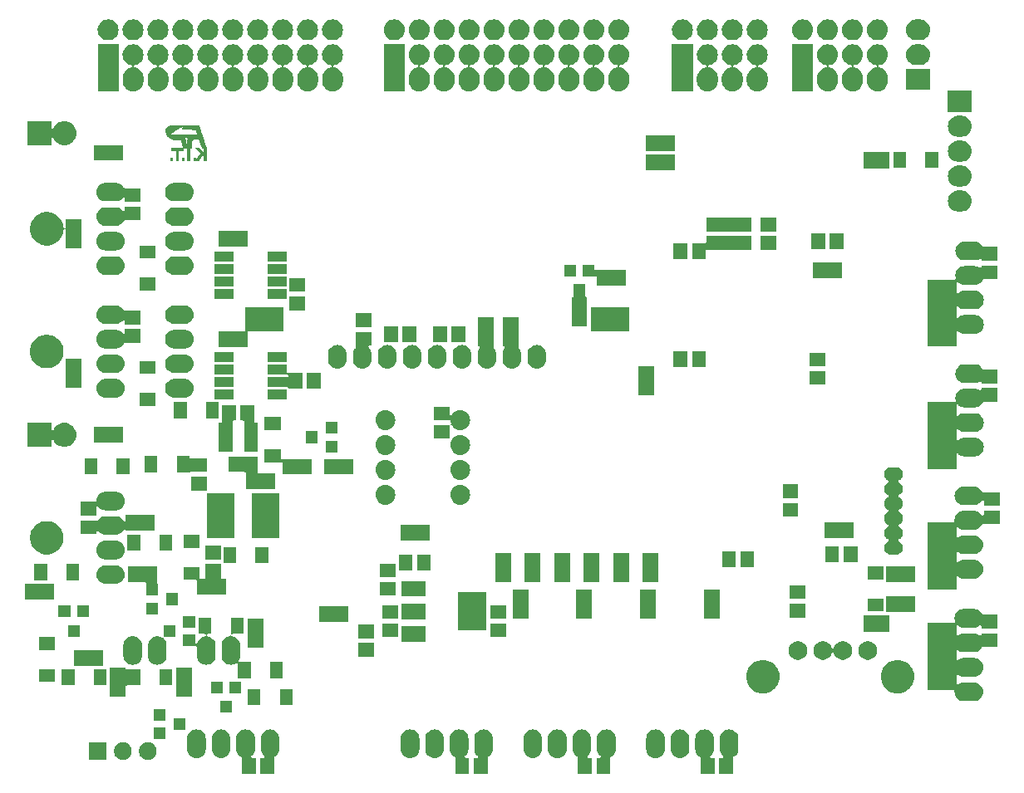
<source format=gbr>
G04 #@! TF.GenerationSoftware,KiCad,Pcbnew,(5.0.2)-1*
G04 #@! TF.CreationDate,2019-04-24T17:16:17+09:00*
G04 #@! TF.ProjectId,stm32f4_Centaurus,73746d33-3266-4345-9f43-656e74617572,rev?*
G04 #@! TF.SameCoordinates,Original*
G04 #@! TF.FileFunction,Soldermask,Bot*
G04 #@! TF.FilePolarity,Negative*
%FSLAX46Y46*%
G04 Gerber Fmt 4.6, Leading zero omitted, Abs format (unit mm)*
G04 Created by KiCad (PCBNEW (5.0.2)-1) date 2019/04/24 17:16:17*
%MOMM*%
%LPD*%
G01*
G04 APERTURE LIST*
%ADD10C,0.010000*%
%ADD11C,0.100000*%
G04 APERTURE END LIST*
D10*
G04 #@! TO.C,U10*
G36*
X68073543Y-74836712D02*
X68073814Y-74872841D01*
X68074514Y-74906325D01*
X68075551Y-74934309D01*
X68076833Y-74953936D01*
X68077519Y-74959616D01*
X68081426Y-74983251D01*
X68294069Y-74983251D01*
X68294069Y-74737444D01*
X68073474Y-74737444D01*
X68073543Y-74836712D01*
X68073543Y-74836712D01*
G37*
X68073543Y-74836712D02*
X68073814Y-74872841D01*
X68074514Y-74906325D01*
X68075551Y-74934309D01*
X68076833Y-74953936D01*
X68077519Y-74959616D01*
X68081426Y-74983251D01*
X68294069Y-74983251D01*
X68294069Y-74737444D01*
X68073474Y-74737444D01*
X68073543Y-74836712D01*
G36*
X68771501Y-73730551D02*
X68183771Y-73732159D01*
X68183771Y-73965360D01*
X68418548Y-73967013D01*
X68653325Y-73968665D01*
X68653325Y-74468395D01*
X68653370Y-74564941D01*
X68653513Y-74649511D01*
X68653763Y-74722734D01*
X68654129Y-74785239D01*
X68654620Y-74837655D01*
X68655246Y-74880610D01*
X68656016Y-74914734D01*
X68656940Y-74940656D01*
X68658027Y-74959004D01*
X68659287Y-74970408D01*
X68660728Y-74975496D01*
X68660888Y-74975688D01*
X68669422Y-74978920D01*
X68688092Y-74981220D01*
X68717651Y-74982638D01*
X68758853Y-74983227D01*
X68770964Y-74983251D01*
X68809271Y-74983150D01*
X68836888Y-74982703D01*
X68855730Y-74981696D01*
X68867709Y-74979916D01*
X68874742Y-74977148D01*
X68878742Y-74973179D01*
X68880001Y-74971060D01*
X68881400Y-74961991D01*
X68882631Y-74940340D01*
X68883694Y-74906131D01*
X68884588Y-74859385D01*
X68885314Y-74800126D01*
X68885870Y-74728375D01*
X68886257Y-74644157D01*
X68886474Y-74547494D01*
X68886526Y-74463690D01*
X68886526Y-73968511D01*
X69113874Y-73968511D01*
X69175101Y-73968439D01*
X69224892Y-73968192D01*
X69264415Y-73967725D01*
X69294838Y-73966995D01*
X69317331Y-73965956D01*
X69333061Y-73964564D01*
X69343197Y-73962776D01*
X69348908Y-73960545D01*
X69350227Y-73959508D01*
X69353634Y-73953512D01*
X69356110Y-73942257D01*
X69357778Y-73924096D01*
X69358764Y-73897381D01*
X69359189Y-73860467D01*
X69359230Y-73839723D01*
X69359230Y-73728943D01*
X68771501Y-73730551D01*
X68771501Y-73730551D01*
G37*
X68771501Y-73730551D02*
X68183771Y-73732159D01*
X68183771Y-73965360D01*
X68418548Y-73967013D01*
X68653325Y-73968665D01*
X68653325Y-74468395D01*
X68653370Y-74564941D01*
X68653513Y-74649511D01*
X68653763Y-74722734D01*
X68654129Y-74785239D01*
X68654620Y-74837655D01*
X68655246Y-74880610D01*
X68656016Y-74914734D01*
X68656940Y-74940656D01*
X68658027Y-74959004D01*
X68659287Y-74970408D01*
X68660728Y-74975496D01*
X68660888Y-74975688D01*
X68669422Y-74978920D01*
X68688092Y-74981220D01*
X68717651Y-74982638D01*
X68758853Y-74983227D01*
X68770964Y-74983251D01*
X68809271Y-74983150D01*
X68836888Y-74982703D01*
X68855730Y-74981696D01*
X68867709Y-74979916D01*
X68874742Y-74977148D01*
X68878742Y-74973179D01*
X68880001Y-74971060D01*
X68881400Y-74961991D01*
X68882631Y-74940340D01*
X68883694Y-74906131D01*
X68884588Y-74859385D01*
X68885314Y-74800126D01*
X68885870Y-74728375D01*
X68886257Y-74644157D01*
X68886474Y-74547494D01*
X68886526Y-74463690D01*
X68886526Y-73968511D01*
X69113874Y-73968511D01*
X69175101Y-73968439D01*
X69224892Y-73968192D01*
X69264415Y-73967725D01*
X69294838Y-73966995D01*
X69317331Y-73965956D01*
X69333061Y-73964564D01*
X69343197Y-73962776D01*
X69348908Y-73960545D01*
X69350227Y-73959508D01*
X69353634Y-73953512D01*
X69356110Y-73942257D01*
X69357778Y-73924096D01*
X69358764Y-73897381D01*
X69359189Y-73860467D01*
X69359230Y-73839723D01*
X69359230Y-73728943D01*
X68771501Y-73730551D01*
G36*
X69245781Y-74983251D02*
X69359428Y-74983251D01*
X69402419Y-74983030D01*
X69434168Y-74982306D01*
X69456031Y-74980984D01*
X69469365Y-74978970D01*
X69475526Y-74976170D01*
X69476180Y-74975161D01*
X69477087Y-74966491D01*
X69477697Y-74947404D01*
X69477983Y-74920082D01*
X69477922Y-74886709D01*
X69477558Y-74853833D01*
X69475831Y-74740596D01*
X69245781Y-74737160D01*
X69245781Y-74983251D01*
X69245781Y-74983251D01*
G37*
X69245781Y-74983251D02*
X69359428Y-74983251D01*
X69402419Y-74983030D01*
X69434168Y-74982306D01*
X69456031Y-74980984D01*
X69469365Y-74978970D01*
X69475526Y-74976170D01*
X69476180Y-74975161D01*
X69477087Y-74966491D01*
X69477697Y-74947404D01*
X69477983Y-74920082D01*
X69477922Y-74886709D01*
X69477558Y-74853833D01*
X69475831Y-74740596D01*
X69245781Y-74737160D01*
X69245781Y-74983251D01*
G36*
X70424125Y-74983251D02*
X70651556Y-74983251D01*
X70649848Y-74858772D01*
X70648139Y-74734293D01*
X70427543Y-74734293D01*
X70424125Y-74983251D01*
X70424125Y-74983251D01*
G37*
X70424125Y-74983251D02*
X70651556Y-74983251D01*
X70649848Y-74858772D01*
X70648139Y-74734293D01*
X70427543Y-74734293D01*
X70424125Y-74983251D01*
G36*
X70353264Y-71466375D02*
X70261575Y-71466446D01*
X70174218Y-71466636D01*
X70092029Y-71466939D01*
X70015845Y-71467347D01*
X69946504Y-71467851D01*
X69884843Y-71468443D01*
X69831699Y-71469117D01*
X69787909Y-71469863D01*
X69754309Y-71470674D01*
X69731738Y-71471542D01*
X69721637Y-71472350D01*
X69695126Y-71476427D01*
X69668508Y-71480397D01*
X69655459Y-71482280D01*
X69622039Y-71489215D01*
X69582223Y-71500859D01*
X69540539Y-71515633D01*
X69501515Y-71531956D01*
X69474777Y-71545333D01*
X69421867Y-71581802D01*
X69376174Y-71627687D01*
X69338800Y-71681379D01*
X69310847Y-71741270D01*
X69293417Y-71805753D01*
X69292459Y-71811374D01*
X69289132Y-71831830D01*
X69971293Y-71833434D01*
X70653455Y-71835038D01*
X70680153Y-71913822D01*
X70688670Y-71938922D01*
X70700551Y-71973882D01*
X70715091Y-72016631D01*
X70731584Y-72065098D01*
X70749327Y-72117212D01*
X70767614Y-72170902D01*
X70779880Y-72206899D01*
X70796669Y-72256202D01*
X70812100Y-72301592D01*
X70825717Y-72341722D01*
X70837065Y-72375248D01*
X70845689Y-72400824D01*
X70851132Y-72417105D01*
X70852944Y-72422741D01*
X70846736Y-72422890D01*
X70828474Y-72423048D01*
X70798708Y-72423215D01*
X70757990Y-72423389D01*
X70706871Y-72423569D01*
X70645901Y-72423754D01*
X70575632Y-72423942D01*
X70496614Y-72424133D01*
X70409399Y-72424326D01*
X70314538Y-72424518D01*
X70212581Y-72424710D01*
X70104080Y-72424899D01*
X69989586Y-72425085D01*
X69869650Y-72425266D01*
X69744822Y-72425442D01*
X69615654Y-72425611D01*
X69482697Y-72425771D01*
X69374987Y-72425892D01*
X69239418Y-72426023D01*
X69107200Y-72426120D01*
X68978886Y-72426182D01*
X68855027Y-72426212D01*
X68736172Y-72426210D01*
X68622874Y-72426177D01*
X68515684Y-72426113D01*
X68415152Y-72426019D01*
X68321829Y-72425897D01*
X68236267Y-72425746D01*
X68159016Y-72425569D01*
X68090628Y-72425365D01*
X68031653Y-72425135D01*
X67982643Y-72424881D01*
X67944148Y-72424603D01*
X67916721Y-72424301D01*
X67900911Y-72423978D01*
X67896997Y-72423706D01*
X67901892Y-72417800D01*
X67915853Y-72405250D01*
X67937798Y-72386884D01*
X67966643Y-72363535D01*
X68001307Y-72336031D01*
X68040705Y-72305202D01*
X68083754Y-72271880D01*
X68129372Y-72236895D01*
X68176476Y-72201076D01*
X68223982Y-72165254D01*
X68270808Y-72130259D01*
X68315870Y-72096921D01*
X68358085Y-72066071D01*
X68396371Y-72038539D01*
X68429644Y-72015155D01*
X68432729Y-72013025D01*
X68477258Y-71982873D01*
X68528514Y-71949057D01*
X68583827Y-71913268D01*
X68640526Y-71877200D01*
X68695941Y-71842547D01*
X68747401Y-71811000D01*
X68792235Y-71784254D01*
X68807742Y-71775265D01*
X68842268Y-71755999D01*
X68883109Y-71734070D01*
X68927820Y-71710710D01*
X68973957Y-71687154D01*
X69019075Y-71664632D01*
X69060730Y-71644379D01*
X69096478Y-71627627D01*
X69123873Y-71615609D01*
X69126029Y-71614727D01*
X69148628Y-71605448D01*
X69167995Y-71597286D01*
X69179603Y-71592161D01*
X69210474Y-71578902D01*
X69249081Y-71564392D01*
X69293234Y-71549263D01*
X69340746Y-71534143D01*
X69389427Y-71519665D01*
X69437089Y-71506457D01*
X69481543Y-71495150D01*
X69520602Y-71486375D01*
X69552076Y-71480763D01*
X69572706Y-71478933D01*
X69586330Y-71477102D01*
X69592410Y-71472664D01*
X69592431Y-71472359D01*
X69586286Y-71471259D01*
X69568476Y-71470296D01*
X69539943Y-71469466D01*
X69501627Y-71468765D01*
X69454469Y-71468189D01*
X69399409Y-71467735D01*
X69337388Y-71467399D01*
X69269346Y-71467177D01*
X69196225Y-71467064D01*
X69118964Y-71467058D01*
X69038504Y-71467155D01*
X68955787Y-71467350D01*
X68871752Y-71467639D01*
X68787340Y-71468020D01*
X68703492Y-71468488D01*
X68621148Y-71469039D01*
X68541248Y-71469670D01*
X68464735Y-71470377D01*
X68392547Y-71471155D01*
X68325626Y-71472002D01*
X68264913Y-71472913D01*
X68211347Y-71473884D01*
X68165870Y-71474912D01*
X68129421Y-71475993D01*
X68102943Y-71477122D01*
X68087375Y-71478297D01*
X68086079Y-71478471D01*
X68008678Y-71492962D01*
X67934563Y-71512585D01*
X67865623Y-71536604D01*
X67803749Y-71564285D01*
X67750829Y-71594890D01*
X67713060Y-71623753D01*
X67669398Y-71670950D01*
X67633938Y-71726647D01*
X67607588Y-71789065D01*
X67591254Y-71856423D01*
X67589932Y-71865319D01*
X67587626Y-71890502D01*
X67586241Y-71923288D01*
X67585778Y-71959631D01*
X67586238Y-71995487D01*
X67587622Y-72026810D01*
X67589895Y-72049330D01*
X67607632Y-72134435D01*
X67633369Y-72220763D01*
X67666013Y-72305951D01*
X67704474Y-72387635D01*
X67747659Y-72463451D01*
X67794475Y-72531034D01*
X67833977Y-72577764D01*
X67888378Y-72629225D01*
X67952887Y-72677873D01*
X68028473Y-72724399D01*
X68073594Y-72748555D01*
X68134831Y-72778317D01*
X68192432Y-72802637D01*
X68249862Y-72822632D01*
X68310584Y-72839418D01*
X68378062Y-72854115D01*
X68430212Y-72863594D01*
X68446999Y-72866112D01*
X68466390Y-72868280D01*
X68489550Y-72870142D01*
X68517643Y-72871739D01*
X68551835Y-72873113D01*
X68593289Y-72874308D01*
X68643170Y-72875364D01*
X68702641Y-72876326D01*
X68772869Y-72877235D01*
X68819715Y-72877762D01*
X69146825Y-72881291D01*
X69179749Y-73004194D01*
X69192899Y-73053462D01*
X69207833Y-73109731D01*
X69224076Y-73171179D01*
X69241149Y-73235981D01*
X69258576Y-73302316D01*
X69275878Y-73368359D01*
X69292579Y-73432288D01*
X69308202Y-73492278D01*
X69322269Y-73546509D01*
X69334303Y-73593155D01*
X69343826Y-73630394D01*
X69347643Y-73645497D01*
X69368617Y-73729008D01*
X69582943Y-73729008D01*
X69797270Y-73729007D01*
X69797270Y-74980100D01*
X70017866Y-74980100D01*
X70017866Y-73729007D01*
X70119474Y-73729007D01*
X70221083Y-73729008D01*
X70224939Y-73661253D01*
X70225875Y-73639961D01*
X70226916Y-73607850D01*
X70228021Y-73566704D01*
X70229149Y-73518310D01*
X70230260Y-73464452D01*
X70231312Y-73406916D01*
X70232266Y-73347486D01*
X70232537Y-73328784D01*
X70233606Y-73258300D01*
X70234734Y-73199123D01*
X70236054Y-73149957D01*
X70237698Y-73109504D01*
X70239797Y-73076467D01*
X70242484Y-73049548D01*
X70245890Y-73027450D01*
X70250147Y-73008875D01*
X70255388Y-72992527D01*
X70261743Y-72977107D01*
X70269346Y-72961319D01*
X70270041Y-72959945D01*
X70298755Y-72915383D01*
X70335605Y-72879924D01*
X70375210Y-72855455D01*
X70395036Y-72845872D01*
X70413931Y-72837928D01*
X70433295Y-72831473D01*
X70454531Y-72826353D01*
X70479041Y-72822417D01*
X70508226Y-72819512D01*
X70543489Y-72817485D01*
X70586233Y-72816185D01*
X70637858Y-72815460D01*
X70699767Y-72815156D01*
X70746565Y-72815112D01*
X70985978Y-72815112D01*
X70994492Y-72835596D01*
X70998796Y-72847004D01*
X71006504Y-72868514D01*
X71016975Y-72898289D01*
X71029565Y-72934492D01*
X71043632Y-72975287D01*
X71056765Y-73013648D01*
X71073339Y-73062181D01*
X71092854Y-73119248D01*
X71114150Y-73181465D01*
X71136067Y-73245445D01*
X71157447Y-73307803D01*
X71177130Y-73365153D01*
X71177627Y-73366601D01*
X71203371Y-73441568D01*
X71225312Y-73505479D01*
X71243744Y-73559201D01*
X71258962Y-73603599D01*
X71271262Y-73639538D01*
X71280939Y-73667884D01*
X71288288Y-73689502D01*
X71293604Y-73705257D01*
X71297182Y-73716015D01*
X71299317Y-73722641D01*
X71300305Y-73726001D01*
X71300471Y-73726862D01*
X71306418Y-73727595D01*
X71322834Y-73728220D01*
X71347584Y-73728691D01*
X71378531Y-73728961D01*
X71398838Y-73729008D01*
X71436184Y-73729132D01*
X71462628Y-73729624D01*
X71479871Y-73730664D01*
X71489617Y-73732430D01*
X71493567Y-73735103D01*
X71493422Y-73738862D01*
X71493379Y-73738977D01*
X71492550Y-73747266D01*
X71491778Y-73766776D01*
X71491083Y-73796125D01*
X71490485Y-73833929D01*
X71490004Y-73878806D01*
X71489661Y-73929371D01*
X71489475Y-73984242D01*
X71489449Y-74008419D01*
X71489345Y-74267891D01*
X71402660Y-74179653D01*
X71377395Y-74153897D01*
X71345067Y-74120883D01*
X71307408Y-74082382D01*
X71266151Y-74040165D01*
X71223025Y-73996005D01*
X71179765Y-73951675D01*
X71147837Y-73918933D01*
X71109615Y-73879942D01*
X71073562Y-73843580D01*
X71040752Y-73810899D01*
X71012259Y-73782952D01*
X70989159Y-73760793D01*
X70972525Y-73745473D01*
X70963434Y-73738046D01*
X70962888Y-73737729D01*
X70951563Y-73734908D01*
X70930814Y-73732577D01*
X70902767Y-73730747D01*
X70869551Y-73729428D01*
X70833292Y-73728628D01*
X70796118Y-73728360D01*
X70760154Y-73728632D01*
X70727529Y-73729454D01*
X70700370Y-73730838D01*
X70680803Y-73732791D01*
X70670955Y-73735326D01*
X70670198Y-73736352D01*
X70674567Y-73741996D01*
X70687147Y-73755667D01*
X70707152Y-73776565D01*
X70733792Y-73803890D01*
X70766281Y-73836844D01*
X70803831Y-73874627D01*
X70845654Y-73916439D01*
X70890961Y-73961481D01*
X70933337Y-74003399D01*
X70988466Y-74057819D01*
X71035265Y-74104084D01*
X71074377Y-74142890D01*
X71106443Y-74174936D01*
X71132106Y-74200920D01*
X71152009Y-74221540D01*
X71166795Y-74237494D01*
X71177104Y-74249479D01*
X71183581Y-74258193D01*
X71186867Y-74264335D01*
X71187604Y-74268603D01*
X71186436Y-74271694D01*
X71184005Y-74274306D01*
X71183292Y-74274950D01*
X71174391Y-74284727D01*
X71160285Y-74302223D01*
X71143015Y-74324841D01*
X71126994Y-74346675D01*
X71104008Y-74378456D01*
X71078084Y-74414079D01*
X71053284Y-74447969D01*
X71042019Y-74463276D01*
X71021492Y-74491174D01*
X70996712Y-74524974D01*
X70970830Y-74560373D01*
X70947423Y-74592482D01*
X70924463Y-74624015D01*
X70900439Y-74656969D01*
X70878134Y-74687529D01*
X70860328Y-74711884D01*
X70859651Y-74712808D01*
X70842677Y-74736021D01*
X70820850Y-74765917D01*
X70796732Y-74798987D01*
X70772883Y-74831721D01*
X70767891Y-74838578D01*
X70746179Y-74868334D01*
X70725283Y-74896852D01*
X70707163Y-74921463D01*
X70693779Y-74939499D01*
X70690495Y-74943873D01*
X70679668Y-74960051D01*
X70673772Y-74972597D01*
X70673535Y-74977248D01*
X70681050Y-74979554D01*
X70698855Y-74981298D01*
X70724645Y-74982498D01*
X70756119Y-74983170D01*
X70790973Y-74983332D01*
X70826904Y-74983004D01*
X70861609Y-74982202D01*
X70892785Y-74980944D01*
X70918130Y-74979248D01*
X70935339Y-74977132D01*
X70941672Y-74975172D01*
X70949540Y-74966943D01*
X70962579Y-74951108D01*
X70978643Y-74930328D01*
X70988491Y-74917072D01*
X71009405Y-74888539D01*
X71032291Y-74857372D01*
X71053028Y-74829183D01*
X71057930Y-74822531D01*
X71071644Y-74803832D01*
X71091045Y-74777242D01*
X71114440Y-74745088D01*
X71140136Y-74709698D01*
X71166439Y-74673401D01*
X71171830Y-74665953D01*
X71214407Y-74607128D01*
X71250102Y-74557854D01*
X71279405Y-74517459D01*
X71302805Y-74485268D01*
X71320792Y-74460608D01*
X71333856Y-74442805D01*
X71341855Y-74432026D01*
X71354877Y-74414649D01*
X71425366Y-74482195D01*
X71495856Y-74549741D01*
X71495856Y-74976948D01*
X71722754Y-74976948D01*
X71722754Y-73737787D01*
X71570914Y-73287479D01*
X71544997Y-73210633D01*
X71519098Y-73133865D01*
X71493675Y-73058535D01*
X71469190Y-72986005D01*
X71446100Y-72917636D01*
X71424866Y-72854787D01*
X71405947Y-72798820D01*
X71389803Y-72751096D01*
X71376894Y-72712975D01*
X71375763Y-72709638D01*
X69900599Y-72709638D01*
X69874691Y-72747789D01*
X69859557Y-72772675D01*
X69843363Y-72803392D01*
X69829267Y-72833891D01*
X69827478Y-72838199D01*
X69819421Y-72858336D01*
X69812516Y-72877001D01*
X69806669Y-72895327D01*
X69801789Y-72914446D01*
X69797782Y-72935492D01*
X69794556Y-72959595D01*
X69792018Y-72987888D01*
X69790076Y-73021503D01*
X69788637Y-73061574D01*
X69787608Y-73109231D01*
X69786896Y-73165608D01*
X69786410Y-73231837D01*
X69786055Y-73309049D01*
X69785920Y-73346096D01*
X69785634Y-73411934D01*
X69785257Y-73473851D01*
X69784805Y-73530727D01*
X69784291Y-73581441D01*
X69783729Y-73624875D01*
X69783133Y-73659906D01*
X69782517Y-73685416D01*
X69781896Y-73700283D01*
X69781433Y-73703776D01*
X69778678Y-73698085D01*
X69773916Y-73682772D01*
X69767937Y-73660508D01*
X69764230Y-73645497D01*
X69757733Y-73618948D01*
X69748952Y-73583854D01*
X69738810Y-73543863D01*
X69728229Y-73502620D01*
X69722381Y-73480050D01*
X69711369Y-73437729D01*
X69699652Y-73392703D01*
X69688348Y-73349265D01*
X69678573Y-73311710D01*
X69674814Y-73297271D01*
X69654670Y-73220368D01*
X69632156Y-73135265D01*
X69608316Y-73045895D01*
X69586095Y-72963226D01*
X69577600Y-72931584D01*
X69566700Y-72890742D01*
X69554190Y-72843693D01*
X69540864Y-72793431D01*
X69527519Y-72742948D01*
X69519957Y-72714268D01*
X69507680Y-72667749D01*
X69495602Y-72622156D01*
X69484355Y-72579866D01*
X69474574Y-72543253D01*
X69466889Y-72514696D01*
X69462920Y-72500128D01*
X69456506Y-72476166D01*
X69451837Y-72457435D01*
X69449603Y-72446765D01*
X69449568Y-72445354D01*
X69453743Y-72449355D01*
X69463781Y-72461205D01*
X69477884Y-72478746D01*
X69485436Y-72488382D01*
X69542918Y-72553137D01*
X69606012Y-72607012D01*
X69674238Y-72649728D01*
X69747117Y-72681009D01*
X69824171Y-72700577D01*
X69859671Y-72705445D01*
X69900599Y-72709638D01*
X71375763Y-72709638D01*
X71369851Y-72692209D01*
X71335128Y-72589997D01*
X71302444Y-72493875D01*
X71272121Y-72404797D01*
X71244486Y-72323713D01*
X71219861Y-72251575D01*
X71198572Y-72189334D01*
X71180943Y-72137943D01*
X71178647Y-72131266D01*
X71169060Y-72103318D01*
X71156057Y-72065299D01*
X71140275Y-72019075D01*
X71122350Y-71966514D01*
X71102919Y-71909480D01*
X71082616Y-71849840D01*
X71062080Y-71789459D01*
X71052638Y-71761681D01*
X71033569Y-71705731D01*
X71015536Y-71653139D01*
X70998983Y-71605175D01*
X70984353Y-71563113D01*
X70972090Y-71528222D01*
X70962639Y-71501776D01*
X70956442Y-71485045D01*
X70954196Y-71479634D01*
X70947075Y-71466328D01*
X70353264Y-71466375D01*
X70353264Y-71466375D01*
G37*
X70353264Y-71466375D02*
X70261575Y-71466446D01*
X70174218Y-71466636D01*
X70092029Y-71466939D01*
X70015845Y-71467347D01*
X69946504Y-71467851D01*
X69884843Y-71468443D01*
X69831699Y-71469117D01*
X69787909Y-71469863D01*
X69754309Y-71470674D01*
X69731738Y-71471542D01*
X69721637Y-71472350D01*
X69695126Y-71476427D01*
X69668508Y-71480397D01*
X69655459Y-71482280D01*
X69622039Y-71489215D01*
X69582223Y-71500859D01*
X69540539Y-71515633D01*
X69501515Y-71531956D01*
X69474777Y-71545333D01*
X69421867Y-71581802D01*
X69376174Y-71627687D01*
X69338800Y-71681379D01*
X69310847Y-71741270D01*
X69293417Y-71805753D01*
X69292459Y-71811374D01*
X69289132Y-71831830D01*
X69971293Y-71833434D01*
X70653455Y-71835038D01*
X70680153Y-71913822D01*
X70688670Y-71938922D01*
X70700551Y-71973882D01*
X70715091Y-72016631D01*
X70731584Y-72065098D01*
X70749327Y-72117212D01*
X70767614Y-72170902D01*
X70779880Y-72206899D01*
X70796669Y-72256202D01*
X70812100Y-72301592D01*
X70825717Y-72341722D01*
X70837065Y-72375248D01*
X70845689Y-72400824D01*
X70851132Y-72417105D01*
X70852944Y-72422741D01*
X70846736Y-72422890D01*
X70828474Y-72423048D01*
X70798708Y-72423215D01*
X70757990Y-72423389D01*
X70706871Y-72423569D01*
X70645901Y-72423754D01*
X70575632Y-72423942D01*
X70496614Y-72424133D01*
X70409399Y-72424326D01*
X70314538Y-72424518D01*
X70212581Y-72424710D01*
X70104080Y-72424899D01*
X69989586Y-72425085D01*
X69869650Y-72425266D01*
X69744822Y-72425442D01*
X69615654Y-72425611D01*
X69482697Y-72425771D01*
X69374987Y-72425892D01*
X69239418Y-72426023D01*
X69107200Y-72426120D01*
X68978886Y-72426182D01*
X68855027Y-72426212D01*
X68736172Y-72426210D01*
X68622874Y-72426177D01*
X68515684Y-72426113D01*
X68415152Y-72426019D01*
X68321829Y-72425897D01*
X68236267Y-72425746D01*
X68159016Y-72425569D01*
X68090628Y-72425365D01*
X68031653Y-72425135D01*
X67982643Y-72424881D01*
X67944148Y-72424603D01*
X67916721Y-72424301D01*
X67900911Y-72423978D01*
X67896997Y-72423706D01*
X67901892Y-72417800D01*
X67915853Y-72405250D01*
X67937798Y-72386884D01*
X67966643Y-72363535D01*
X68001307Y-72336031D01*
X68040705Y-72305202D01*
X68083754Y-72271880D01*
X68129372Y-72236895D01*
X68176476Y-72201076D01*
X68223982Y-72165254D01*
X68270808Y-72130259D01*
X68315870Y-72096921D01*
X68358085Y-72066071D01*
X68396371Y-72038539D01*
X68429644Y-72015155D01*
X68432729Y-72013025D01*
X68477258Y-71982873D01*
X68528514Y-71949057D01*
X68583827Y-71913268D01*
X68640526Y-71877200D01*
X68695941Y-71842547D01*
X68747401Y-71811000D01*
X68792235Y-71784254D01*
X68807742Y-71775265D01*
X68842268Y-71755999D01*
X68883109Y-71734070D01*
X68927820Y-71710710D01*
X68973957Y-71687154D01*
X69019075Y-71664632D01*
X69060730Y-71644379D01*
X69096478Y-71627627D01*
X69123873Y-71615609D01*
X69126029Y-71614727D01*
X69148628Y-71605448D01*
X69167995Y-71597286D01*
X69179603Y-71592161D01*
X69210474Y-71578902D01*
X69249081Y-71564392D01*
X69293234Y-71549263D01*
X69340746Y-71534143D01*
X69389427Y-71519665D01*
X69437089Y-71506457D01*
X69481543Y-71495150D01*
X69520602Y-71486375D01*
X69552076Y-71480763D01*
X69572706Y-71478933D01*
X69586330Y-71477102D01*
X69592410Y-71472664D01*
X69592431Y-71472359D01*
X69586286Y-71471259D01*
X69568476Y-71470296D01*
X69539943Y-71469466D01*
X69501627Y-71468765D01*
X69454469Y-71468189D01*
X69399409Y-71467735D01*
X69337388Y-71467399D01*
X69269346Y-71467177D01*
X69196225Y-71467064D01*
X69118964Y-71467058D01*
X69038504Y-71467155D01*
X68955787Y-71467350D01*
X68871752Y-71467639D01*
X68787340Y-71468020D01*
X68703492Y-71468488D01*
X68621148Y-71469039D01*
X68541248Y-71469670D01*
X68464735Y-71470377D01*
X68392547Y-71471155D01*
X68325626Y-71472002D01*
X68264913Y-71472913D01*
X68211347Y-71473884D01*
X68165870Y-71474912D01*
X68129421Y-71475993D01*
X68102943Y-71477122D01*
X68087375Y-71478297D01*
X68086079Y-71478471D01*
X68008678Y-71492962D01*
X67934563Y-71512585D01*
X67865623Y-71536604D01*
X67803749Y-71564285D01*
X67750829Y-71594890D01*
X67713060Y-71623753D01*
X67669398Y-71670950D01*
X67633938Y-71726647D01*
X67607588Y-71789065D01*
X67591254Y-71856423D01*
X67589932Y-71865319D01*
X67587626Y-71890502D01*
X67586241Y-71923288D01*
X67585778Y-71959631D01*
X67586238Y-71995487D01*
X67587622Y-72026810D01*
X67589895Y-72049330D01*
X67607632Y-72134435D01*
X67633369Y-72220763D01*
X67666013Y-72305951D01*
X67704474Y-72387635D01*
X67747659Y-72463451D01*
X67794475Y-72531034D01*
X67833977Y-72577764D01*
X67888378Y-72629225D01*
X67952887Y-72677873D01*
X68028473Y-72724399D01*
X68073594Y-72748555D01*
X68134831Y-72778317D01*
X68192432Y-72802637D01*
X68249862Y-72822632D01*
X68310584Y-72839418D01*
X68378062Y-72854115D01*
X68430212Y-72863594D01*
X68446999Y-72866112D01*
X68466390Y-72868280D01*
X68489550Y-72870142D01*
X68517643Y-72871739D01*
X68551835Y-72873113D01*
X68593289Y-72874308D01*
X68643170Y-72875364D01*
X68702641Y-72876326D01*
X68772869Y-72877235D01*
X68819715Y-72877762D01*
X69146825Y-72881291D01*
X69179749Y-73004194D01*
X69192899Y-73053462D01*
X69207833Y-73109731D01*
X69224076Y-73171179D01*
X69241149Y-73235981D01*
X69258576Y-73302316D01*
X69275878Y-73368359D01*
X69292579Y-73432288D01*
X69308202Y-73492278D01*
X69322269Y-73546509D01*
X69334303Y-73593155D01*
X69343826Y-73630394D01*
X69347643Y-73645497D01*
X69368617Y-73729008D01*
X69582943Y-73729008D01*
X69797270Y-73729007D01*
X69797270Y-74980100D01*
X70017866Y-74980100D01*
X70017866Y-73729007D01*
X70119474Y-73729007D01*
X70221083Y-73729008D01*
X70224939Y-73661253D01*
X70225875Y-73639961D01*
X70226916Y-73607850D01*
X70228021Y-73566704D01*
X70229149Y-73518310D01*
X70230260Y-73464452D01*
X70231312Y-73406916D01*
X70232266Y-73347486D01*
X70232537Y-73328784D01*
X70233606Y-73258300D01*
X70234734Y-73199123D01*
X70236054Y-73149957D01*
X70237698Y-73109504D01*
X70239797Y-73076467D01*
X70242484Y-73049548D01*
X70245890Y-73027450D01*
X70250147Y-73008875D01*
X70255388Y-72992527D01*
X70261743Y-72977107D01*
X70269346Y-72961319D01*
X70270041Y-72959945D01*
X70298755Y-72915383D01*
X70335605Y-72879924D01*
X70375210Y-72855455D01*
X70395036Y-72845872D01*
X70413931Y-72837928D01*
X70433295Y-72831473D01*
X70454531Y-72826353D01*
X70479041Y-72822417D01*
X70508226Y-72819512D01*
X70543489Y-72817485D01*
X70586233Y-72816185D01*
X70637858Y-72815460D01*
X70699767Y-72815156D01*
X70746565Y-72815112D01*
X70985978Y-72815112D01*
X70994492Y-72835596D01*
X70998796Y-72847004D01*
X71006504Y-72868514D01*
X71016975Y-72898289D01*
X71029565Y-72934492D01*
X71043632Y-72975287D01*
X71056765Y-73013648D01*
X71073339Y-73062181D01*
X71092854Y-73119248D01*
X71114150Y-73181465D01*
X71136067Y-73245445D01*
X71157447Y-73307803D01*
X71177130Y-73365153D01*
X71177627Y-73366601D01*
X71203371Y-73441568D01*
X71225312Y-73505479D01*
X71243744Y-73559201D01*
X71258962Y-73603599D01*
X71271262Y-73639538D01*
X71280939Y-73667884D01*
X71288288Y-73689502D01*
X71293604Y-73705257D01*
X71297182Y-73716015D01*
X71299317Y-73722641D01*
X71300305Y-73726001D01*
X71300471Y-73726862D01*
X71306418Y-73727595D01*
X71322834Y-73728220D01*
X71347584Y-73728691D01*
X71378531Y-73728961D01*
X71398838Y-73729008D01*
X71436184Y-73729132D01*
X71462628Y-73729624D01*
X71479871Y-73730664D01*
X71489617Y-73732430D01*
X71493567Y-73735103D01*
X71493422Y-73738862D01*
X71493379Y-73738977D01*
X71492550Y-73747266D01*
X71491778Y-73766776D01*
X71491083Y-73796125D01*
X71490485Y-73833929D01*
X71490004Y-73878806D01*
X71489661Y-73929371D01*
X71489475Y-73984242D01*
X71489449Y-74008419D01*
X71489345Y-74267891D01*
X71402660Y-74179653D01*
X71377395Y-74153897D01*
X71345067Y-74120883D01*
X71307408Y-74082382D01*
X71266151Y-74040165D01*
X71223025Y-73996005D01*
X71179765Y-73951675D01*
X71147837Y-73918933D01*
X71109615Y-73879942D01*
X71073562Y-73843580D01*
X71040752Y-73810899D01*
X71012259Y-73782952D01*
X70989159Y-73760793D01*
X70972525Y-73745473D01*
X70963434Y-73738046D01*
X70962888Y-73737729D01*
X70951563Y-73734908D01*
X70930814Y-73732577D01*
X70902767Y-73730747D01*
X70869551Y-73729428D01*
X70833292Y-73728628D01*
X70796118Y-73728360D01*
X70760154Y-73728632D01*
X70727529Y-73729454D01*
X70700370Y-73730838D01*
X70680803Y-73732791D01*
X70670955Y-73735326D01*
X70670198Y-73736352D01*
X70674567Y-73741996D01*
X70687147Y-73755667D01*
X70707152Y-73776565D01*
X70733792Y-73803890D01*
X70766281Y-73836844D01*
X70803831Y-73874627D01*
X70845654Y-73916439D01*
X70890961Y-73961481D01*
X70933337Y-74003399D01*
X70988466Y-74057819D01*
X71035265Y-74104084D01*
X71074377Y-74142890D01*
X71106443Y-74174936D01*
X71132106Y-74200920D01*
X71152009Y-74221540D01*
X71166795Y-74237494D01*
X71177104Y-74249479D01*
X71183581Y-74258193D01*
X71186867Y-74264335D01*
X71187604Y-74268603D01*
X71186436Y-74271694D01*
X71184005Y-74274306D01*
X71183292Y-74274950D01*
X71174391Y-74284727D01*
X71160285Y-74302223D01*
X71143015Y-74324841D01*
X71126994Y-74346675D01*
X71104008Y-74378456D01*
X71078084Y-74414079D01*
X71053284Y-74447969D01*
X71042019Y-74463276D01*
X71021492Y-74491174D01*
X70996712Y-74524974D01*
X70970830Y-74560373D01*
X70947423Y-74592482D01*
X70924463Y-74624015D01*
X70900439Y-74656969D01*
X70878134Y-74687529D01*
X70860328Y-74711884D01*
X70859651Y-74712808D01*
X70842677Y-74736021D01*
X70820850Y-74765917D01*
X70796732Y-74798987D01*
X70772883Y-74831721D01*
X70767891Y-74838578D01*
X70746179Y-74868334D01*
X70725283Y-74896852D01*
X70707163Y-74921463D01*
X70693779Y-74939499D01*
X70690495Y-74943873D01*
X70679668Y-74960051D01*
X70673772Y-74972597D01*
X70673535Y-74977248D01*
X70681050Y-74979554D01*
X70698855Y-74981298D01*
X70724645Y-74982498D01*
X70756119Y-74983170D01*
X70790973Y-74983332D01*
X70826904Y-74983004D01*
X70861609Y-74982202D01*
X70892785Y-74980944D01*
X70918130Y-74979248D01*
X70935339Y-74977132D01*
X70941672Y-74975172D01*
X70949540Y-74966943D01*
X70962579Y-74951108D01*
X70978643Y-74930328D01*
X70988491Y-74917072D01*
X71009405Y-74888539D01*
X71032291Y-74857372D01*
X71053028Y-74829183D01*
X71057930Y-74822531D01*
X71071644Y-74803832D01*
X71091045Y-74777242D01*
X71114440Y-74745088D01*
X71140136Y-74709698D01*
X71166439Y-74673401D01*
X71171830Y-74665953D01*
X71214407Y-74607128D01*
X71250102Y-74557854D01*
X71279405Y-74517459D01*
X71302805Y-74485268D01*
X71320792Y-74460608D01*
X71333856Y-74442805D01*
X71341855Y-74432026D01*
X71354877Y-74414649D01*
X71425366Y-74482195D01*
X71495856Y-74549741D01*
X71495856Y-74976948D01*
X71722754Y-74976948D01*
X71722754Y-73737787D01*
X71570914Y-73287479D01*
X71544997Y-73210633D01*
X71519098Y-73133865D01*
X71493675Y-73058535D01*
X71469190Y-72986005D01*
X71446100Y-72917636D01*
X71424866Y-72854787D01*
X71405947Y-72798820D01*
X71389803Y-72751096D01*
X71376894Y-72712975D01*
X71375763Y-72709638D01*
X69900599Y-72709638D01*
X69874691Y-72747789D01*
X69859557Y-72772675D01*
X69843363Y-72803392D01*
X69829267Y-72833891D01*
X69827478Y-72838199D01*
X69819421Y-72858336D01*
X69812516Y-72877001D01*
X69806669Y-72895327D01*
X69801789Y-72914446D01*
X69797782Y-72935492D01*
X69794556Y-72959595D01*
X69792018Y-72987888D01*
X69790076Y-73021503D01*
X69788637Y-73061574D01*
X69787608Y-73109231D01*
X69786896Y-73165608D01*
X69786410Y-73231837D01*
X69786055Y-73309049D01*
X69785920Y-73346096D01*
X69785634Y-73411934D01*
X69785257Y-73473851D01*
X69784805Y-73530727D01*
X69784291Y-73581441D01*
X69783729Y-73624875D01*
X69783133Y-73659906D01*
X69782517Y-73685416D01*
X69781896Y-73700283D01*
X69781433Y-73703776D01*
X69778678Y-73698085D01*
X69773916Y-73682772D01*
X69767937Y-73660508D01*
X69764230Y-73645497D01*
X69757733Y-73618948D01*
X69748952Y-73583854D01*
X69738810Y-73543863D01*
X69728229Y-73502620D01*
X69722381Y-73480050D01*
X69711369Y-73437729D01*
X69699652Y-73392703D01*
X69688348Y-73349265D01*
X69678573Y-73311710D01*
X69674814Y-73297271D01*
X69654670Y-73220368D01*
X69632156Y-73135265D01*
X69608316Y-73045895D01*
X69586095Y-72963226D01*
X69577600Y-72931584D01*
X69566700Y-72890742D01*
X69554190Y-72843693D01*
X69540864Y-72793431D01*
X69527519Y-72742948D01*
X69519957Y-72714268D01*
X69507680Y-72667749D01*
X69495602Y-72622156D01*
X69484355Y-72579866D01*
X69474574Y-72543253D01*
X69466889Y-72514696D01*
X69462920Y-72500128D01*
X69456506Y-72476166D01*
X69451837Y-72457435D01*
X69449603Y-72446765D01*
X69449568Y-72445354D01*
X69453743Y-72449355D01*
X69463781Y-72461205D01*
X69477884Y-72478746D01*
X69485436Y-72488382D01*
X69542918Y-72553137D01*
X69606012Y-72607012D01*
X69674238Y-72649728D01*
X69747117Y-72681009D01*
X69824171Y-72700577D01*
X69859671Y-72705445D01*
X69900599Y-72709638D01*
X71375763Y-72709638D01*
X71369851Y-72692209D01*
X71335128Y-72589997D01*
X71302444Y-72493875D01*
X71272121Y-72404797D01*
X71244486Y-72323713D01*
X71219861Y-72251575D01*
X71198572Y-72189334D01*
X71180943Y-72137943D01*
X71178647Y-72131266D01*
X71169060Y-72103318D01*
X71156057Y-72065299D01*
X71140275Y-72019075D01*
X71122350Y-71966514D01*
X71102919Y-71909480D01*
X71082616Y-71849840D01*
X71062080Y-71789459D01*
X71052638Y-71761681D01*
X71033569Y-71705731D01*
X71015536Y-71653139D01*
X70998983Y-71605175D01*
X70984353Y-71563113D01*
X70972090Y-71528222D01*
X70962639Y-71501776D01*
X70956442Y-71485045D01*
X70954196Y-71479634D01*
X70947075Y-71466328D01*
X70353264Y-71466375D01*
D11*
G36*
X75936231Y-133063746D02*
X76025769Y-133090907D01*
X76115308Y-133118068D01*
X76280347Y-133206283D01*
X76425001Y-133324999D01*
X76543717Y-133469653D01*
X76631932Y-133634691D01*
X76686254Y-133813769D01*
X76700000Y-133953334D01*
X76700000Y-135046666D01*
X76686254Y-135186231D01*
X76631932Y-135365309D01*
X76543717Y-135530347D01*
X76425003Y-135674999D01*
X76359966Y-135728374D01*
X76342639Y-135745701D01*
X76329026Y-135766076D01*
X76319648Y-135788715D01*
X76314868Y-135812748D01*
X76314868Y-135837253D01*
X76319649Y-135861286D01*
X76329026Y-135883925D01*
X76342640Y-135904300D01*
X76359967Y-135921627D01*
X76380342Y-135935240D01*
X76402981Y-135944618D01*
X76439266Y-135950000D01*
X76770000Y-135950000D01*
X76770000Y-137550000D01*
X75370000Y-137550000D01*
X75370000Y-135949001D01*
X75367598Y-135924615D01*
X75360485Y-135901166D01*
X75348934Y-135879555D01*
X75333388Y-135860613D01*
X75303925Y-135838761D01*
X75219654Y-135793717D01*
X75075000Y-135675001D01*
X74956284Y-135530347D01*
X74868068Y-135365306D01*
X74813746Y-135186234D01*
X74800000Y-135046666D01*
X74800000Y-133953335D01*
X74813746Y-133813770D01*
X74813747Y-133813768D01*
X74868068Y-133634693D01*
X74868068Y-133634692D01*
X74956283Y-133469653D01*
X75074999Y-133324999D01*
X75219653Y-133206283D01*
X75384691Y-133118068D01*
X75474230Y-133090907D01*
X75563768Y-133063746D01*
X75750000Y-133045404D01*
X75936231Y-133063746D01*
X75936231Y-133063746D01*
G37*
G36*
X122686231Y-133063746D02*
X122775769Y-133090907D01*
X122865308Y-133118068D01*
X123030347Y-133206283D01*
X123175001Y-133324999D01*
X123293717Y-133469653D01*
X123381932Y-133634691D01*
X123436254Y-133813769D01*
X123450000Y-133953334D01*
X123450000Y-135046666D01*
X123436254Y-135186231D01*
X123381932Y-135365309D01*
X123293717Y-135530347D01*
X123175003Y-135674999D01*
X123109966Y-135728374D01*
X123092639Y-135745701D01*
X123079026Y-135766076D01*
X123069648Y-135788715D01*
X123064868Y-135812748D01*
X123064868Y-135837253D01*
X123069649Y-135861286D01*
X123079026Y-135883925D01*
X123092640Y-135904300D01*
X123109967Y-135921627D01*
X123130342Y-135935240D01*
X123152981Y-135944618D01*
X123189266Y-135950000D01*
X123520000Y-135950000D01*
X123520000Y-137550000D01*
X122120000Y-137550000D01*
X122120000Y-135949001D01*
X122117598Y-135924615D01*
X122110485Y-135901166D01*
X122098934Y-135879555D01*
X122083388Y-135860613D01*
X122053925Y-135838761D01*
X121969654Y-135793717D01*
X121825000Y-135675001D01*
X121706284Y-135530347D01*
X121618068Y-135365306D01*
X121563746Y-135186234D01*
X121550000Y-135046666D01*
X121550000Y-133953335D01*
X121563746Y-133813770D01*
X121563747Y-133813768D01*
X121618068Y-133634693D01*
X121618068Y-133634692D01*
X121706283Y-133469653D01*
X121824999Y-133324999D01*
X121969653Y-133206283D01*
X122134691Y-133118068D01*
X122224230Y-133090907D01*
X122313768Y-133063746D01*
X122500000Y-133045404D01*
X122686231Y-133063746D01*
X122686231Y-133063746D01*
G37*
G36*
X125186231Y-133063746D02*
X125275769Y-133090907D01*
X125365308Y-133118068D01*
X125530347Y-133206283D01*
X125675001Y-133324999D01*
X125793717Y-133469653D01*
X125881932Y-133634691D01*
X125936254Y-133813769D01*
X125950000Y-133953334D01*
X125950000Y-135046666D01*
X125936254Y-135186231D01*
X125881932Y-135365309D01*
X125793717Y-135530347D01*
X125675001Y-135675001D01*
X125530347Y-135793717D01*
X125466075Y-135828071D01*
X125445701Y-135841685D01*
X125428373Y-135859012D01*
X125414760Y-135879387D01*
X125405382Y-135902026D01*
X125400000Y-135938311D01*
X125400000Y-137550000D01*
X124000000Y-137550000D01*
X124000000Y-135950000D01*
X124310735Y-135950000D01*
X124335121Y-135947598D01*
X124358570Y-135940485D01*
X124380181Y-135928934D01*
X124399123Y-135913388D01*
X124414669Y-135894446D01*
X124426220Y-135872835D01*
X124433333Y-135849386D01*
X124435735Y-135825000D01*
X124433333Y-135800614D01*
X124426220Y-135777165D01*
X124414669Y-135755554D01*
X124390035Y-135728374D01*
X124324998Y-135674999D01*
X124206284Y-135530347D01*
X124118068Y-135365306D01*
X124063746Y-135186234D01*
X124050000Y-135046666D01*
X124050000Y-133953335D01*
X124063746Y-133813770D01*
X124063747Y-133813768D01*
X124118068Y-133634693D01*
X124118068Y-133634692D01*
X124206283Y-133469653D01*
X124324999Y-133324999D01*
X124469653Y-133206283D01*
X124634691Y-133118068D01*
X124724230Y-133090907D01*
X124813768Y-133063746D01*
X125000000Y-133045404D01*
X125186231Y-133063746D01*
X125186231Y-133063746D01*
G37*
G36*
X110186231Y-133063746D02*
X110275769Y-133090907D01*
X110365308Y-133118068D01*
X110530347Y-133206283D01*
X110675001Y-133324999D01*
X110793717Y-133469653D01*
X110881932Y-133634691D01*
X110936254Y-133813769D01*
X110950000Y-133953334D01*
X110950000Y-135046666D01*
X110936254Y-135186231D01*
X110881932Y-135365309D01*
X110793717Y-135530347D01*
X110675003Y-135674999D01*
X110609966Y-135728374D01*
X110592639Y-135745701D01*
X110579026Y-135766076D01*
X110569648Y-135788715D01*
X110564868Y-135812748D01*
X110564868Y-135837253D01*
X110569649Y-135861286D01*
X110579026Y-135883925D01*
X110592640Y-135904300D01*
X110609967Y-135921627D01*
X110630342Y-135935240D01*
X110652981Y-135944618D01*
X110689266Y-135950000D01*
X111020000Y-135950000D01*
X111020000Y-137550000D01*
X109620000Y-137550000D01*
X109620000Y-135949001D01*
X109617598Y-135924615D01*
X109610485Y-135901166D01*
X109598934Y-135879555D01*
X109583388Y-135860613D01*
X109553925Y-135838761D01*
X109469654Y-135793717D01*
X109325000Y-135675001D01*
X109206284Y-135530347D01*
X109118068Y-135365306D01*
X109063746Y-135186234D01*
X109050000Y-135046666D01*
X109050000Y-133953335D01*
X109063746Y-133813770D01*
X109063747Y-133813768D01*
X109118068Y-133634693D01*
X109118068Y-133634692D01*
X109206283Y-133469653D01*
X109324999Y-133324999D01*
X109469653Y-133206283D01*
X109634691Y-133118068D01*
X109724230Y-133090907D01*
X109813768Y-133063746D01*
X110000000Y-133045404D01*
X110186231Y-133063746D01*
X110186231Y-133063746D01*
G37*
G36*
X112686231Y-133063746D02*
X112775769Y-133090907D01*
X112865308Y-133118068D01*
X113030347Y-133206283D01*
X113175001Y-133324999D01*
X113293717Y-133469653D01*
X113381932Y-133634691D01*
X113436254Y-133813769D01*
X113450000Y-133953334D01*
X113450000Y-135046666D01*
X113436254Y-135186231D01*
X113381932Y-135365309D01*
X113293717Y-135530347D01*
X113175001Y-135675001D01*
X113030347Y-135793717D01*
X112966075Y-135828071D01*
X112945701Y-135841685D01*
X112928373Y-135859012D01*
X112914760Y-135879387D01*
X112905382Y-135902026D01*
X112900000Y-135938311D01*
X112900000Y-137550000D01*
X111500000Y-137550000D01*
X111500000Y-135950000D01*
X111810735Y-135950000D01*
X111835121Y-135947598D01*
X111858570Y-135940485D01*
X111880181Y-135928934D01*
X111899123Y-135913388D01*
X111914669Y-135894446D01*
X111926220Y-135872835D01*
X111933333Y-135849386D01*
X111935735Y-135825000D01*
X111933333Y-135800614D01*
X111926220Y-135777165D01*
X111914669Y-135755554D01*
X111890035Y-135728374D01*
X111824998Y-135674999D01*
X111706284Y-135530347D01*
X111618068Y-135365306D01*
X111563746Y-135186234D01*
X111550000Y-135046666D01*
X111550000Y-133953335D01*
X111563746Y-133813770D01*
X111563747Y-133813768D01*
X111618068Y-133634693D01*
X111618068Y-133634692D01*
X111706283Y-133469653D01*
X111824999Y-133324999D01*
X111969653Y-133206283D01*
X112134691Y-133118068D01*
X112224230Y-133090907D01*
X112313768Y-133063746D01*
X112500000Y-133045404D01*
X112686231Y-133063746D01*
X112686231Y-133063746D01*
G37*
G36*
X97686231Y-133063746D02*
X97775769Y-133090907D01*
X97865308Y-133118068D01*
X98030347Y-133206283D01*
X98175001Y-133324999D01*
X98293717Y-133469653D01*
X98381932Y-133634691D01*
X98436254Y-133813769D01*
X98450000Y-133953334D01*
X98450000Y-135046666D01*
X98436254Y-135186231D01*
X98381932Y-135365309D01*
X98293717Y-135530347D01*
X98175003Y-135674999D01*
X98109966Y-135728374D01*
X98092639Y-135745701D01*
X98079026Y-135766076D01*
X98069648Y-135788715D01*
X98064868Y-135812748D01*
X98064868Y-135837253D01*
X98069649Y-135861286D01*
X98079026Y-135883925D01*
X98092640Y-135904300D01*
X98109967Y-135921627D01*
X98130342Y-135935240D01*
X98152981Y-135944618D01*
X98189266Y-135950000D01*
X98520000Y-135950000D01*
X98520000Y-137550000D01*
X97120000Y-137550000D01*
X97120000Y-135949001D01*
X97117598Y-135924615D01*
X97110485Y-135901166D01*
X97098934Y-135879555D01*
X97083388Y-135860613D01*
X97053925Y-135838761D01*
X96969654Y-135793717D01*
X96825000Y-135675001D01*
X96706284Y-135530347D01*
X96618068Y-135365306D01*
X96563746Y-135186234D01*
X96550000Y-135046666D01*
X96550000Y-133953335D01*
X96563746Y-133813770D01*
X96563747Y-133813768D01*
X96618068Y-133634693D01*
X96618068Y-133634692D01*
X96706283Y-133469653D01*
X96824999Y-133324999D01*
X96969653Y-133206283D01*
X97134691Y-133118068D01*
X97224230Y-133090907D01*
X97313768Y-133063746D01*
X97500000Y-133045404D01*
X97686231Y-133063746D01*
X97686231Y-133063746D01*
G37*
G36*
X100186231Y-133063746D02*
X100275769Y-133090907D01*
X100365308Y-133118068D01*
X100530347Y-133206283D01*
X100675001Y-133324999D01*
X100793717Y-133469653D01*
X100881932Y-133634691D01*
X100936254Y-133813769D01*
X100950000Y-133953334D01*
X100950000Y-135046666D01*
X100936254Y-135186231D01*
X100881932Y-135365309D01*
X100793717Y-135530347D01*
X100675001Y-135675001D01*
X100530347Y-135793717D01*
X100466075Y-135828071D01*
X100445701Y-135841685D01*
X100428373Y-135859012D01*
X100414760Y-135879387D01*
X100405382Y-135902026D01*
X100400000Y-135938311D01*
X100400000Y-137550000D01*
X99000000Y-137550000D01*
X99000000Y-135950000D01*
X99310735Y-135950000D01*
X99335121Y-135947598D01*
X99358570Y-135940485D01*
X99380181Y-135928934D01*
X99399123Y-135913388D01*
X99414669Y-135894446D01*
X99426220Y-135872835D01*
X99433333Y-135849386D01*
X99435735Y-135825000D01*
X99433333Y-135800614D01*
X99426220Y-135777165D01*
X99414669Y-135755554D01*
X99390035Y-135728374D01*
X99324998Y-135674999D01*
X99206284Y-135530347D01*
X99118068Y-135365306D01*
X99063746Y-135186234D01*
X99050000Y-135046666D01*
X99050000Y-133953335D01*
X99063746Y-133813770D01*
X99063747Y-133813768D01*
X99118068Y-133634693D01*
X99118068Y-133634692D01*
X99206283Y-133469653D01*
X99324999Y-133324999D01*
X99469653Y-133206283D01*
X99634691Y-133118068D01*
X99724230Y-133090907D01*
X99813768Y-133063746D01*
X100000000Y-133045404D01*
X100186231Y-133063746D01*
X100186231Y-133063746D01*
G37*
G36*
X78436231Y-133063746D02*
X78525769Y-133090907D01*
X78615308Y-133118068D01*
X78780347Y-133206283D01*
X78925001Y-133324999D01*
X79043717Y-133469653D01*
X79131932Y-133634691D01*
X79186254Y-133813769D01*
X79200000Y-133953334D01*
X79200000Y-135046666D01*
X79186254Y-135186231D01*
X79131932Y-135365309D01*
X79043717Y-135530347D01*
X78925001Y-135675001D01*
X78780347Y-135793717D01*
X78716075Y-135828071D01*
X78695701Y-135841685D01*
X78678373Y-135859012D01*
X78664760Y-135879387D01*
X78655382Y-135902026D01*
X78650000Y-135938311D01*
X78650000Y-137550000D01*
X77250000Y-137550000D01*
X77250000Y-135950000D01*
X77560735Y-135950000D01*
X77585121Y-135947598D01*
X77608570Y-135940485D01*
X77630181Y-135928934D01*
X77649123Y-135913388D01*
X77664669Y-135894446D01*
X77676220Y-135872835D01*
X77683333Y-135849386D01*
X77685735Y-135825000D01*
X77683333Y-135800614D01*
X77676220Y-135777165D01*
X77664669Y-135755554D01*
X77640035Y-135728374D01*
X77574998Y-135674999D01*
X77456284Y-135530347D01*
X77368068Y-135365306D01*
X77313746Y-135186234D01*
X77300000Y-135046666D01*
X77300000Y-133953335D01*
X77313746Y-133813770D01*
X77313747Y-133813768D01*
X77368068Y-133634693D01*
X77368068Y-133634692D01*
X77456283Y-133469653D01*
X77574999Y-133324999D01*
X77719653Y-133206283D01*
X77884691Y-133118068D01*
X77974230Y-133090907D01*
X78063768Y-133063746D01*
X78250000Y-133045404D01*
X78436231Y-133063746D01*
X78436231Y-133063746D01*
G37*
G36*
X63512083Y-134386029D02*
X63675596Y-134453758D01*
X63822764Y-134552093D01*
X63947907Y-134677236D01*
X64046242Y-134824404D01*
X64113971Y-134987917D01*
X64148500Y-135161505D01*
X64148500Y-135338495D01*
X64113971Y-135512083D01*
X64046242Y-135675596D01*
X64046240Y-135675599D01*
X63962708Y-135800614D01*
X63947907Y-135822764D01*
X63822764Y-135947907D01*
X63822761Y-135947909D01*
X63822760Y-135947910D01*
X63675599Y-136046240D01*
X63675596Y-136046242D01*
X63512083Y-136113971D01*
X63338495Y-136148500D01*
X63161505Y-136148500D01*
X62987917Y-136113971D01*
X62824404Y-136046242D01*
X62824401Y-136046240D01*
X62677240Y-135947910D01*
X62677239Y-135947909D01*
X62677236Y-135947907D01*
X62552093Y-135822764D01*
X62537293Y-135800614D01*
X62453760Y-135675599D01*
X62453758Y-135675596D01*
X62386029Y-135512083D01*
X62351500Y-135338495D01*
X62351500Y-135161505D01*
X62386029Y-134987917D01*
X62453758Y-134824404D01*
X62552093Y-134677236D01*
X62677236Y-134552093D01*
X62824404Y-134453758D01*
X62987917Y-134386029D01*
X63161505Y-134351500D01*
X63338495Y-134351500D01*
X63512083Y-134386029D01*
X63512083Y-134386029D01*
G37*
G36*
X66052083Y-134386029D02*
X66215596Y-134453758D01*
X66362764Y-134552093D01*
X66487907Y-134677236D01*
X66586242Y-134824404D01*
X66653971Y-134987917D01*
X66688500Y-135161505D01*
X66688500Y-135338495D01*
X66653971Y-135512083D01*
X66586242Y-135675596D01*
X66586240Y-135675599D01*
X66502708Y-135800614D01*
X66487907Y-135822764D01*
X66362764Y-135947907D01*
X66362761Y-135947909D01*
X66362760Y-135947910D01*
X66215599Y-136046240D01*
X66215596Y-136046242D01*
X66052083Y-136113971D01*
X65878495Y-136148500D01*
X65701505Y-136148500D01*
X65527917Y-136113971D01*
X65364404Y-136046242D01*
X65364401Y-136046240D01*
X65217240Y-135947910D01*
X65217239Y-135947909D01*
X65217236Y-135947907D01*
X65092093Y-135822764D01*
X65077293Y-135800614D01*
X64993760Y-135675599D01*
X64993758Y-135675596D01*
X64926029Y-135512083D01*
X64891500Y-135338495D01*
X64891500Y-135161505D01*
X64926029Y-134987917D01*
X64993758Y-134824404D01*
X65092093Y-134677236D01*
X65217236Y-134552093D01*
X65364404Y-134453758D01*
X65527917Y-134386029D01*
X65701505Y-134351500D01*
X65878495Y-134351500D01*
X66052083Y-134386029D01*
X66052083Y-134386029D01*
G37*
G36*
X61608500Y-136148500D02*
X59811500Y-136148500D01*
X59811500Y-134351500D01*
X61608500Y-134351500D01*
X61608500Y-136148500D01*
X61608500Y-136148500D01*
G37*
G36*
X95186231Y-133063746D02*
X95275769Y-133090907D01*
X95365308Y-133118068D01*
X95530347Y-133206283D01*
X95675001Y-133324999D01*
X95793717Y-133469653D01*
X95881932Y-133634691D01*
X95936254Y-133813769D01*
X95950000Y-133953334D01*
X95950000Y-135046666D01*
X95936254Y-135186231D01*
X95881932Y-135365309D01*
X95793717Y-135530347D01*
X95675001Y-135675001D01*
X95530347Y-135793717D01*
X95365309Y-135881932D01*
X95275770Y-135909093D01*
X95186232Y-135936254D01*
X95000000Y-135954596D01*
X94813769Y-135936254D01*
X94724231Y-135909093D01*
X94634692Y-135881932D01*
X94469654Y-135793717D01*
X94325000Y-135675001D01*
X94206284Y-135530347D01*
X94118068Y-135365306D01*
X94063746Y-135186234D01*
X94050000Y-135046666D01*
X94050000Y-133953335D01*
X94063746Y-133813770D01*
X94063747Y-133813768D01*
X94118068Y-133634693D01*
X94118068Y-133634692D01*
X94206283Y-133469653D01*
X94324999Y-133324999D01*
X94469653Y-133206283D01*
X94634691Y-133118068D01*
X94724230Y-133090907D01*
X94813768Y-133063746D01*
X95000000Y-133045404D01*
X95186231Y-133063746D01*
X95186231Y-133063746D01*
G37*
G36*
X107686231Y-133063746D02*
X107775769Y-133090907D01*
X107865308Y-133118068D01*
X108030347Y-133206283D01*
X108175001Y-133324999D01*
X108293717Y-133469653D01*
X108381932Y-133634691D01*
X108436254Y-133813769D01*
X108450000Y-133953334D01*
X108450000Y-135046666D01*
X108436254Y-135186231D01*
X108381932Y-135365309D01*
X108293717Y-135530347D01*
X108175001Y-135675001D01*
X108030347Y-135793717D01*
X107865309Y-135881932D01*
X107775770Y-135909093D01*
X107686232Y-135936254D01*
X107500000Y-135954596D01*
X107313769Y-135936254D01*
X107224231Y-135909093D01*
X107134692Y-135881932D01*
X106969654Y-135793717D01*
X106825000Y-135675001D01*
X106706284Y-135530347D01*
X106618068Y-135365306D01*
X106563746Y-135186234D01*
X106550000Y-135046666D01*
X106550000Y-133953335D01*
X106563746Y-133813770D01*
X106563747Y-133813768D01*
X106618068Y-133634693D01*
X106618068Y-133634692D01*
X106706283Y-133469653D01*
X106824999Y-133324999D01*
X106969653Y-133206283D01*
X107134691Y-133118068D01*
X107224230Y-133090907D01*
X107313768Y-133063746D01*
X107500000Y-133045404D01*
X107686231Y-133063746D01*
X107686231Y-133063746D01*
G37*
G36*
X92686231Y-133063746D02*
X92775769Y-133090907D01*
X92865308Y-133118068D01*
X93030347Y-133206283D01*
X93175001Y-133324999D01*
X93293717Y-133469653D01*
X93381932Y-133634691D01*
X93436254Y-133813769D01*
X93450000Y-133953334D01*
X93450000Y-135046666D01*
X93436254Y-135186231D01*
X93381932Y-135365309D01*
X93293717Y-135530347D01*
X93175001Y-135675001D01*
X93030347Y-135793717D01*
X92865309Y-135881932D01*
X92775770Y-135909093D01*
X92686232Y-135936254D01*
X92500000Y-135954596D01*
X92313769Y-135936254D01*
X92224231Y-135909093D01*
X92134692Y-135881932D01*
X91969654Y-135793717D01*
X91825000Y-135675001D01*
X91706284Y-135530347D01*
X91618068Y-135365306D01*
X91563746Y-135186234D01*
X91550000Y-135046666D01*
X91550000Y-133953335D01*
X91563746Y-133813770D01*
X91563747Y-133813768D01*
X91618068Y-133634693D01*
X91618068Y-133634692D01*
X91706283Y-133469653D01*
X91824999Y-133324999D01*
X91969653Y-133206283D01*
X92134691Y-133118068D01*
X92224230Y-133090907D01*
X92313768Y-133063746D01*
X92500000Y-133045404D01*
X92686231Y-133063746D01*
X92686231Y-133063746D01*
G37*
G36*
X105186231Y-133063746D02*
X105275769Y-133090907D01*
X105365308Y-133118068D01*
X105530347Y-133206283D01*
X105675001Y-133324999D01*
X105793717Y-133469653D01*
X105881932Y-133634691D01*
X105936254Y-133813769D01*
X105950000Y-133953334D01*
X105950000Y-135046666D01*
X105936254Y-135186231D01*
X105881932Y-135365309D01*
X105793717Y-135530347D01*
X105675001Y-135675001D01*
X105530347Y-135793717D01*
X105365309Y-135881932D01*
X105275770Y-135909093D01*
X105186232Y-135936254D01*
X105000000Y-135954596D01*
X104813769Y-135936254D01*
X104724231Y-135909093D01*
X104634692Y-135881932D01*
X104469654Y-135793717D01*
X104325000Y-135675001D01*
X104206284Y-135530347D01*
X104118068Y-135365306D01*
X104063746Y-135186234D01*
X104050000Y-135046666D01*
X104050000Y-133953335D01*
X104063746Y-133813770D01*
X104063747Y-133813768D01*
X104118068Y-133634693D01*
X104118068Y-133634692D01*
X104206283Y-133469653D01*
X104324999Y-133324999D01*
X104469653Y-133206283D01*
X104634691Y-133118068D01*
X104724230Y-133090907D01*
X104813768Y-133063746D01*
X105000000Y-133045404D01*
X105186231Y-133063746D01*
X105186231Y-133063746D01*
G37*
G36*
X120186231Y-133063746D02*
X120275769Y-133090907D01*
X120365308Y-133118068D01*
X120530347Y-133206283D01*
X120675001Y-133324999D01*
X120793717Y-133469653D01*
X120881932Y-133634691D01*
X120936254Y-133813769D01*
X120950000Y-133953334D01*
X120950000Y-135046666D01*
X120936254Y-135186231D01*
X120881932Y-135365309D01*
X120793717Y-135530347D01*
X120675001Y-135675001D01*
X120530347Y-135793717D01*
X120365309Y-135881932D01*
X120275770Y-135909093D01*
X120186232Y-135936254D01*
X120000000Y-135954596D01*
X119813769Y-135936254D01*
X119724231Y-135909093D01*
X119634692Y-135881932D01*
X119469654Y-135793717D01*
X119325000Y-135675001D01*
X119206284Y-135530347D01*
X119118068Y-135365306D01*
X119063746Y-135186234D01*
X119050000Y-135046666D01*
X119050000Y-133953335D01*
X119063746Y-133813770D01*
X119063747Y-133813768D01*
X119118068Y-133634693D01*
X119118068Y-133634692D01*
X119206283Y-133469653D01*
X119324999Y-133324999D01*
X119469653Y-133206283D01*
X119634691Y-133118068D01*
X119724230Y-133090907D01*
X119813768Y-133063746D01*
X120000000Y-133045404D01*
X120186231Y-133063746D01*
X120186231Y-133063746D01*
G37*
G36*
X117686231Y-133063746D02*
X117775769Y-133090907D01*
X117865308Y-133118068D01*
X118030347Y-133206283D01*
X118175001Y-133324999D01*
X118293717Y-133469653D01*
X118381932Y-133634691D01*
X118436254Y-133813769D01*
X118450000Y-133953334D01*
X118450000Y-135046666D01*
X118436254Y-135186231D01*
X118381932Y-135365309D01*
X118293717Y-135530347D01*
X118175001Y-135675001D01*
X118030347Y-135793717D01*
X117865309Y-135881932D01*
X117775770Y-135909093D01*
X117686232Y-135936254D01*
X117500000Y-135954596D01*
X117313769Y-135936254D01*
X117224231Y-135909093D01*
X117134692Y-135881932D01*
X116969654Y-135793717D01*
X116825000Y-135675001D01*
X116706284Y-135530347D01*
X116618068Y-135365306D01*
X116563746Y-135186234D01*
X116550000Y-135046666D01*
X116550000Y-133953335D01*
X116563746Y-133813770D01*
X116563747Y-133813768D01*
X116618068Y-133634693D01*
X116618068Y-133634692D01*
X116706283Y-133469653D01*
X116824999Y-133324999D01*
X116969653Y-133206283D01*
X117134691Y-133118068D01*
X117224230Y-133090907D01*
X117313768Y-133063746D01*
X117500000Y-133045404D01*
X117686231Y-133063746D01*
X117686231Y-133063746D01*
G37*
G36*
X70936231Y-133063746D02*
X71025769Y-133090907D01*
X71115308Y-133118068D01*
X71280347Y-133206283D01*
X71425001Y-133324999D01*
X71543717Y-133469653D01*
X71631932Y-133634691D01*
X71686254Y-133813769D01*
X71700000Y-133953334D01*
X71700000Y-135046666D01*
X71686254Y-135186231D01*
X71631932Y-135365309D01*
X71543717Y-135530347D01*
X71425001Y-135675001D01*
X71280347Y-135793717D01*
X71115309Y-135881932D01*
X71025770Y-135909093D01*
X70936232Y-135936254D01*
X70750000Y-135954596D01*
X70563769Y-135936254D01*
X70474231Y-135909093D01*
X70384692Y-135881932D01*
X70219654Y-135793717D01*
X70075000Y-135675001D01*
X69956284Y-135530347D01*
X69868068Y-135365306D01*
X69813746Y-135186234D01*
X69800000Y-135046666D01*
X69800000Y-133953335D01*
X69813746Y-133813770D01*
X69813747Y-133813768D01*
X69868068Y-133634693D01*
X69868068Y-133634692D01*
X69956283Y-133469653D01*
X70074999Y-133324999D01*
X70219653Y-133206283D01*
X70384691Y-133118068D01*
X70474230Y-133090907D01*
X70563768Y-133063746D01*
X70750000Y-133045404D01*
X70936231Y-133063746D01*
X70936231Y-133063746D01*
G37*
G36*
X73436231Y-133063746D02*
X73525769Y-133090907D01*
X73615308Y-133118068D01*
X73780347Y-133206283D01*
X73925001Y-133324999D01*
X74043717Y-133469653D01*
X74131932Y-133634691D01*
X74186254Y-133813769D01*
X74200000Y-133953334D01*
X74200000Y-135046666D01*
X74186254Y-135186231D01*
X74131932Y-135365309D01*
X74043717Y-135530347D01*
X73925001Y-135675001D01*
X73780347Y-135793717D01*
X73615309Y-135881932D01*
X73525770Y-135909093D01*
X73436232Y-135936254D01*
X73250000Y-135954596D01*
X73063769Y-135936254D01*
X72974231Y-135909093D01*
X72884692Y-135881932D01*
X72719654Y-135793717D01*
X72575000Y-135675001D01*
X72456284Y-135530347D01*
X72368068Y-135365306D01*
X72313746Y-135186234D01*
X72300000Y-135046666D01*
X72300000Y-133953335D01*
X72313746Y-133813770D01*
X72313747Y-133813768D01*
X72368068Y-133634693D01*
X72368068Y-133634692D01*
X72456283Y-133469653D01*
X72574999Y-133324999D01*
X72719653Y-133206283D01*
X72884691Y-133118068D01*
X72974230Y-133090907D01*
X73063768Y-133063746D01*
X73250000Y-133045404D01*
X73436231Y-133063746D01*
X73436231Y-133063746D01*
G37*
G36*
X67599290Y-134050050D02*
X66399190Y-134050050D01*
X66399190Y-132849950D01*
X67599290Y-132849950D01*
X67599290Y-134050050D01*
X67599290Y-134050050D01*
G37*
G36*
X69598270Y-133100050D02*
X68398170Y-133100050D01*
X68398170Y-131899950D01*
X69598270Y-131899950D01*
X69598270Y-133100050D01*
X69598270Y-133100050D01*
G37*
G36*
X67599290Y-132150050D02*
X66399190Y-132150050D01*
X66399190Y-130949950D01*
X67599290Y-130949950D01*
X67599290Y-132150050D01*
X67599290Y-132150050D01*
G37*
G36*
X74350050Y-131348270D02*
X73149950Y-131348270D01*
X73149950Y-130148170D01*
X74350050Y-130148170D01*
X74350050Y-131348270D01*
X74350050Y-131348270D01*
G37*
G36*
X80540000Y-130560000D02*
X79230000Y-130560000D01*
X79230000Y-128940000D01*
X80540000Y-128940000D01*
X80540000Y-130560000D01*
X80540000Y-130560000D01*
G37*
G36*
X77270000Y-130560000D02*
X75960000Y-130560000D01*
X75960000Y-128940000D01*
X77270000Y-128940000D01*
X77270000Y-130560000D01*
X77270000Y-130560000D01*
G37*
G36*
X150036448Y-120766873D02*
X150106232Y-120773746D01*
X150195770Y-120800907D01*
X150285309Y-120828068D01*
X150450347Y-120916283D01*
X150595001Y-121034999D01*
X150713718Y-121179655D01*
X150769451Y-121283924D01*
X150783065Y-121304299D01*
X150800392Y-121321626D01*
X150820766Y-121335240D01*
X150843405Y-121344617D01*
X150867439Y-121349398D01*
X150879691Y-121350000D01*
X152300000Y-121350000D01*
X152300000Y-122750000D01*
X150700000Y-122750000D01*
X150700000Y-122563121D01*
X150697598Y-122538735D01*
X150690485Y-122515286D01*
X150678934Y-122493675D01*
X150663388Y-122474733D01*
X150644446Y-122459187D01*
X150622835Y-122447636D01*
X150599386Y-122440523D01*
X150575000Y-122438121D01*
X150550614Y-122440523D01*
X150527165Y-122447636D01*
X150505554Y-122459187D01*
X150495711Y-122466487D01*
X150450345Y-122503718D01*
X150391742Y-122535042D01*
X150285309Y-122591932D01*
X150195770Y-122619093D01*
X150106232Y-122646254D01*
X150067690Y-122650050D01*
X149966666Y-122660000D01*
X148873334Y-122660000D01*
X148772310Y-122650050D01*
X148733768Y-122646254D01*
X148644230Y-122619093D01*
X148554691Y-122591932D01*
X148448258Y-122535042D01*
X148389655Y-122503718D01*
X148354296Y-122474699D01*
X148333925Y-122461088D01*
X148311286Y-122451711D01*
X148287253Y-122446930D01*
X148262749Y-122446930D01*
X148238715Y-122451710D01*
X148216076Y-122461087D01*
X148195701Y-122474701D01*
X148178374Y-122492028D01*
X148164760Y-122512403D01*
X148155383Y-122535042D01*
X148150602Y-122559075D01*
X148150000Y-122571328D01*
X148150000Y-123348672D01*
X148152402Y-123373058D01*
X148159515Y-123396507D01*
X148171066Y-123418118D01*
X148186612Y-123437060D01*
X148205554Y-123452606D01*
X148227165Y-123464157D01*
X148250614Y-123471270D01*
X148275000Y-123473672D01*
X148299386Y-123471270D01*
X148322835Y-123464157D01*
X148344446Y-123452606D01*
X148354291Y-123445304D01*
X148389655Y-123416282D01*
X148554691Y-123328068D01*
X148644230Y-123300907D01*
X148733768Y-123273746D01*
X148873334Y-123260000D01*
X149966666Y-123260000D01*
X150106232Y-123273746D01*
X150195770Y-123300907D01*
X150285309Y-123328068D01*
X150367826Y-123372175D01*
X150450345Y-123416282D01*
X150495705Y-123453509D01*
X150516075Y-123467119D01*
X150538713Y-123476496D01*
X150562747Y-123481277D01*
X150587251Y-123481277D01*
X150611285Y-123476497D01*
X150633924Y-123467120D01*
X150654298Y-123453506D01*
X150671626Y-123436179D01*
X150685240Y-123415804D01*
X150694617Y-123393166D01*
X150699398Y-123369132D01*
X150700000Y-123356879D01*
X150700000Y-123230000D01*
X152300000Y-123230000D01*
X152300000Y-124630000D01*
X150847621Y-124630000D01*
X150823235Y-124632402D01*
X150799786Y-124639515D01*
X150778175Y-124651066D01*
X150759233Y-124666612D01*
X150737381Y-124696075D01*
X150713717Y-124740347D01*
X150595001Y-124885001D01*
X150450347Y-125003717D01*
X150285309Y-125091932D01*
X150195770Y-125119093D01*
X150106232Y-125146254D01*
X149966666Y-125160000D01*
X148873334Y-125160000D01*
X148733768Y-125146254D01*
X148644230Y-125119093D01*
X148554691Y-125091932D01*
X148405904Y-125012403D01*
X148389655Y-125003718D01*
X148354296Y-124974699D01*
X148333925Y-124961088D01*
X148311286Y-124951711D01*
X148287253Y-124946930D01*
X148262749Y-124946930D01*
X148238715Y-124951710D01*
X148216076Y-124961087D01*
X148195701Y-124974701D01*
X148178374Y-124992028D01*
X148164760Y-125012403D01*
X148155383Y-125035042D01*
X148150602Y-125059075D01*
X148150000Y-125071328D01*
X148150000Y-125848672D01*
X148152402Y-125873058D01*
X148159515Y-125896507D01*
X148171066Y-125918118D01*
X148186612Y-125937060D01*
X148205554Y-125952606D01*
X148227165Y-125964157D01*
X148250614Y-125971270D01*
X148275000Y-125973672D01*
X148299386Y-125971270D01*
X148322835Y-125964157D01*
X148344446Y-125952606D01*
X148354291Y-125945304D01*
X148389655Y-125916282D01*
X148485021Y-125865308D01*
X148554691Y-125828068D01*
X148644230Y-125800907D01*
X148733768Y-125773746D01*
X148803552Y-125766873D01*
X148873334Y-125760000D01*
X149966666Y-125760000D01*
X150036448Y-125766873D01*
X150106232Y-125773746D01*
X150195770Y-125800907D01*
X150285309Y-125828068D01*
X150450347Y-125916283D01*
X150595001Y-126034999D01*
X150713717Y-126179653D01*
X150801932Y-126344691D01*
X150801932Y-126344692D01*
X150856254Y-126523768D01*
X150874596Y-126710000D01*
X150864255Y-126815000D01*
X150856254Y-126896231D01*
X150801932Y-127075309D01*
X150713717Y-127240347D01*
X150595001Y-127385001D01*
X150450347Y-127503717D01*
X150285309Y-127591932D01*
X150195770Y-127619093D01*
X150106232Y-127646254D01*
X150036448Y-127653127D01*
X149966666Y-127660000D01*
X148873334Y-127660000D01*
X148803552Y-127653127D01*
X148733768Y-127646254D01*
X148644230Y-127619093D01*
X148554691Y-127591932D01*
X148405904Y-127512403D01*
X148389655Y-127503718D01*
X148354296Y-127474699D01*
X148333925Y-127461088D01*
X148311286Y-127451711D01*
X148287253Y-127446930D01*
X148262749Y-127446930D01*
X148238715Y-127451710D01*
X148216076Y-127461087D01*
X148195701Y-127474701D01*
X148178374Y-127492028D01*
X148164760Y-127512403D01*
X148155383Y-127535042D01*
X148150602Y-127559075D01*
X148150000Y-127571328D01*
X148150000Y-128348672D01*
X148152402Y-128373058D01*
X148159515Y-128396507D01*
X148171066Y-128418118D01*
X148186612Y-128437060D01*
X148205554Y-128452606D01*
X148227165Y-128464157D01*
X148250614Y-128471270D01*
X148275000Y-128473672D01*
X148299386Y-128471270D01*
X148322835Y-128464157D01*
X148344446Y-128452606D01*
X148354291Y-128445304D01*
X148389655Y-128416282D01*
X148472174Y-128372175D01*
X148554691Y-128328068D01*
X148644230Y-128300907D01*
X148733768Y-128273746D01*
X148803552Y-128266873D01*
X148873334Y-128260000D01*
X149966666Y-128260000D01*
X150036448Y-128266873D01*
X150106232Y-128273746D01*
X150195770Y-128300907D01*
X150285309Y-128328068D01*
X150450347Y-128416283D01*
X150595001Y-128534999D01*
X150713717Y-128679653D01*
X150801932Y-128844691D01*
X150801932Y-128844692D01*
X150856254Y-129023768D01*
X150868416Y-129147252D01*
X150874596Y-129210000D01*
X150856254Y-129396231D01*
X150801932Y-129575309D01*
X150713717Y-129740347D01*
X150595001Y-129885001D01*
X150450347Y-130003717D01*
X150285309Y-130091932D01*
X150195770Y-130119093D01*
X150106232Y-130146254D01*
X150086778Y-130148170D01*
X149966666Y-130160000D01*
X148873334Y-130160000D01*
X148753222Y-130148170D01*
X148733768Y-130146254D01*
X148644230Y-130119093D01*
X148554691Y-130091932D01*
X148389653Y-130003717D01*
X148244999Y-129885001D01*
X148126283Y-129740347D01*
X148038068Y-129575309D01*
X147983746Y-129396231D01*
X147965404Y-129210000D01*
X147971584Y-129147252D01*
X147971584Y-129122748D01*
X147966804Y-129098715D01*
X147957426Y-129076076D01*
X147943812Y-129055701D01*
X147926485Y-129038374D01*
X147906111Y-129024760D01*
X147883472Y-129015383D01*
X147859438Y-129010602D01*
X147847186Y-129010000D01*
X145190000Y-129010000D01*
X145190000Y-122160000D01*
X147895216Y-122160000D01*
X147919602Y-122157598D01*
X147943051Y-122150485D01*
X147964662Y-122138934D01*
X147983604Y-122123388D01*
X147999150Y-122104446D01*
X148010701Y-122082835D01*
X148017814Y-122059386D01*
X148020216Y-122035000D01*
X148014834Y-121998715D01*
X147983746Y-121896231D01*
X147965404Y-121710000D01*
X147983746Y-121523769D01*
X148038068Y-121344691D01*
X148126283Y-121179653D01*
X148244999Y-121034999D01*
X148389653Y-120916283D01*
X148554691Y-120828068D01*
X148644230Y-120800907D01*
X148733768Y-120773746D01*
X148803552Y-120766873D01*
X148873334Y-120760000D01*
X149966666Y-120760000D01*
X150036448Y-120766873D01*
X150036448Y-120766873D01*
G37*
G36*
X70300000Y-129730000D02*
X68700000Y-129730000D01*
X68700000Y-126770000D01*
X70300000Y-126770000D01*
X70300000Y-129730000D01*
X70300000Y-129730000D01*
G37*
G36*
X63550000Y-126815000D02*
X63552402Y-126839386D01*
X63559515Y-126862835D01*
X63571066Y-126884446D01*
X63586612Y-126903388D01*
X63605554Y-126918934D01*
X63627165Y-126930485D01*
X63650614Y-126937598D01*
X63675000Y-126940000D01*
X65020000Y-126940000D01*
X65020000Y-128560000D01*
X63675000Y-128560000D01*
X63650614Y-128562402D01*
X63627165Y-128569515D01*
X63605554Y-128581066D01*
X63586612Y-128596612D01*
X63571066Y-128615554D01*
X63559515Y-128637165D01*
X63552402Y-128660614D01*
X63550000Y-128685000D01*
X63550000Y-129730000D01*
X61950000Y-129730000D01*
X61950000Y-126770000D01*
X63550000Y-126770000D01*
X63550000Y-126815000D01*
X63550000Y-126815000D01*
G37*
G36*
X128666488Y-125973672D02*
X128940694Y-126028215D01*
X128999919Y-126052747D01*
X129250049Y-126156354D01*
X129528467Y-126342387D01*
X129765233Y-126579153D01*
X129951266Y-126857571D01*
X129970244Y-126903388D01*
X130079405Y-127166926D01*
X130112068Y-127331132D01*
X130140626Y-127474702D01*
X130144730Y-127495337D01*
X130144730Y-127830183D01*
X130081276Y-128149190D01*
X130079405Y-128158593D01*
X129951266Y-128467949D01*
X129765233Y-128746367D01*
X129528467Y-128983133D01*
X129250049Y-129169166D01*
X129068833Y-129244228D01*
X128940694Y-129297305D01*
X128776488Y-129329968D01*
X128612284Y-129362630D01*
X128277436Y-129362630D01*
X128113232Y-129329968D01*
X127949026Y-129297305D01*
X127820887Y-129244228D01*
X127639671Y-129169166D01*
X127361253Y-128983133D01*
X127124487Y-128746367D01*
X126938454Y-128467949D01*
X126810315Y-128158593D01*
X126808445Y-128149190D01*
X126744990Y-127830183D01*
X126744990Y-127495337D01*
X126749095Y-127474702D01*
X126777653Y-127331131D01*
X126810315Y-127166926D01*
X126919476Y-126903388D01*
X126938454Y-126857571D01*
X127124487Y-126579153D01*
X127361253Y-126342387D01*
X127639671Y-126156354D01*
X127889801Y-126052747D01*
X127949026Y-126028215D01*
X128223232Y-125973672D01*
X128277436Y-125962890D01*
X128612284Y-125962890D01*
X128666488Y-125973672D01*
X128666488Y-125973672D01*
G37*
G36*
X142382488Y-125973672D02*
X142656694Y-126028215D01*
X142715919Y-126052747D01*
X142966049Y-126156354D01*
X143244467Y-126342387D01*
X143481233Y-126579153D01*
X143667266Y-126857571D01*
X143686244Y-126903388D01*
X143795405Y-127166926D01*
X143828068Y-127331132D01*
X143856626Y-127474702D01*
X143860730Y-127495337D01*
X143860730Y-127830183D01*
X143797276Y-128149190D01*
X143795405Y-128158593D01*
X143667266Y-128467949D01*
X143481233Y-128746367D01*
X143244467Y-128983133D01*
X142966049Y-129169166D01*
X142784833Y-129244228D01*
X142656694Y-129297305D01*
X142492488Y-129329968D01*
X142328284Y-129362630D01*
X141993436Y-129362630D01*
X141829232Y-129329968D01*
X141665026Y-129297305D01*
X141536887Y-129244228D01*
X141355671Y-129169166D01*
X141077253Y-128983133D01*
X140840487Y-128746367D01*
X140654454Y-128467949D01*
X140526315Y-128158593D01*
X140524445Y-128149190D01*
X140460990Y-127830183D01*
X140460990Y-127495337D01*
X140465095Y-127474702D01*
X140493653Y-127331131D01*
X140526315Y-127166926D01*
X140635476Y-126903388D01*
X140654454Y-126857571D01*
X140840487Y-126579153D01*
X141077253Y-126342387D01*
X141355671Y-126156354D01*
X141605801Y-126052747D01*
X141665026Y-126028215D01*
X141939232Y-125973672D01*
X141993436Y-125962890D01*
X142328284Y-125962890D01*
X142382488Y-125973672D01*
X142382488Y-125973672D01*
G37*
G36*
X75300050Y-129349290D02*
X74099950Y-129349290D01*
X74099950Y-128149190D01*
X75300050Y-128149190D01*
X75300050Y-129349290D01*
X75300050Y-129349290D01*
G37*
G36*
X73400050Y-129349290D02*
X72199950Y-129349290D01*
X72199950Y-128149190D01*
X73400050Y-128149190D01*
X73400050Y-129349290D01*
X73400050Y-129349290D01*
G37*
G36*
X68290000Y-128560000D02*
X66980000Y-128560000D01*
X66980000Y-126940000D01*
X68290000Y-126940000D01*
X68290000Y-128560000D01*
X68290000Y-128560000D01*
G37*
G36*
X61610000Y-128490000D02*
X60300000Y-128490000D01*
X60300000Y-126870000D01*
X61610000Y-126870000D01*
X61610000Y-128490000D01*
X61610000Y-128490000D01*
G37*
G36*
X58340000Y-128490000D02*
X57030000Y-128490000D01*
X57030000Y-126870000D01*
X58340000Y-126870000D01*
X58340000Y-128490000D01*
X58340000Y-128490000D01*
G37*
G36*
X56350000Y-128210000D02*
X54730000Y-128210000D01*
X54730000Y-126900000D01*
X56350000Y-126900000D01*
X56350000Y-128210000D01*
X56350000Y-128210000D01*
G37*
G36*
X75540000Y-123310000D02*
X74404336Y-123310000D01*
X74379950Y-123312402D01*
X74356501Y-123319515D01*
X74334890Y-123331066D01*
X74315948Y-123346612D01*
X74300402Y-123365554D01*
X74288851Y-123387165D01*
X74281738Y-123410614D01*
X74279336Y-123435000D01*
X74281738Y-123459386D01*
X74288851Y-123482835D01*
X74300402Y-123504446D01*
X74315948Y-123523388D01*
X74334890Y-123538934D01*
X74356501Y-123550485D01*
X74392084Y-123559398D01*
X74436231Y-123563746D01*
X74525769Y-123590907D01*
X74615308Y-123618068D01*
X74780347Y-123706283D01*
X74925001Y-123824999D01*
X75043717Y-123969653D01*
X75131932Y-124134691D01*
X75137600Y-124153376D01*
X75186254Y-124313768D01*
X75200000Y-124453335D01*
X75200000Y-125546665D01*
X75186254Y-125686232D01*
X75163877Y-125760000D01*
X75131932Y-125865309D01*
X75127790Y-125873058D01*
X75056688Y-126006080D01*
X75047313Y-126028714D01*
X75042532Y-126052747D01*
X75042532Y-126077252D01*
X75047312Y-126101285D01*
X75056690Y-126123924D01*
X75070303Y-126144299D01*
X75087630Y-126161626D01*
X75108005Y-126175240D01*
X75130644Y-126184617D01*
X75154677Y-126189398D01*
X75166930Y-126190000D01*
X76270000Y-126190000D01*
X76270000Y-127810000D01*
X74960000Y-127810000D01*
X74960000Y-126406240D01*
X74957598Y-126381854D01*
X74950485Y-126358405D01*
X74938934Y-126336794D01*
X74923388Y-126317852D01*
X74904446Y-126302306D01*
X74882835Y-126290755D01*
X74859386Y-126283642D01*
X74835000Y-126281240D01*
X74810614Y-126283642D01*
X74787165Y-126290755D01*
X74776081Y-126295997D01*
X74735193Y-126317852D01*
X74615309Y-126381932D01*
X74535175Y-126406240D01*
X74436232Y-126436254D01*
X74250000Y-126454596D01*
X74063769Y-126436254D01*
X73964826Y-126406240D01*
X73884692Y-126381932D01*
X73719654Y-126293717D01*
X73575000Y-126175001D01*
X73456284Y-126030347D01*
X73406421Y-125937060D01*
X73368069Y-125865308D01*
X73368068Y-125865306D01*
X73313746Y-125686234D01*
X73300000Y-125546666D01*
X73300000Y-124453335D01*
X73313746Y-124313770D01*
X73313747Y-124313768D01*
X73356435Y-124173043D01*
X73368068Y-124134692D01*
X73456283Y-123969653D01*
X73574999Y-123824999D01*
X73719653Y-123706283D01*
X73884691Y-123618068D01*
X73974230Y-123590907D01*
X74063768Y-123563746D01*
X74078488Y-123562296D01*
X74117253Y-123558478D01*
X74141286Y-123553697D01*
X74163925Y-123544320D01*
X74184300Y-123530706D01*
X74201627Y-123513378D01*
X74215241Y-123493004D01*
X74224618Y-123470365D01*
X74230000Y-123434080D01*
X74230000Y-121690000D01*
X75540000Y-121690000D01*
X75540000Y-123310000D01*
X75540000Y-123310000D01*
G37*
G36*
X79540000Y-127810000D02*
X78230000Y-127810000D01*
X78230000Y-126190000D01*
X79540000Y-126190000D01*
X79540000Y-127810000D01*
X79540000Y-127810000D01*
G37*
G36*
X61230000Y-126550000D02*
X58270000Y-126550000D01*
X58270000Y-124950000D01*
X61230000Y-124950000D01*
X61230000Y-126550000D01*
X61230000Y-126550000D01*
G37*
G36*
X72270000Y-123310000D02*
X71904336Y-123310000D01*
X71879950Y-123312402D01*
X71856501Y-123319515D01*
X71834890Y-123331066D01*
X71815948Y-123346612D01*
X71800402Y-123365554D01*
X71788851Y-123387165D01*
X71781738Y-123410614D01*
X71779336Y-123435000D01*
X71781738Y-123459386D01*
X71788851Y-123482835D01*
X71800402Y-123504446D01*
X71815948Y-123523388D01*
X71834890Y-123538934D01*
X71856501Y-123550485D01*
X71892084Y-123559398D01*
X71936231Y-123563746D01*
X72025769Y-123590907D01*
X72115308Y-123618068D01*
X72280347Y-123706283D01*
X72425001Y-123824999D01*
X72543717Y-123969653D01*
X72631932Y-124134691D01*
X72637600Y-124153376D01*
X72686254Y-124313768D01*
X72700000Y-124453335D01*
X72700000Y-125546665D01*
X72686254Y-125686232D01*
X72663877Y-125760000D01*
X72631932Y-125865309D01*
X72543717Y-126030347D01*
X72425001Y-126175001D01*
X72280347Y-126293717D01*
X72115309Y-126381932D01*
X72035175Y-126406240D01*
X71936232Y-126436254D01*
X71750000Y-126454596D01*
X71563769Y-126436254D01*
X71464826Y-126406240D01*
X71384692Y-126381932D01*
X71219654Y-126293717D01*
X71075000Y-126175001D01*
X70956284Y-126030347D01*
X70906421Y-125937060D01*
X70868069Y-125865308D01*
X70868068Y-125865306D01*
X70813746Y-125686234D01*
X70800000Y-125546666D01*
X70800000Y-124675050D01*
X70797598Y-124650664D01*
X70790485Y-124627215D01*
X70778934Y-124605604D01*
X70763388Y-124586662D01*
X70744446Y-124571116D01*
X70722835Y-124559565D01*
X70699386Y-124552452D01*
X70675000Y-124550050D01*
X69400710Y-124550050D01*
X69400710Y-123349950D01*
X70600810Y-123349950D01*
X70600810Y-124173043D01*
X70603212Y-124197429D01*
X70610325Y-124220878D01*
X70621876Y-124242489D01*
X70637422Y-124261431D01*
X70656364Y-124276977D01*
X70677975Y-124288528D01*
X70701424Y-124295641D01*
X70725810Y-124298043D01*
X70750196Y-124295641D01*
X70773645Y-124288528D01*
X70795256Y-124276977D01*
X70814198Y-124261431D01*
X70829744Y-124242489D01*
X70841295Y-124220878D01*
X70845428Y-124209328D01*
X70868068Y-124134692D01*
X70956283Y-123969653D01*
X71074999Y-123824999D01*
X71219653Y-123706283D01*
X71384691Y-123618068D01*
X71474230Y-123590907D01*
X71563768Y-123563746D01*
X71607915Y-123559398D01*
X71631949Y-123554617D01*
X71654588Y-123545240D01*
X71674962Y-123531626D01*
X71692289Y-123514299D01*
X71705903Y-123493924D01*
X71715281Y-123471285D01*
X71720061Y-123447252D01*
X71720061Y-123422748D01*
X71715280Y-123398714D01*
X71705903Y-123376075D01*
X71692289Y-123355701D01*
X71674962Y-123338374D01*
X71654587Y-123324760D01*
X71631948Y-123315382D01*
X71595663Y-123310000D01*
X70960000Y-123310000D01*
X70960000Y-121690000D01*
X72270000Y-121690000D01*
X72270000Y-123310000D01*
X72270000Y-123310000D01*
G37*
G36*
X68601830Y-123600050D02*
X67500251Y-123600050D01*
X67475865Y-123602452D01*
X67452416Y-123609565D01*
X67430805Y-123621116D01*
X67411863Y-123636662D01*
X67396317Y-123655604D01*
X67384766Y-123677215D01*
X67377653Y-123700664D01*
X67375251Y-123725050D01*
X67377653Y-123749436D01*
X67384766Y-123772885D01*
X67396317Y-123794496D01*
X67411863Y-123813438D01*
X67420953Y-123821677D01*
X67425002Y-123825000D01*
X67543717Y-123969653D01*
X67631932Y-124134691D01*
X67637600Y-124153376D01*
X67686254Y-124313768D01*
X67700000Y-124453335D01*
X67700000Y-125546665D01*
X67686254Y-125686232D01*
X67663877Y-125760000D01*
X67631932Y-125865309D01*
X67543717Y-126030347D01*
X67425001Y-126175001D01*
X67280347Y-126293717D01*
X67115309Y-126381932D01*
X67035175Y-126406240D01*
X66936232Y-126436254D01*
X66750000Y-126454596D01*
X66563769Y-126436254D01*
X66464826Y-126406240D01*
X66384692Y-126381932D01*
X66219654Y-126293717D01*
X66075000Y-126175001D01*
X65956284Y-126030347D01*
X65906421Y-125937060D01*
X65868069Y-125865308D01*
X65868068Y-125865306D01*
X65813746Y-125686234D01*
X65800000Y-125546666D01*
X65800000Y-124453335D01*
X65813746Y-124313770D01*
X65813747Y-124313768D01*
X65856435Y-124173043D01*
X65868068Y-124134692D01*
X65956283Y-123969653D01*
X66074999Y-123824999D01*
X66219653Y-123706283D01*
X66384691Y-123618068D01*
X66474230Y-123590907D01*
X66563768Y-123563746D01*
X66750000Y-123545404D01*
X66936231Y-123563746D01*
X67025769Y-123590907D01*
X67115308Y-123618068D01*
X67217805Y-123672854D01*
X67240444Y-123682232D01*
X67264478Y-123687012D01*
X67288982Y-123687012D01*
X67313016Y-123682232D01*
X67335655Y-123672854D01*
X67356029Y-123659240D01*
X67373356Y-123641913D01*
X67386970Y-123621539D01*
X67396348Y-123598900D01*
X67401730Y-123562614D01*
X67401730Y-122399950D01*
X68601830Y-122399950D01*
X68601830Y-123600050D01*
X68601830Y-123600050D01*
G37*
G36*
X64436231Y-123563746D02*
X64525769Y-123590907D01*
X64615308Y-123618068D01*
X64780347Y-123706283D01*
X64925001Y-123824999D01*
X65043717Y-123969653D01*
X65131932Y-124134691D01*
X65137600Y-124153376D01*
X65186254Y-124313768D01*
X65200000Y-124453335D01*
X65200000Y-125546665D01*
X65186254Y-125686232D01*
X65163877Y-125760000D01*
X65131932Y-125865309D01*
X65043717Y-126030347D01*
X64925001Y-126175001D01*
X64780347Y-126293717D01*
X64615309Y-126381932D01*
X64535175Y-126406240D01*
X64436232Y-126436254D01*
X64250000Y-126454596D01*
X64063769Y-126436254D01*
X63964826Y-126406240D01*
X63884692Y-126381932D01*
X63719654Y-126293717D01*
X63575000Y-126175001D01*
X63456284Y-126030347D01*
X63406421Y-125937060D01*
X63368069Y-125865308D01*
X63368068Y-125865306D01*
X63313746Y-125686234D01*
X63300000Y-125546666D01*
X63300000Y-124453335D01*
X63313746Y-124313770D01*
X63313747Y-124313768D01*
X63356435Y-124173043D01*
X63368068Y-124134692D01*
X63456283Y-123969653D01*
X63574999Y-123824999D01*
X63719653Y-123706283D01*
X63884691Y-123618068D01*
X63974230Y-123590907D01*
X64063768Y-123563746D01*
X64250000Y-123545404D01*
X64436231Y-123563746D01*
X64436231Y-123563746D01*
G37*
G36*
X134818131Y-124081720D02*
X134991123Y-124153375D01*
X135146816Y-124257406D01*
X135279214Y-124389804D01*
X135383245Y-124545497D01*
X135441375Y-124685837D01*
X135452926Y-124707448D01*
X135468471Y-124726390D01*
X135487413Y-124741936D01*
X135509024Y-124753487D01*
X135532473Y-124760600D01*
X135556860Y-124763002D01*
X135581246Y-124760600D01*
X135604695Y-124753487D01*
X135626306Y-124741936D01*
X135645248Y-124726391D01*
X135660794Y-124707449D01*
X135672345Y-124685837D01*
X135730475Y-124545497D01*
X135834506Y-124389804D01*
X135966904Y-124257406D01*
X136122597Y-124153375D01*
X136295589Y-124081720D01*
X136479237Y-124045190D01*
X136666483Y-124045190D01*
X136850131Y-124081720D01*
X137023123Y-124153375D01*
X137178816Y-124257406D01*
X137311214Y-124389804D01*
X137415245Y-124545497D01*
X137486900Y-124718489D01*
X137523430Y-124902137D01*
X137523430Y-125089383D01*
X137486900Y-125273031D01*
X137415245Y-125446023D01*
X137311214Y-125601716D01*
X137178816Y-125734114D01*
X137023123Y-125838145D01*
X136850131Y-125909800D01*
X136666483Y-125946330D01*
X136479237Y-125946330D01*
X136295589Y-125909800D01*
X136122597Y-125838145D01*
X135966904Y-125734114D01*
X135834506Y-125601716D01*
X135730475Y-125446023D01*
X135672345Y-125305683D01*
X135660794Y-125284072D01*
X135645249Y-125265130D01*
X135626307Y-125249584D01*
X135604696Y-125238033D01*
X135581247Y-125230920D01*
X135556860Y-125228518D01*
X135532474Y-125230920D01*
X135509025Y-125238033D01*
X135487414Y-125249584D01*
X135468472Y-125265129D01*
X135452926Y-125284071D01*
X135441375Y-125305683D01*
X135383245Y-125446023D01*
X135279214Y-125601716D01*
X135146816Y-125734114D01*
X134991123Y-125838145D01*
X134818131Y-125909800D01*
X134634483Y-125946330D01*
X134447237Y-125946330D01*
X134263589Y-125909800D01*
X134090597Y-125838145D01*
X133934904Y-125734114D01*
X133802506Y-125601716D01*
X133698475Y-125446023D01*
X133626820Y-125273031D01*
X133590290Y-125089383D01*
X133590290Y-124902137D01*
X133626820Y-124718489D01*
X133698475Y-124545497D01*
X133802506Y-124389804D01*
X133934904Y-124257406D01*
X134090597Y-124153375D01*
X134263589Y-124081720D01*
X134447237Y-124045190D01*
X134634483Y-124045190D01*
X134818131Y-124081720D01*
X134818131Y-124081720D01*
G37*
G36*
X139390131Y-124081720D02*
X139563123Y-124153375D01*
X139718816Y-124257406D01*
X139851214Y-124389804D01*
X139955245Y-124545497D01*
X140026900Y-124718489D01*
X140063430Y-124902137D01*
X140063430Y-125089383D01*
X140026900Y-125273031D01*
X139955245Y-125446023D01*
X139851214Y-125601716D01*
X139718816Y-125734114D01*
X139563123Y-125838145D01*
X139390131Y-125909800D01*
X139206483Y-125946330D01*
X139019237Y-125946330D01*
X138835589Y-125909800D01*
X138662597Y-125838145D01*
X138506904Y-125734114D01*
X138374506Y-125601716D01*
X138270475Y-125446023D01*
X138198820Y-125273031D01*
X138162290Y-125089383D01*
X138162290Y-124902137D01*
X138198820Y-124718489D01*
X138270475Y-124545497D01*
X138374506Y-124389804D01*
X138506904Y-124257406D01*
X138662597Y-124153375D01*
X138835589Y-124081720D01*
X139019237Y-124045190D01*
X139206483Y-124045190D01*
X139390131Y-124081720D01*
X139390131Y-124081720D01*
G37*
G36*
X132278131Y-124081720D02*
X132451123Y-124153375D01*
X132606816Y-124257406D01*
X132739214Y-124389804D01*
X132843245Y-124545497D01*
X132914900Y-124718489D01*
X132951430Y-124902137D01*
X132951430Y-125089383D01*
X132914900Y-125273031D01*
X132843245Y-125446023D01*
X132739214Y-125601716D01*
X132606816Y-125734114D01*
X132451123Y-125838145D01*
X132310223Y-125896507D01*
X132278131Y-125909800D01*
X132094483Y-125946330D01*
X131907237Y-125946330D01*
X131723589Y-125909800D01*
X131691497Y-125896507D01*
X131550597Y-125838145D01*
X131394904Y-125734114D01*
X131262506Y-125601716D01*
X131158475Y-125446023D01*
X131086820Y-125273031D01*
X131050290Y-125089383D01*
X131050290Y-124902137D01*
X131086820Y-124718489D01*
X131158475Y-124545497D01*
X131262506Y-124389804D01*
X131394904Y-124257406D01*
X131550597Y-124153375D01*
X131723589Y-124081720D01*
X131907237Y-124045190D01*
X132094483Y-124045190D01*
X132278131Y-124081720D01*
X132278131Y-124081720D01*
G37*
G36*
X88800000Y-125630000D02*
X87200000Y-125630000D01*
X87200000Y-124230000D01*
X88800000Y-124230000D01*
X88800000Y-125630000D01*
X88800000Y-125630000D01*
G37*
G36*
X56350000Y-124940000D02*
X54730000Y-124940000D01*
X54730000Y-123630000D01*
X56350000Y-123630000D01*
X56350000Y-124940000D01*
X56350000Y-124940000D01*
G37*
G36*
X77550000Y-124730000D02*
X75950000Y-124730000D01*
X75950000Y-121770000D01*
X77550000Y-121770000D01*
X77550000Y-124730000D01*
X77550000Y-124730000D01*
G37*
G36*
X94050000Y-124100000D02*
X91650000Y-124100000D01*
X91650000Y-122500000D01*
X94050000Y-122500000D01*
X94050000Y-124100000D01*
X94050000Y-124100000D01*
G37*
G36*
X88800000Y-123750000D02*
X87200000Y-123750000D01*
X87200000Y-122350000D01*
X88800000Y-122350000D01*
X88800000Y-123750000D01*
X88800000Y-123750000D01*
G37*
G36*
X102300000Y-123630000D02*
X100700000Y-123630000D01*
X100700000Y-122230000D01*
X102300000Y-122230000D01*
X102300000Y-123630000D01*
X102300000Y-123630000D01*
G37*
G36*
X91300000Y-123630000D02*
X89700000Y-123630000D01*
X89700000Y-122230000D01*
X91300000Y-122230000D01*
X91300000Y-123630000D01*
X91300000Y-123630000D01*
G37*
G36*
X58850050Y-123598270D02*
X57649950Y-123598270D01*
X57649950Y-122398170D01*
X58850050Y-122398170D01*
X58850050Y-123598270D01*
X58850050Y-123598270D01*
G37*
G36*
X141317600Y-123085000D02*
X138682400Y-123085000D01*
X138682400Y-121415000D01*
X141317600Y-121415000D01*
X141317600Y-123085000D01*
X141317600Y-123085000D01*
G37*
G36*
X100300000Y-122950000D02*
X97400000Y-122950000D01*
X97400000Y-119050000D01*
X100300000Y-119050000D01*
X100300000Y-122950000D01*
X100300000Y-122950000D01*
G37*
G36*
X70600810Y-122650050D02*
X69400710Y-122650050D01*
X69400710Y-121449950D01*
X70600810Y-121449950D01*
X70600810Y-122650050D01*
X70600810Y-122650050D01*
G37*
G36*
X86230000Y-122050000D02*
X83270000Y-122050000D01*
X83270000Y-120450000D01*
X86230000Y-120450000D01*
X86230000Y-122050000D01*
X86230000Y-122050000D01*
G37*
G36*
X94050000Y-121800000D02*
X91650000Y-121800000D01*
X91650000Y-120200000D01*
X94050000Y-120200000D01*
X94050000Y-121800000D01*
X94050000Y-121800000D01*
G37*
G36*
X91300000Y-121750000D02*
X89700000Y-121750000D01*
X89700000Y-120350000D01*
X91300000Y-120350000D01*
X91300000Y-121750000D01*
X91300000Y-121750000D01*
G37*
G36*
X102300000Y-121750000D02*
X100700000Y-121750000D01*
X100700000Y-120350000D01*
X102300000Y-120350000D01*
X102300000Y-121750000D01*
X102300000Y-121750000D01*
G37*
G36*
X124050000Y-121730000D02*
X122450000Y-121730000D01*
X122450000Y-118770000D01*
X124050000Y-118770000D01*
X124050000Y-121730000D01*
X124050000Y-121730000D01*
G37*
G36*
X111050000Y-121730000D02*
X109450000Y-121730000D01*
X109450000Y-118770000D01*
X111050000Y-118770000D01*
X111050000Y-121730000D01*
X111050000Y-121730000D01*
G37*
G36*
X117550000Y-121730000D02*
X115950000Y-121730000D01*
X115950000Y-118770000D01*
X117550000Y-118770000D01*
X117550000Y-121730000D01*
X117550000Y-121730000D01*
G37*
G36*
X104550000Y-121730000D02*
X102950000Y-121730000D01*
X102950000Y-118770000D01*
X104550000Y-118770000D01*
X104550000Y-121730000D01*
X104550000Y-121730000D01*
G37*
G36*
X132800000Y-121630000D02*
X131200000Y-121630000D01*
X131200000Y-120230000D01*
X132800000Y-120230000D01*
X132800000Y-121630000D01*
X132800000Y-121630000D01*
G37*
G36*
X59800050Y-121599290D02*
X58599950Y-121599290D01*
X58599950Y-120399190D01*
X59800050Y-120399190D01*
X59800050Y-121599290D01*
X59800050Y-121599290D01*
G37*
G36*
X57900050Y-121599290D02*
X56699950Y-121599290D01*
X56699950Y-120399190D01*
X57900050Y-120399190D01*
X57900050Y-121599290D01*
X57900050Y-121599290D01*
G37*
G36*
X66849290Y-121300050D02*
X65649190Y-121300050D01*
X65649190Y-120099950D01*
X66849290Y-120099950D01*
X66849290Y-121300050D01*
X66849290Y-121300050D01*
G37*
G36*
X143980000Y-121050000D02*
X141020000Y-121050000D01*
X141020000Y-119450000D01*
X143980000Y-119450000D01*
X143980000Y-121050000D01*
X143980000Y-121050000D01*
G37*
G36*
X140730000Y-121000000D02*
X139110000Y-121000000D01*
X139110000Y-119690000D01*
X140730000Y-119690000D01*
X140730000Y-121000000D01*
X140730000Y-121000000D01*
G37*
G36*
X68848270Y-120350050D02*
X67648170Y-120350050D01*
X67648170Y-119149950D01*
X68848270Y-119149950D01*
X68848270Y-120350050D01*
X68848270Y-120350050D01*
G37*
G36*
X56230000Y-119800000D02*
X53270000Y-119800000D01*
X53270000Y-118200000D01*
X56230000Y-118200000D01*
X56230000Y-119800000D01*
X56230000Y-119800000D01*
G37*
G36*
X132800000Y-119750000D02*
X131200000Y-119750000D01*
X131200000Y-118350000D01*
X132800000Y-118350000D01*
X132800000Y-119750000D01*
X132800000Y-119750000D01*
G37*
G36*
X94050000Y-119500000D02*
X91650000Y-119500000D01*
X91650000Y-117900000D01*
X94050000Y-117900000D01*
X94050000Y-119500000D01*
X94050000Y-119500000D01*
G37*
G36*
X66730000Y-118074950D02*
X66732402Y-118099336D01*
X66739515Y-118122785D01*
X66751066Y-118144396D01*
X66766612Y-118163338D01*
X66785554Y-118178884D01*
X66807165Y-118190435D01*
X66830614Y-118197548D01*
X66849290Y-118199388D01*
X66849290Y-119400050D01*
X65649190Y-119400050D01*
X65649190Y-118175000D01*
X65646788Y-118150614D01*
X65639675Y-118127165D01*
X65628124Y-118105554D01*
X65612578Y-118086612D01*
X65593636Y-118071066D01*
X65572025Y-118059515D01*
X65548576Y-118052402D01*
X65524190Y-118050000D01*
X63770000Y-118050000D01*
X63770000Y-116450000D01*
X66730000Y-116450000D01*
X66730000Y-118074950D01*
X66730000Y-118074950D01*
G37*
G36*
X91050000Y-119400000D02*
X89450000Y-119400000D01*
X89450000Y-118000000D01*
X91050000Y-118000000D01*
X91050000Y-119400000D01*
X91050000Y-119400000D01*
G37*
G36*
X73220000Y-117575000D02*
X73222402Y-117599386D01*
X73229515Y-117622835D01*
X73241066Y-117644446D01*
X73256612Y-117663388D01*
X73275554Y-117678934D01*
X73297165Y-117690485D01*
X73320614Y-117697598D01*
X73345000Y-117700000D01*
X73730000Y-117700000D01*
X73730000Y-119300000D01*
X70770000Y-119300000D01*
X70770000Y-117915000D01*
X70767598Y-117890614D01*
X70760485Y-117867165D01*
X70748934Y-117845554D01*
X70733388Y-117826612D01*
X70714446Y-117811066D01*
X70692835Y-117799515D01*
X70669386Y-117792402D01*
X70645000Y-117790000D01*
X69440000Y-117790000D01*
X69440000Y-116480000D01*
X71060000Y-116480000D01*
X71060000Y-117575000D01*
X71062402Y-117599386D01*
X71069515Y-117622835D01*
X71081066Y-117644446D01*
X71096612Y-117663388D01*
X71115554Y-117678934D01*
X71137165Y-117690485D01*
X71160614Y-117697598D01*
X71185000Y-117700000D01*
X71495000Y-117700000D01*
X71519386Y-117697598D01*
X71542835Y-117690485D01*
X71564446Y-117678934D01*
X71583388Y-117663388D01*
X71598934Y-117644446D01*
X71610485Y-117622835D01*
X71617598Y-117599386D01*
X71620000Y-117575000D01*
X71620000Y-116190000D01*
X73220000Y-116190000D01*
X73220000Y-117575000D01*
X73220000Y-117575000D01*
G37*
G36*
X152550000Y-112130000D02*
X150847621Y-112130000D01*
X150823235Y-112132402D01*
X150799786Y-112139515D01*
X150778175Y-112151066D01*
X150759233Y-112166612D01*
X150737381Y-112196075D01*
X150713717Y-112240347D01*
X150595001Y-112385001D01*
X150450347Y-112503717D01*
X150285309Y-112591932D01*
X150195770Y-112619093D01*
X150106232Y-112646254D01*
X149966666Y-112660000D01*
X148873334Y-112660000D01*
X148733768Y-112646254D01*
X148644230Y-112619093D01*
X148554691Y-112591932D01*
X148405904Y-112512403D01*
X148389655Y-112503718D01*
X148354296Y-112474699D01*
X148333925Y-112461088D01*
X148311286Y-112451711D01*
X148287253Y-112446930D01*
X148262749Y-112446930D01*
X148238715Y-112451710D01*
X148216076Y-112461087D01*
X148195701Y-112474701D01*
X148178374Y-112492028D01*
X148164760Y-112512403D01*
X148155383Y-112535042D01*
X148150602Y-112559075D01*
X148150000Y-112571328D01*
X148150000Y-113348672D01*
X148152402Y-113373058D01*
X148159515Y-113396507D01*
X148171066Y-113418118D01*
X148186612Y-113437060D01*
X148205554Y-113452606D01*
X148227165Y-113464157D01*
X148250614Y-113471270D01*
X148275000Y-113473672D01*
X148299386Y-113471270D01*
X148322835Y-113464157D01*
X148344446Y-113452606D01*
X148354291Y-113445304D01*
X148389655Y-113416282D01*
X148472174Y-113372175D01*
X148554691Y-113328068D01*
X148644230Y-113300907D01*
X148733768Y-113273746D01*
X148803552Y-113266873D01*
X148873334Y-113260000D01*
X149966666Y-113260000D01*
X150036448Y-113266873D01*
X150106232Y-113273746D01*
X150195770Y-113300907D01*
X150285309Y-113328068D01*
X150450347Y-113416283D01*
X150595001Y-113534999D01*
X150713717Y-113679653D01*
X150801932Y-113844691D01*
X150809023Y-113868068D01*
X150856254Y-114023768D01*
X150874596Y-114210000D01*
X150856254Y-114396232D01*
X150842977Y-114440000D01*
X150801932Y-114575309D01*
X150713717Y-114740347D01*
X150595001Y-114885001D01*
X150450347Y-115003717D01*
X150285309Y-115091932D01*
X150208244Y-115115309D01*
X150106232Y-115146254D01*
X149966666Y-115160000D01*
X148873334Y-115160000D01*
X148733768Y-115146254D01*
X148631756Y-115115309D01*
X148554691Y-115091932D01*
X148405904Y-115012403D01*
X148389655Y-115003718D01*
X148354296Y-114974699D01*
X148333925Y-114961088D01*
X148311286Y-114951711D01*
X148287253Y-114946930D01*
X148262749Y-114946930D01*
X148238715Y-114951710D01*
X148216076Y-114961087D01*
X148195701Y-114974701D01*
X148178374Y-114992028D01*
X148164760Y-115012403D01*
X148155383Y-115035042D01*
X148150602Y-115059075D01*
X148150000Y-115071328D01*
X148150000Y-115848672D01*
X148152402Y-115873058D01*
X148159515Y-115896507D01*
X148171066Y-115918118D01*
X148186612Y-115937060D01*
X148205554Y-115952606D01*
X148227165Y-115964157D01*
X148250614Y-115971270D01*
X148275000Y-115973672D01*
X148299386Y-115971270D01*
X148322835Y-115964157D01*
X148344446Y-115952606D01*
X148354291Y-115945304D01*
X148389655Y-115916282D01*
X148472174Y-115872175D01*
X148554691Y-115828068D01*
X148644230Y-115800907D01*
X148733768Y-115773746D01*
X148803552Y-115766873D01*
X148873334Y-115760000D01*
X149966666Y-115760000D01*
X150036448Y-115766873D01*
X150106232Y-115773746D01*
X150195770Y-115800907D01*
X150285309Y-115828068D01*
X150450347Y-115916283D01*
X150595001Y-116034999D01*
X150713717Y-116179653D01*
X150801932Y-116344691D01*
X150801932Y-116344692D01*
X150856254Y-116523768D01*
X150874596Y-116710000D01*
X150857391Y-116884692D01*
X150856254Y-116896231D01*
X150801932Y-117075309D01*
X150713717Y-117240347D01*
X150595001Y-117385001D01*
X150450347Y-117503717D01*
X150285309Y-117591932D01*
X150208244Y-117615309D01*
X150106232Y-117646254D01*
X149966666Y-117660000D01*
X148873334Y-117660000D01*
X148733768Y-117646254D01*
X148631756Y-117615309D01*
X148554691Y-117591932D01*
X148405904Y-117512403D01*
X148389655Y-117503718D01*
X148354296Y-117474699D01*
X148333925Y-117461088D01*
X148311286Y-117451711D01*
X148287253Y-117446930D01*
X148262749Y-117446930D01*
X148238715Y-117451710D01*
X148216076Y-117461087D01*
X148195701Y-117474701D01*
X148178374Y-117492028D01*
X148164760Y-117512403D01*
X148155383Y-117535042D01*
X148150602Y-117559075D01*
X148150000Y-117571328D01*
X148150000Y-118760000D01*
X145190000Y-118760000D01*
X145190000Y-111910000D01*
X147847186Y-111910000D01*
X147871572Y-111907598D01*
X147895021Y-111900485D01*
X147916632Y-111888934D01*
X147935574Y-111873388D01*
X147951120Y-111854446D01*
X147962671Y-111832835D01*
X147969784Y-111809386D01*
X147972186Y-111785000D01*
X147971584Y-111772748D01*
X147965404Y-111710000D01*
X147983746Y-111523769D01*
X148038068Y-111344691D01*
X148126283Y-111179653D01*
X148244999Y-111034999D01*
X148389653Y-110916283D01*
X148554691Y-110828068D01*
X148647220Y-110800000D01*
X148733768Y-110773746D01*
X148873334Y-110760000D01*
X149966666Y-110760000D01*
X150106232Y-110773746D01*
X150192780Y-110800000D01*
X150285309Y-110828068D01*
X150450347Y-110916283D01*
X150595001Y-111034999D01*
X150713718Y-111179655D01*
X150714760Y-111181604D01*
X150728374Y-111201979D01*
X150745701Y-111219306D01*
X150766075Y-111232920D01*
X150788714Y-111242298D01*
X150812748Y-111247078D01*
X150837252Y-111247078D01*
X150861285Y-111242298D01*
X150883924Y-111232920D01*
X150904299Y-111219306D01*
X150921626Y-111201979D01*
X150935240Y-111181605D01*
X150944618Y-111158966D01*
X150949398Y-111134932D01*
X150950000Y-111122680D01*
X150950000Y-110730000D01*
X152550000Y-110730000D01*
X152550000Y-112130000D01*
X152550000Y-112130000D01*
G37*
G36*
X62616448Y-116306873D02*
X62686232Y-116313746D01*
X62775770Y-116340907D01*
X62865309Y-116368068D01*
X63030347Y-116456283D01*
X63175001Y-116574999D01*
X63293717Y-116719653D01*
X63381932Y-116884691D01*
X63385433Y-116896232D01*
X63436254Y-117063768D01*
X63454596Y-117250000D01*
X63436254Y-117436232D01*
X63415783Y-117503717D01*
X63381932Y-117615309D01*
X63293717Y-117780347D01*
X63175001Y-117925001D01*
X63030347Y-118043717D01*
X62865309Y-118131932D01*
X62824220Y-118144396D01*
X62686232Y-118186254D01*
X62643781Y-118190435D01*
X62546666Y-118200000D01*
X61453334Y-118200000D01*
X61356219Y-118190435D01*
X61313768Y-118186254D01*
X61175780Y-118144396D01*
X61134691Y-118131932D01*
X60969653Y-118043717D01*
X60824999Y-117925001D01*
X60706283Y-117780347D01*
X60618068Y-117615309D01*
X60584217Y-117503717D01*
X60563746Y-117436232D01*
X60545404Y-117250000D01*
X60563746Y-117063768D01*
X60614567Y-116896232D01*
X60618068Y-116884691D01*
X60706283Y-116719653D01*
X60824999Y-116574999D01*
X60969653Y-116456283D01*
X61134691Y-116368068D01*
X61224230Y-116340907D01*
X61313768Y-116313746D01*
X61383552Y-116306873D01*
X61453334Y-116300000D01*
X62546666Y-116300000D01*
X62616448Y-116306873D01*
X62616448Y-116306873D01*
G37*
G36*
X143980000Y-118050000D02*
X141020000Y-118050000D01*
X141020000Y-116450000D01*
X143980000Y-116450000D01*
X143980000Y-118050000D01*
X143980000Y-118050000D01*
G37*
G36*
X102800000Y-117980000D02*
X101200000Y-117980000D01*
X101200000Y-115020000D01*
X102800000Y-115020000D01*
X102800000Y-117980000D01*
X102800000Y-117980000D01*
G37*
G36*
X105800000Y-117980000D02*
X104200000Y-117980000D01*
X104200000Y-115020000D01*
X105800000Y-115020000D01*
X105800000Y-117980000D01*
X105800000Y-117980000D01*
G37*
G36*
X108800000Y-117980000D02*
X107200000Y-117980000D01*
X107200000Y-115020000D01*
X108800000Y-115020000D01*
X108800000Y-117980000D01*
X108800000Y-117980000D01*
G37*
G36*
X111800000Y-117980000D02*
X110200000Y-117980000D01*
X110200000Y-115020000D01*
X111800000Y-115020000D01*
X111800000Y-117980000D01*
X111800000Y-117980000D01*
G37*
G36*
X114800000Y-117980000D02*
X113200000Y-117980000D01*
X113200000Y-115020000D01*
X114800000Y-115020000D01*
X114800000Y-117980000D01*
X114800000Y-117980000D01*
G37*
G36*
X117800000Y-117980000D02*
X116200000Y-117980000D01*
X116200000Y-115020000D01*
X117800000Y-115020000D01*
X117800000Y-117980000D01*
X117800000Y-117980000D01*
G37*
G36*
X58790000Y-117810000D02*
X57480000Y-117810000D01*
X57480000Y-116190000D01*
X58790000Y-116190000D01*
X58790000Y-117810000D01*
X58790000Y-117810000D01*
G37*
G36*
X55520000Y-117810000D02*
X54210000Y-117810000D01*
X54210000Y-116190000D01*
X55520000Y-116190000D01*
X55520000Y-117810000D01*
X55520000Y-117810000D01*
G37*
G36*
X140730000Y-117730000D02*
X139110000Y-117730000D01*
X139110000Y-116420000D01*
X140730000Y-116420000D01*
X140730000Y-117730000D01*
X140730000Y-117730000D01*
G37*
G36*
X91050000Y-117520000D02*
X89450000Y-117520000D01*
X89450000Y-116120000D01*
X91050000Y-116120000D01*
X91050000Y-117520000D01*
X91050000Y-117520000D01*
G37*
G36*
X92750000Y-116800000D02*
X91350000Y-116800000D01*
X91350000Y-115200000D01*
X92750000Y-115200000D01*
X92750000Y-116800000D01*
X92750000Y-116800000D01*
G37*
G36*
X94630000Y-116800000D02*
X93230000Y-116800000D01*
X93230000Y-115200000D01*
X94630000Y-115200000D01*
X94630000Y-116800000D01*
X94630000Y-116800000D01*
G37*
G36*
X127550000Y-116510000D02*
X126150000Y-116510000D01*
X126150000Y-114910000D01*
X127550000Y-114910000D01*
X127550000Y-116510000D01*
X127550000Y-116510000D01*
G37*
G36*
X125670000Y-116510000D02*
X124270000Y-116510000D01*
X124270000Y-114910000D01*
X125670000Y-114910000D01*
X125670000Y-116510000D01*
X125670000Y-116510000D01*
G37*
G36*
X74795001Y-116060000D02*
X73485001Y-116060000D01*
X73485001Y-114440000D01*
X74795001Y-114440000D01*
X74795001Y-116060000D01*
X74795001Y-116060000D01*
G37*
G36*
X78065001Y-116060000D02*
X76755001Y-116060000D01*
X76755001Y-114440000D01*
X78065001Y-114440000D01*
X78065001Y-116060000D01*
X78065001Y-116060000D01*
G37*
G36*
X136190000Y-116010000D02*
X134790000Y-116010000D01*
X134790000Y-114410000D01*
X136190000Y-114410000D01*
X136190000Y-116010000D01*
X136190000Y-116010000D01*
G37*
G36*
X138070000Y-116010000D02*
X136670000Y-116010000D01*
X136670000Y-114410000D01*
X138070000Y-114410000D01*
X138070000Y-116010000D01*
X138070000Y-116010000D01*
G37*
G36*
X73220000Y-115710000D02*
X71620000Y-115710000D01*
X71620000Y-114310000D01*
X73220000Y-114310000D01*
X73220000Y-115710000D01*
X73220000Y-115710000D01*
G37*
G36*
X62616448Y-113806873D02*
X62686232Y-113813746D01*
X62737503Y-113829299D01*
X62865309Y-113868068D01*
X63030347Y-113956283D01*
X63175001Y-114074999D01*
X63293717Y-114219653D01*
X63381932Y-114384691D01*
X63409093Y-114474230D01*
X63436254Y-114563768D01*
X63454596Y-114750000D01*
X63436254Y-114936232D01*
X63417708Y-114997369D01*
X63381932Y-115115309D01*
X63293717Y-115280347D01*
X63175001Y-115425001D01*
X63030347Y-115543717D01*
X62865309Y-115631932D01*
X62775770Y-115659093D01*
X62686232Y-115686254D01*
X62616448Y-115693127D01*
X62546666Y-115700000D01*
X61453334Y-115700000D01*
X61383552Y-115693127D01*
X61313768Y-115686254D01*
X61224230Y-115659093D01*
X61134691Y-115631932D01*
X60969653Y-115543717D01*
X60824999Y-115425001D01*
X60706283Y-115280347D01*
X60618068Y-115115309D01*
X60582292Y-114997369D01*
X60563746Y-114936232D01*
X60545404Y-114750000D01*
X60563746Y-114563768D01*
X60590907Y-114474230D01*
X60618068Y-114384691D01*
X60706283Y-114219653D01*
X60824999Y-114074999D01*
X60969653Y-113956283D01*
X61134691Y-113868068D01*
X61262497Y-113829299D01*
X61313768Y-113813746D01*
X61383552Y-113806873D01*
X61453334Y-113800000D01*
X62546666Y-113800000D01*
X62616448Y-113806873D01*
X62616448Y-113806873D01*
G37*
G36*
X142149224Y-106310128D02*
X142281175Y-106350155D01*
X142402781Y-106415155D01*
X142509370Y-106502630D01*
X142596845Y-106609219D01*
X142661845Y-106730825D01*
X142701872Y-106862776D01*
X142715387Y-107000000D01*
X142701872Y-107137224D01*
X142661845Y-107269175D01*
X142596845Y-107390781D01*
X142509370Y-107497370D01*
X142402781Y-107584845D01*
X142300034Y-107639764D01*
X142279666Y-107653373D01*
X142262339Y-107670701D01*
X142248725Y-107691075D01*
X142239348Y-107713714D01*
X142234567Y-107737748D01*
X142234567Y-107762252D01*
X142239347Y-107786285D01*
X142248725Y-107808924D01*
X142262338Y-107829299D01*
X142279666Y-107846626D01*
X142300034Y-107860236D01*
X142402781Y-107915155D01*
X142509370Y-108002630D01*
X142596845Y-108109219D01*
X142661845Y-108230825D01*
X142701872Y-108362776D01*
X142715387Y-108500000D01*
X142701872Y-108637224D01*
X142661845Y-108769175D01*
X142596845Y-108890781D01*
X142509370Y-108997370D01*
X142402781Y-109084845D01*
X142300034Y-109139764D01*
X142279666Y-109153373D01*
X142262339Y-109170701D01*
X142248725Y-109191075D01*
X142239348Y-109213714D01*
X142234567Y-109237748D01*
X142234567Y-109262252D01*
X142239347Y-109286285D01*
X142248725Y-109308924D01*
X142262338Y-109329299D01*
X142279666Y-109346626D01*
X142300034Y-109360236D01*
X142402781Y-109415155D01*
X142509370Y-109502630D01*
X142596845Y-109609219D01*
X142661845Y-109730825D01*
X142701872Y-109862776D01*
X142715387Y-110000000D01*
X142701872Y-110137224D01*
X142661845Y-110269175D01*
X142596845Y-110390781D01*
X142509370Y-110497370D01*
X142402781Y-110584845D01*
X142300034Y-110639764D01*
X142279666Y-110653373D01*
X142262339Y-110670701D01*
X142248725Y-110691075D01*
X142239348Y-110713714D01*
X142234567Y-110737748D01*
X142234567Y-110762252D01*
X142239347Y-110786285D01*
X142248725Y-110808924D01*
X142262338Y-110829299D01*
X142279666Y-110846626D01*
X142300034Y-110860236D01*
X142402781Y-110915155D01*
X142509370Y-111002630D01*
X142596845Y-111109219D01*
X142661845Y-111230825D01*
X142701872Y-111362776D01*
X142715387Y-111500000D01*
X142701872Y-111637224D01*
X142661845Y-111769175D01*
X142596845Y-111890781D01*
X142509370Y-111997370D01*
X142402781Y-112084845D01*
X142300034Y-112139764D01*
X142279666Y-112153373D01*
X142262339Y-112170701D01*
X142248725Y-112191075D01*
X142239348Y-112213714D01*
X142234567Y-112237748D01*
X142234567Y-112262252D01*
X142239347Y-112286285D01*
X142248725Y-112308924D01*
X142262338Y-112329299D01*
X142279666Y-112346626D01*
X142300034Y-112360236D01*
X142402781Y-112415155D01*
X142509370Y-112502630D01*
X142596845Y-112609219D01*
X142661845Y-112730825D01*
X142701872Y-112862776D01*
X142715387Y-113000000D01*
X142701872Y-113137224D01*
X142661845Y-113269175D01*
X142596845Y-113390781D01*
X142509370Y-113497370D01*
X142402781Y-113584845D01*
X142300034Y-113639764D01*
X142279666Y-113653373D01*
X142262339Y-113670701D01*
X142248725Y-113691075D01*
X142239348Y-113713714D01*
X142234567Y-113737748D01*
X142234567Y-113762252D01*
X142239347Y-113786285D01*
X142248725Y-113808924D01*
X142262338Y-113829299D01*
X142279666Y-113846626D01*
X142300034Y-113860236D01*
X142402781Y-113915155D01*
X142509370Y-114002630D01*
X142596845Y-114109219D01*
X142661845Y-114230825D01*
X142701872Y-114362776D01*
X142715387Y-114500000D01*
X142701872Y-114637224D01*
X142661845Y-114769175D01*
X142596845Y-114890781D01*
X142509370Y-114997370D01*
X142402781Y-115084845D01*
X142281175Y-115149845D01*
X142149224Y-115189872D01*
X142046390Y-115200000D01*
X141453610Y-115200000D01*
X141350776Y-115189872D01*
X141218825Y-115149845D01*
X141097219Y-115084845D01*
X140990630Y-114997370D01*
X140903155Y-114890781D01*
X140838155Y-114769175D01*
X140798128Y-114637224D01*
X140784613Y-114500000D01*
X140798128Y-114362776D01*
X140838155Y-114230825D01*
X140903155Y-114109219D01*
X140990630Y-114002630D01*
X141097219Y-113915155D01*
X141199966Y-113860236D01*
X141220334Y-113846627D01*
X141237661Y-113829299D01*
X141251275Y-113808925D01*
X141260652Y-113786286D01*
X141265433Y-113762252D01*
X141265433Y-113737748D01*
X141260653Y-113713715D01*
X141251275Y-113691076D01*
X141237662Y-113670701D01*
X141220334Y-113653374D01*
X141199966Y-113639764D01*
X141097219Y-113584845D01*
X140990630Y-113497370D01*
X140903155Y-113390781D01*
X140838155Y-113269175D01*
X140798128Y-113137224D01*
X140784613Y-113000000D01*
X140798128Y-112862776D01*
X140838155Y-112730825D01*
X140903155Y-112609219D01*
X140990630Y-112502630D01*
X141097219Y-112415155D01*
X141199966Y-112360236D01*
X141220334Y-112346627D01*
X141237661Y-112329299D01*
X141251275Y-112308925D01*
X141260652Y-112286286D01*
X141265433Y-112262252D01*
X141265433Y-112237748D01*
X141260653Y-112213715D01*
X141251275Y-112191076D01*
X141237662Y-112170701D01*
X141220334Y-112153374D01*
X141199966Y-112139764D01*
X141097219Y-112084845D01*
X140990630Y-111997370D01*
X140903155Y-111890781D01*
X140838155Y-111769175D01*
X140798128Y-111637224D01*
X140784613Y-111500000D01*
X140798128Y-111362776D01*
X140838155Y-111230825D01*
X140903155Y-111109219D01*
X140990630Y-111002630D01*
X141097219Y-110915155D01*
X141199966Y-110860236D01*
X141220334Y-110846627D01*
X141237661Y-110829299D01*
X141251275Y-110808925D01*
X141260652Y-110786286D01*
X141265433Y-110762252D01*
X141265433Y-110737748D01*
X141260653Y-110713715D01*
X141251275Y-110691076D01*
X141237662Y-110670701D01*
X141220334Y-110653374D01*
X141199966Y-110639764D01*
X141097219Y-110584845D01*
X140990630Y-110497370D01*
X140903155Y-110390781D01*
X140838155Y-110269175D01*
X140798128Y-110137224D01*
X140784613Y-110000000D01*
X140798128Y-109862776D01*
X140838155Y-109730825D01*
X140903155Y-109609219D01*
X140990630Y-109502630D01*
X141097219Y-109415155D01*
X141199966Y-109360236D01*
X141220334Y-109346627D01*
X141237661Y-109329299D01*
X141251275Y-109308925D01*
X141260652Y-109286286D01*
X141265433Y-109262252D01*
X141265433Y-109237748D01*
X141260653Y-109213715D01*
X141251275Y-109191076D01*
X141237662Y-109170701D01*
X141220334Y-109153374D01*
X141199966Y-109139764D01*
X141097219Y-109084845D01*
X140990630Y-108997370D01*
X140903155Y-108890781D01*
X140838155Y-108769175D01*
X140798128Y-108637224D01*
X140784613Y-108500000D01*
X140798128Y-108362776D01*
X140838155Y-108230825D01*
X140903155Y-108109219D01*
X140990630Y-108002630D01*
X141097219Y-107915155D01*
X141199966Y-107860236D01*
X141220334Y-107846627D01*
X141237661Y-107829299D01*
X141251275Y-107808925D01*
X141260652Y-107786286D01*
X141265433Y-107762252D01*
X141265433Y-107737748D01*
X141260653Y-107713715D01*
X141251275Y-107691076D01*
X141237662Y-107670701D01*
X141220334Y-107653374D01*
X141199966Y-107639764D01*
X141097219Y-107584845D01*
X140990630Y-107497370D01*
X140903155Y-107390781D01*
X140838155Y-107269175D01*
X140798128Y-107137224D01*
X140784613Y-107000000D01*
X140798128Y-106862776D01*
X140838155Y-106730825D01*
X140903155Y-106609219D01*
X140990630Y-106502630D01*
X141097219Y-106415155D01*
X141218825Y-106350155D01*
X141350776Y-106310128D01*
X141453610Y-106300000D01*
X142046390Y-106300000D01*
X142149224Y-106310128D01*
X142149224Y-106310128D01*
G37*
G36*
X55886393Y-111843553D02*
X55995872Y-111865330D01*
X56305252Y-111993479D01*
X56583687Y-112179523D01*
X56820477Y-112416313D01*
X57006521Y-112694748D01*
X57101895Y-112925003D01*
X57134670Y-113004129D01*
X57200000Y-113332563D01*
X57200000Y-113667437D01*
X57164357Y-113846626D01*
X57134670Y-113995872D01*
X57006521Y-114305252D01*
X56820477Y-114583687D01*
X56583687Y-114820477D01*
X56305252Y-115006521D01*
X55995872Y-115134670D01*
X55937635Y-115146254D01*
X55667437Y-115200000D01*
X55332563Y-115200000D01*
X55062365Y-115146254D01*
X55004128Y-115134670D01*
X54694748Y-115006521D01*
X54416313Y-114820477D01*
X54179523Y-114583687D01*
X53993479Y-114305252D01*
X53865330Y-113995872D01*
X53835643Y-113846626D01*
X53800000Y-113667437D01*
X53800000Y-113332563D01*
X53865330Y-113004129D01*
X53898105Y-112925003D01*
X53993479Y-112694748D01*
X54179523Y-112416313D01*
X54416313Y-112179523D01*
X54694748Y-111993479D01*
X55004128Y-111865330D01*
X55113607Y-111843553D01*
X55332563Y-111800000D01*
X55667437Y-111800000D01*
X55886393Y-111843553D01*
X55886393Y-111843553D01*
G37*
G36*
X68290000Y-114810000D02*
X66980000Y-114810000D01*
X66980000Y-113190000D01*
X68290000Y-113190000D01*
X68290000Y-114810000D01*
X68290000Y-114810000D01*
G37*
G36*
X65020000Y-114810000D02*
X63710000Y-114810000D01*
X63710000Y-113190000D01*
X65020000Y-113190000D01*
X65020000Y-114810000D01*
X65020000Y-114810000D01*
G37*
G36*
X71060000Y-114520000D02*
X69440000Y-114520000D01*
X69440000Y-113210000D01*
X71060000Y-113210000D01*
X71060000Y-114520000D01*
X71060000Y-114520000D01*
G37*
G36*
X94480000Y-113800000D02*
X91520000Y-113800000D01*
X91520000Y-112200000D01*
X94480000Y-112200000D01*
X94480000Y-113800000D01*
X94480000Y-113800000D01*
G37*
G36*
X74650000Y-113550000D02*
X71850000Y-113550000D01*
X71850000Y-108950000D01*
X74650000Y-108950000D01*
X74650000Y-113550000D01*
X74650000Y-113550000D01*
G37*
G36*
X79150000Y-113550000D02*
X76350000Y-113550000D01*
X76350000Y-108950000D01*
X79150000Y-108950000D01*
X79150000Y-113550000D01*
X79150000Y-113550000D01*
G37*
G36*
X137650000Y-113510000D02*
X134690000Y-113510000D01*
X134690000Y-111910000D01*
X137650000Y-111910000D01*
X137650000Y-113510000D01*
X137650000Y-113510000D01*
G37*
G36*
X66510000Y-112800000D02*
X63550000Y-112800000D01*
X63550000Y-112799903D01*
X63547598Y-112775517D01*
X63540485Y-112752068D01*
X63528934Y-112730457D01*
X63513388Y-112711515D01*
X63494446Y-112695969D01*
X63472835Y-112684418D01*
X63449386Y-112677305D01*
X63425000Y-112674903D01*
X63400614Y-112677305D01*
X63377165Y-112684418D01*
X63355554Y-112695969D01*
X63336612Y-112711515D01*
X63314760Y-112740978D01*
X63293717Y-112780347D01*
X63175001Y-112925001D01*
X63030347Y-113043717D01*
X62865309Y-113131932D01*
X62847863Y-113137224D01*
X62686232Y-113186254D01*
X62546666Y-113200000D01*
X61453334Y-113200000D01*
X61313768Y-113186254D01*
X61152137Y-113137224D01*
X61134691Y-113131932D01*
X60969653Y-113043717D01*
X60825001Y-112925003D01*
X60771626Y-112859966D01*
X60754299Y-112842639D01*
X60733924Y-112829026D01*
X60711285Y-112819648D01*
X60687252Y-112814868D01*
X60662747Y-112814868D01*
X60638714Y-112819649D01*
X60616075Y-112829026D01*
X60595700Y-112842640D01*
X60578373Y-112859967D01*
X60564760Y-112880342D01*
X60555382Y-112902981D01*
X60550000Y-112939266D01*
X60550000Y-113130000D01*
X58950000Y-113130000D01*
X58950000Y-111730000D01*
X60638672Y-111730000D01*
X60663058Y-111727598D01*
X60686507Y-111720485D01*
X60708118Y-111708934D01*
X60735298Y-111684299D01*
X60824999Y-111574999D01*
X60969653Y-111456283D01*
X61134691Y-111368068D01*
X61227220Y-111340000D01*
X61313768Y-111313746D01*
X61383552Y-111306873D01*
X61453334Y-111300000D01*
X62546666Y-111300000D01*
X62616448Y-111306873D01*
X62686232Y-111313746D01*
X62772780Y-111340000D01*
X62865309Y-111368068D01*
X63030347Y-111456283D01*
X63175001Y-111574999D01*
X63293717Y-111719653D01*
X63293718Y-111719655D01*
X63314760Y-111759021D01*
X63314760Y-111759022D01*
X63328374Y-111779396D01*
X63345701Y-111796724D01*
X63366076Y-111810337D01*
X63388715Y-111819715D01*
X63412748Y-111824495D01*
X63437252Y-111824495D01*
X63461286Y-111819714D01*
X63483925Y-111810337D01*
X63504299Y-111796723D01*
X63521627Y-111779396D01*
X63535240Y-111759021D01*
X63544618Y-111736382D01*
X63550000Y-111700097D01*
X63550000Y-111200000D01*
X66510000Y-111200000D01*
X66510000Y-112800000D01*
X66510000Y-112800000D01*
G37*
G36*
X132050000Y-111340000D02*
X130450000Y-111340000D01*
X130450000Y-109940000D01*
X132050000Y-109940000D01*
X132050000Y-111340000D01*
X132050000Y-111340000D01*
G37*
G36*
X62590314Y-108804299D02*
X62686232Y-108813746D01*
X62757088Y-108835240D01*
X62865309Y-108868068D01*
X63030347Y-108956283D01*
X63175001Y-109074999D01*
X63293717Y-109219653D01*
X63381932Y-109384691D01*
X63385433Y-109396232D01*
X63436254Y-109563768D01*
X63454596Y-109750000D01*
X63436254Y-109936232D01*
X63416910Y-110000000D01*
X63381932Y-110115309D01*
X63293717Y-110280347D01*
X63175001Y-110425001D01*
X63030347Y-110543717D01*
X62865309Y-110631932D01*
X62794623Y-110653374D01*
X62686232Y-110686254D01*
X62649497Y-110689872D01*
X62546666Y-110700000D01*
X61453334Y-110700000D01*
X61350503Y-110689872D01*
X61313768Y-110686254D01*
X61205377Y-110653374D01*
X61134691Y-110631932D01*
X60969653Y-110543717D01*
X60825001Y-110425003D01*
X60796915Y-110390780D01*
X60771625Y-110359965D01*
X60754299Y-110342639D01*
X60733924Y-110329026D01*
X60711285Y-110319648D01*
X60687252Y-110314868D01*
X60662747Y-110314868D01*
X60638714Y-110319649D01*
X60616075Y-110329026D01*
X60595700Y-110342640D01*
X60578373Y-110359967D01*
X60564760Y-110380342D01*
X60555382Y-110402981D01*
X60550000Y-110439266D01*
X60550000Y-111250000D01*
X58950000Y-111250000D01*
X58950000Y-109850000D01*
X60422261Y-109850000D01*
X60446647Y-109847598D01*
X60470096Y-109840485D01*
X60491707Y-109828934D01*
X60510649Y-109813388D01*
X60526195Y-109794446D01*
X60537746Y-109772835D01*
X60546659Y-109737252D01*
X60563746Y-109563769D01*
X60581714Y-109504537D01*
X60614567Y-109396232D01*
X60618068Y-109384691D01*
X60706283Y-109219653D01*
X60824999Y-109074999D01*
X60969653Y-108956283D01*
X61134691Y-108868068D01*
X61242912Y-108835240D01*
X61313768Y-108813746D01*
X61409686Y-108804299D01*
X61453334Y-108800000D01*
X62546666Y-108800000D01*
X62590314Y-108804299D01*
X62590314Y-108804299D01*
G37*
G36*
X150036448Y-108266873D02*
X150106232Y-108273746D01*
X150195770Y-108300907D01*
X150285309Y-108328068D01*
X150450347Y-108416283D01*
X150595001Y-108534999D01*
X150713718Y-108679655D01*
X150769451Y-108783924D01*
X150783065Y-108804299D01*
X150800392Y-108821626D01*
X150820766Y-108835240D01*
X150843405Y-108844617D01*
X150867439Y-108849398D01*
X150879691Y-108850000D01*
X152550000Y-108850000D01*
X152550000Y-110250000D01*
X150950000Y-110250000D01*
X150950000Y-109797320D01*
X150947598Y-109772934D01*
X150940485Y-109749485D01*
X150928934Y-109727874D01*
X150913388Y-109708932D01*
X150894446Y-109693386D01*
X150872835Y-109681835D01*
X150849386Y-109674722D01*
X150825000Y-109672320D01*
X150800614Y-109674722D01*
X150777165Y-109681835D01*
X150755554Y-109693386D01*
X150736612Y-109708932D01*
X150721066Y-109727874D01*
X150714760Y-109738396D01*
X150713718Y-109740345D01*
X150595001Y-109885001D01*
X150450347Y-110003717D01*
X150285309Y-110091932D01*
X150208244Y-110115309D01*
X150106232Y-110146254D01*
X149966666Y-110160000D01*
X148873334Y-110160000D01*
X148733768Y-110146254D01*
X148631756Y-110115309D01*
X148554691Y-110091932D01*
X148389653Y-110003717D01*
X148244999Y-109885001D01*
X148126283Y-109740347D01*
X148038068Y-109575309D01*
X147983746Y-109396231D01*
X147982610Y-109384692D01*
X147965404Y-109210000D01*
X147983746Y-109023768D01*
X148038068Y-108844692D01*
X148038068Y-108844691D01*
X148126283Y-108679653D01*
X148244999Y-108534999D01*
X148389653Y-108416283D01*
X148554691Y-108328068D01*
X148644230Y-108300907D01*
X148733768Y-108273746D01*
X148803552Y-108266873D01*
X148873334Y-108260000D01*
X149966666Y-108260000D01*
X150036448Y-108266873D01*
X150036448Y-108266873D01*
G37*
G36*
X97816030Y-108134469D02*
X97816033Y-108134470D01*
X97816034Y-108134470D01*
X98004535Y-108191651D01*
X98004537Y-108191652D01*
X98178260Y-108284509D01*
X98330528Y-108409472D01*
X98455491Y-108561740D01*
X98455492Y-108561742D01*
X98548349Y-108735465D01*
X98595463Y-108890780D01*
X98605531Y-108923970D01*
X98624838Y-109120000D01*
X98605531Y-109316030D01*
X98605530Y-109316033D01*
X98605530Y-109316034D01*
X98548927Y-109502631D01*
X98548348Y-109504537D01*
X98455491Y-109678260D01*
X98330528Y-109830528D01*
X98178260Y-109955491D01*
X98088034Y-110003718D01*
X98004535Y-110048349D01*
X97816034Y-110105530D01*
X97816033Y-110105530D01*
X97816030Y-110105531D01*
X97669124Y-110120000D01*
X97570876Y-110120000D01*
X97423970Y-110105531D01*
X97423967Y-110105530D01*
X97423966Y-110105530D01*
X97235465Y-110048349D01*
X97151966Y-110003718D01*
X97061740Y-109955491D01*
X96909472Y-109830528D01*
X96784509Y-109678260D01*
X96691652Y-109504537D01*
X96691074Y-109502631D01*
X96634470Y-109316034D01*
X96634470Y-109316033D01*
X96634469Y-109316030D01*
X96615162Y-109120000D01*
X96634469Y-108923970D01*
X96644537Y-108890780D01*
X96691651Y-108735465D01*
X96784508Y-108561742D01*
X96784509Y-108561740D01*
X96909472Y-108409472D01*
X97061740Y-108284509D01*
X97235463Y-108191652D01*
X97235465Y-108191651D01*
X97423966Y-108134470D01*
X97423967Y-108134470D01*
X97423970Y-108134469D01*
X97570876Y-108120000D01*
X97669124Y-108120000D01*
X97816030Y-108134469D01*
X97816030Y-108134469D01*
G37*
G36*
X90196030Y-108134469D02*
X90196033Y-108134470D01*
X90196034Y-108134470D01*
X90384535Y-108191651D01*
X90384537Y-108191652D01*
X90558260Y-108284509D01*
X90710528Y-108409472D01*
X90835491Y-108561740D01*
X90835492Y-108561742D01*
X90928349Y-108735465D01*
X90975463Y-108890780D01*
X90985531Y-108923970D01*
X91004838Y-109120000D01*
X90985531Y-109316030D01*
X90985530Y-109316033D01*
X90985530Y-109316034D01*
X90928927Y-109502631D01*
X90928348Y-109504537D01*
X90835491Y-109678260D01*
X90710528Y-109830528D01*
X90558260Y-109955491D01*
X90468034Y-110003718D01*
X90384535Y-110048349D01*
X90196034Y-110105530D01*
X90196033Y-110105530D01*
X90196030Y-110105531D01*
X90049124Y-110120000D01*
X89950876Y-110120000D01*
X89803970Y-110105531D01*
X89803967Y-110105530D01*
X89803966Y-110105530D01*
X89615465Y-110048349D01*
X89531966Y-110003718D01*
X89441740Y-109955491D01*
X89289472Y-109830528D01*
X89164509Y-109678260D01*
X89071652Y-109504537D01*
X89071074Y-109502631D01*
X89014470Y-109316034D01*
X89014470Y-109316033D01*
X89014469Y-109316030D01*
X88995162Y-109120000D01*
X89014469Y-108923970D01*
X89024537Y-108890780D01*
X89071651Y-108735465D01*
X89164508Y-108561742D01*
X89164509Y-108561740D01*
X89289472Y-108409472D01*
X89441740Y-108284509D01*
X89615463Y-108191652D01*
X89615465Y-108191651D01*
X89803966Y-108134470D01*
X89803967Y-108134470D01*
X89803970Y-108134469D01*
X89950876Y-108120000D01*
X90049124Y-108120000D01*
X90196030Y-108134469D01*
X90196030Y-108134469D01*
G37*
G36*
X132050000Y-109460000D02*
X130450000Y-109460000D01*
X130450000Y-108060000D01*
X132050000Y-108060000D01*
X132050000Y-109460000D01*
X132050000Y-109460000D01*
G37*
G36*
X71800000Y-108680000D02*
X70200000Y-108680000D01*
X70200000Y-107280000D01*
X71800000Y-107280000D01*
X71800000Y-108680000D01*
X71800000Y-108680000D01*
G37*
G36*
X76980000Y-106825000D02*
X76982402Y-106849386D01*
X76989515Y-106872835D01*
X77001066Y-106894446D01*
X77016612Y-106913388D01*
X77035554Y-106928934D01*
X77057165Y-106940485D01*
X77080614Y-106947598D01*
X77105000Y-106950000D01*
X78730000Y-106950000D01*
X78730000Y-108550000D01*
X75770000Y-108550000D01*
X75770000Y-106925000D01*
X75767598Y-106900614D01*
X75760485Y-106877165D01*
X75748934Y-106855554D01*
X75733388Y-106836612D01*
X75714446Y-106821066D01*
X75692835Y-106809515D01*
X75669386Y-106802402D01*
X75645000Y-106800000D01*
X74020000Y-106800000D01*
X74020000Y-105200000D01*
X76980000Y-105200000D01*
X76980000Y-106825000D01*
X76980000Y-106825000D01*
G37*
G36*
X90196030Y-105594469D02*
X90196033Y-105594470D01*
X90196034Y-105594470D01*
X90384535Y-105651651D01*
X90384537Y-105651652D01*
X90558260Y-105744509D01*
X90710528Y-105869472D01*
X90835491Y-106021740D01*
X90835492Y-106021742D01*
X90928349Y-106195465D01*
X90975274Y-106350157D01*
X90985531Y-106383970D01*
X91004838Y-106580000D01*
X90985531Y-106776030D01*
X90985530Y-106776033D01*
X90985530Y-106776034D01*
X90933487Y-106947598D01*
X90928348Y-106964537D01*
X90835491Y-107138260D01*
X90710528Y-107290528D01*
X90558260Y-107415491D01*
X90558258Y-107415492D01*
X90384535Y-107508349D01*
X90196034Y-107565530D01*
X90196033Y-107565530D01*
X90196030Y-107565531D01*
X90049124Y-107580000D01*
X89950876Y-107580000D01*
X89803970Y-107565531D01*
X89803967Y-107565530D01*
X89803966Y-107565530D01*
X89615465Y-107508349D01*
X89441742Y-107415492D01*
X89441740Y-107415491D01*
X89289472Y-107290528D01*
X89164509Y-107138260D01*
X89071652Y-106964537D01*
X89066514Y-106947598D01*
X89014470Y-106776034D01*
X89014470Y-106776033D01*
X89014469Y-106776030D01*
X88995162Y-106580000D01*
X89014469Y-106383970D01*
X89024726Y-106350157D01*
X89071651Y-106195465D01*
X89164508Y-106021742D01*
X89164509Y-106021740D01*
X89289472Y-105869472D01*
X89441740Y-105744509D01*
X89615463Y-105651652D01*
X89615465Y-105651651D01*
X89803966Y-105594470D01*
X89803967Y-105594470D01*
X89803970Y-105594469D01*
X89950876Y-105580000D01*
X90049124Y-105580000D01*
X90196030Y-105594469D01*
X90196030Y-105594469D01*
G37*
G36*
X97816030Y-105594469D02*
X97816033Y-105594470D01*
X97816034Y-105594470D01*
X98004535Y-105651651D01*
X98004537Y-105651652D01*
X98178260Y-105744509D01*
X98330528Y-105869472D01*
X98455491Y-106021740D01*
X98455492Y-106021742D01*
X98548349Y-106195465D01*
X98595274Y-106350157D01*
X98605531Y-106383970D01*
X98624838Y-106580000D01*
X98605531Y-106776030D01*
X98605530Y-106776033D01*
X98605530Y-106776034D01*
X98553487Y-106947598D01*
X98548348Y-106964537D01*
X98455491Y-107138260D01*
X98330528Y-107290528D01*
X98178260Y-107415491D01*
X98178258Y-107415492D01*
X98004535Y-107508349D01*
X97816034Y-107565530D01*
X97816033Y-107565530D01*
X97816030Y-107565531D01*
X97669124Y-107580000D01*
X97570876Y-107580000D01*
X97423970Y-107565531D01*
X97423967Y-107565530D01*
X97423966Y-107565530D01*
X97235465Y-107508349D01*
X97061742Y-107415492D01*
X97061740Y-107415491D01*
X96909472Y-107290528D01*
X96784509Y-107138260D01*
X96691652Y-106964537D01*
X96686514Y-106947598D01*
X96634470Y-106776034D01*
X96634470Y-106776033D01*
X96634469Y-106776030D01*
X96615162Y-106580000D01*
X96634469Y-106383970D01*
X96644726Y-106350157D01*
X96691651Y-106195465D01*
X96784508Y-106021742D01*
X96784509Y-106021740D01*
X96909472Y-105869472D01*
X97061740Y-105744509D01*
X97235463Y-105651652D01*
X97235465Y-105651651D01*
X97423966Y-105594470D01*
X97423967Y-105594470D01*
X97423970Y-105594469D01*
X97570876Y-105580000D01*
X97669124Y-105580000D01*
X97816030Y-105594469D01*
X97816030Y-105594469D01*
G37*
G36*
X86730000Y-107050000D02*
X83770000Y-107050000D01*
X83770000Y-105450000D01*
X86730000Y-105450000D01*
X86730000Y-107050000D01*
X86730000Y-107050000D01*
G37*
G36*
X79310000Y-105325000D02*
X79312402Y-105349386D01*
X79319515Y-105372835D01*
X79331066Y-105394446D01*
X79346612Y-105413388D01*
X79365554Y-105428934D01*
X79387165Y-105440485D01*
X79410614Y-105447598D01*
X79435000Y-105450000D01*
X82480000Y-105450000D01*
X82480000Y-107050000D01*
X79520000Y-107050000D01*
X79520000Y-105915000D01*
X79517598Y-105890614D01*
X79510485Y-105867165D01*
X79498934Y-105845554D01*
X79483388Y-105826612D01*
X79464446Y-105811066D01*
X79442835Y-105799515D01*
X79419386Y-105792402D01*
X79395000Y-105790000D01*
X77690000Y-105790000D01*
X77690000Y-104480000D01*
X79310000Y-104480000D01*
X79310000Y-105325000D01*
X79310000Y-105325000D01*
G37*
G36*
X63940000Y-107030000D02*
X62630000Y-107030000D01*
X62630000Y-105410000D01*
X63940000Y-105410000D01*
X63940000Y-107030000D01*
X63940000Y-107030000D01*
G37*
G36*
X60670000Y-107030000D02*
X59360000Y-107030000D01*
X59360000Y-105410000D01*
X60670000Y-105410000D01*
X60670000Y-107030000D01*
X60670000Y-107030000D01*
G37*
G36*
X70040000Y-105275000D02*
X70042402Y-105299386D01*
X70049515Y-105322835D01*
X70061066Y-105344446D01*
X70076612Y-105363388D01*
X70095554Y-105378934D01*
X70117165Y-105390485D01*
X70140614Y-105397598D01*
X70165000Y-105400000D01*
X71800000Y-105400000D01*
X71800000Y-106800000D01*
X70165000Y-106800000D01*
X70140614Y-106802402D01*
X70117165Y-106809515D01*
X70116258Y-106810000D01*
X68730000Y-106810000D01*
X68730000Y-105190000D01*
X70040000Y-105190000D01*
X70040000Y-105275000D01*
X70040000Y-105275000D01*
G37*
G36*
X66770000Y-106810000D02*
X65460000Y-106810000D01*
X65460000Y-105190000D01*
X66770000Y-105190000D01*
X66770000Y-106810000D01*
X66770000Y-106810000D01*
G37*
G36*
X152300000Y-99630000D02*
X150949001Y-99630000D01*
X150924615Y-99632402D01*
X150901166Y-99639515D01*
X150879555Y-99651066D01*
X150860613Y-99666612D01*
X150838761Y-99696075D01*
X150793717Y-99780347D01*
X150675001Y-99925001D01*
X150530347Y-100043717D01*
X150365309Y-100131932D01*
X150275770Y-100159093D01*
X150186232Y-100186254D01*
X150116448Y-100193127D01*
X150046666Y-100200000D01*
X148953334Y-100200000D01*
X148883552Y-100193127D01*
X148813768Y-100186254D01*
X148724230Y-100159093D01*
X148634691Y-100131932D01*
X148469653Y-100043717D01*
X148354299Y-99949048D01*
X148333925Y-99935434D01*
X148311286Y-99926056D01*
X148287252Y-99921276D01*
X148262748Y-99921276D01*
X148238715Y-99926056D01*
X148216076Y-99935434D01*
X148195701Y-99949048D01*
X148178374Y-99966375D01*
X148164760Y-99986749D01*
X148155382Y-100009388D01*
X148150602Y-100033422D01*
X148150000Y-100045674D01*
X148150000Y-100954326D01*
X148152402Y-100978712D01*
X148159515Y-101002161D01*
X148171066Y-101023772D01*
X148186612Y-101042714D01*
X148205554Y-101058260D01*
X148227165Y-101069811D01*
X148250614Y-101076924D01*
X148275000Y-101079326D01*
X148299386Y-101076924D01*
X148322835Y-101069811D01*
X148344446Y-101058260D01*
X148354299Y-101050952D01*
X148469653Y-100956283D01*
X148634691Y-100868068D01*
X148724230Y-100840907D01*
X148813768Y-100813746D01*
X148953334Y-100800000D01*
X150046666Y-100800000D01*
X150116448Y-100806873D01*
X150186232Y-100813746D01*
X150275770Y-100840907D01*
X150365309Y-100868068D01*
X150530347Y-100956283D01*
X150675001Y-101074999D01*
X150793717Y-101219653D01*
X150881932Y-101384691D01*
X150881932Y-101384692D01*
X150936254Y-101563768D01*
X150954596Y-101750000D01*
X150936254Y-101936232D01*
X150910259Y-102021926D01*
X150881932Y-102115309D01*
X150793717Y-102280347D01*
X150675001Y-102425001D01*
X150530347Y-102543717D01*
X150365309Y-102631932D01*
X150275770Y-102659093D01*
X150186232Y-102686254D01*
X150116448Y-102693127D01*
X150046666Y-102700000D01*
X148953334Y-102700000D01*
X148883552Y-102693127D01*
X148813768Y-102686254D01*
X148724230Y-102659093D01*
X148634691Y-102631932D01*
X148469653Y-102543717D01*
X148354299Y-102449048D01*
X148333925Y-102435434D01*
X148311286Y-102426056D01*
X148287252Y-102421276D01*
X148262748Y-102421276D01*
X148238715Y-102426056D01*
X148216076Y-102435434D01*
X148195701Y-102449048D01*
X148178374Y-102466375D01*
X148164760Y-102486749D01*
X148155382Y-102509388D01*
X148150602Y-102533422D01*
X148150000Y-102545674D01*
X148150000Y-103454326D01*
X148152402Y-103478712D01*
X148159515Y-103502161D01*
X148171066Y-103523772D01*
X148186612Y-103542714D01*
X148205554Y-103558260D01*
X148227165Y-103569811D01*
X148250614Y-103576924D01*
X148275000Y-103579326D01*
X148299386Y-103576924D01*
X148322835Y-103569811D01*
X148344446Y-103558260D01*
X148354299Y-103550952D01*
X148469653Y-103456283D01*
X148634691Y-103368068D01*
X148724230Y-103340907D01*
X148813768Y-103313746D01*
X148883552Y-103306873D01*
X148953334Y-103300000D01*
X150046666Y-103300000D01*
X150186232Y-103313746D01*
X150275770Y-103340907D01*
X150365309Y-103368068D01*
X150530347Y-103456283D01*
X150675001Y-103574999D01*
X150793717Y-103719653D01*
X150881932Y-103884691D01*
X150936254Y-104063769D01*
X150954596Y-104250000D01*
X150936254Y-104436231D01*
X150881932Y-104615309D01*
X150793717Y-104780347D01*
X150675001Y-104925001D01*
X150530347Y-105043717D01*
X150365309Y-105131932D01*
X150275770Y-105159093D01*
X150186232Y-105186254D01*
X150046666Y-105200000D01*
X148953334Y-105200000D01*
X148883552Y-105193127D01*
X148813768Y-105186254D01*
X148724230Y-105159093D01*
X148634691Y-105131932D01*
X148469653Y-105043717D01*
X148354299Y-104949048D01*
X148333925Y-104935434D01*
X148311286Y-104926056D01*
X148287252Y-104921276D01*
X148262748Y-104921276D01*
X148238715Y-104926056D01*
X148216076Y-104935434D01*
X148195701Y-104949048D01*
X148178374Y-104966375D01*
X148164760Y-104986749D01*
X148155382Y-105009388D01*
X148150602Y-105033422D01*
X148150000Y-105045674D01*
X148150000Y-106510000D01*
X145190000Y-106510000D01*
X145190000Y-99660000D01*
X147963082Y-99660000D01*
X147987468Y-99657598D01*
X148010917Y-99650485D01*
X148032528Y-99638934D01*
X148051470Y-99623388D01*
X148067016Y-99604446D01*
X148078567Y-99582835D01*
X148085680Y-99559386D01*
X148088082Y-99535000D01*
X148082700Y-99498715D01*
X148063746Y-99436231D01*
X148045404Y-99250000D01*
X148063746Y-99063769D01*
X148069829Y-99043717D01*
X148090907Y-98974230D01*
X148118068Y-98884691D01*
X148206283Y-98719653D01*
X148324999Y-98574999D01*
X148469653Y-98456283D01*
X148634691Y-98368068D01*
X148732445Y-98338415D01*
X148813768Y-98313746D01*
X148883552Y-98306873D01*
X148953334Y-98300000D01*
X150046666Y-98300000D01*
X150116448Y-98306873D01*
X150186232Y-98313746D01*
X150267555Y-98338415D01*
X150365309Y-98368068D01*
X150420072Y-98397340D01*
X150516079Y-98448657D01*
X150538714Y-98458032D01*
X150562747Y-98462813D01*
X150587252Y-98462813D01*
X150611285Y-98458033D01*
X150633924Y-98448655D01*
X150654299Y-98435042D01*
X150671626Y-98417714D01*
X150685240Y-98397340D01*
X150694617Y-98374701D01*
X150699398Y-98350668D01*
X150700000Y-98338415D01*
X150700000Y-98230000D01*
X152300000Y-98230000D01*
X152300000Y-99630000D01*
X152300000Y-99630000D01*
G37*
G36*
X97816030Y-103054469D02*
X97816033Y-103054470D01*
X97816034Y-103054470D01*
X98004535Y-103111651D01*
X98004537Y-103111652D01*
X98178260Y-103204509D01*
X98330528Y-103329472D01*
X98455491Y-103481740D01*
X98455492Y-103481742D01*
X98548349Y-103655465D01*
X98590810Y-103795440D01*
X98605531Y-103843970D01*
X98624838Y-104040000D01*
X98605531Y-104236030D01*
X98548348Y-104424537D01*
X98455491Y-104598260D01*
X98330528Y-104750528D01*
X98178260Y-104875491D01*
X98178258Y-104875492D01*
X98004535Y-104968349D01*
X97816034Y-105025530D01*
X97816033Y-105025530D01*
X97816030Y-105025531D01*
X97669124Y-105040000D01*
X97570876Y-105040000D01*
X97423970Y-105025531D01*
X97423967Y-105025530D01*
X97423966Y-105025530D01*
X97235465Y-104968349D01*
X97061742Y-104875492D01*
X97061740Y-104875491D01*
X96909472Y-104750528D01*
X96784509Y-104598260D01*
X96691652Y-104424537D01*
X96634469Y-104236030D01*
X96615162Y-104040000D01*
X96634469Y-103843970D01*
X96649190Y-103795440D01*
X96691651Y-103655465D01*
X96729890Y-103583925D01*
X96739267Y-103561286D01*
X96744048Y-103537253D01*
X96744048Y-103525594D01*
X96744446Y-103525381D01*
X96763388Y-103509835D01*
X96781563Y-103485330D01*
X96909472Y-103329472D01*
X97061740Y-103204509D01*
X97235463Y-103111652D01*
X97235465Y-103111651D01*
X97423966Y-103054470D01*
X97423967Y-103054470D01*
X97423970Y-103054469D01*
X97570876Y-103040000D01*
X97669124Y-103040000D01*
X97816030Y-103054469D01*
X97816030Y-103054469D01*
G37*
G36*
X90196030Y-103054469D02*
X90196033Y-103054470D01*
X90196034Y-103054470D01*
X90384535Y-103111651D01*
X90384537Y-103111652D01*
X90558260Y-103204509D01*
X90710528Y-103329472D01*
X90835491Y-103481740D01*
X90835492Y-103481742D01*
X90928349Y-103655465D01*
X90970810Y-103795440D01*
X90985531Y-103843970D01*
X91004838Y-104040000D01*
X90985531Y-104236030D01*
X90928348Y-104424537D01*
X90835491Y-104598260D01*
X90710528Y-104750528D01*
X90558260Y-104875491D01*
X90558258Y-104875492D01*
X90384535Y-104968349D01*
X90196034Y-105025530D01*
X90196033Y-105025530D01*
X90196030Y-105025531D01*
X90049124Y-105040000D01*
X89950876Y-105040000D01*
X89803970Y-105025531D01*
X89803967Y-105025530D01*
X89803966Y-105025530D01*
X89615465Y-104968349D01*
X89441742Y-104875492D01*
X89441740Y-104875491D01*
X89289472Y-104750528D01*
X89164509Y-104598260D01*
X89071652Y-104424537D01*
X89014469Y-104236030D01*
X88995162Y-104040000D01*
X89014469Y-103843970D01*
X89029190Y-103795440D01*
X89071651Y-103655465D01*
X89164508Y-103481742D01*
X89164509Y-103481740D01*
X89289472Y-103329472D01*
X89441740Y-103204509D01*
X89615463Y-103111652D01*
X89615465Y-103111651D01*
X89803966Y-103054470D01*
X89803967Y-103054470D01*
X89803970Y-103054469D01*
X89950876Y-103040000D01*
X90049124Y-103040000D01*
X90196030Y-103054469D01*
X90196030Y-103054469D01*
G37*
G36*
X85100810Y-104800050D02*
X83900710Y-104800050D01*
X83900710Y-103599950D01*
X85100810Y-103599950D01*
X85100810Y-104800050D01*
X85100810Y-104800050D01*
G37*
G36*
X76630000Y-101629600D02*
X76632402Y-101653986D01*
X76639515Y-101677435D01*
X76651066Y-101699046D01*
X76666612Y-101717988D01*
X76685554Y-101733534D01*
X76707165Y-101745085D01*
X76730614Y-101752198D01*
X76755000Y-101754600D01*
X77000860Y-101754600D01*
X77000860Y-104745400D01*
X75600100Y-104745400D01*
X75600100Y-101675000D01*
X75597698Y-101650614D01*
X75590585Y-101627165D01*
X75579034Y-101605554D01*
X75563488Y-101586612D01*
X75544546Y-101571066D01*
X75522935Y-101559515D01*
X75499486Y-101552402D01*
X75475100Y-101550000D01*
X75230000Y-101550000D01*
X75230000Y-99950000D01*
X76630000Y-99950000D01*
X76630000Y-101629600D01*
X76630000Y-101629600D01*
G37*
G36*
X74750000Y-101550000D02*
X74524900Y-101550000D01*
X74500514Y-101552402D01*
X74477065Y-101559515D01*
X74455454Y-101571066D01*
X74436512Y-101586612D01*
X74420966Y-101605554D01*
X74409415Y-101627165D01*
X74402302Y-101650614D01*
X74399900Y-101675000D01*
X74399900Y-104745400D01*
X72999140Y-104745400D01*
X72999140Y-101754600D01*
X73225000Y-101754600D01*
X73249386Y-101752198D01*
X73272835Y-101745085D01*
X73294446Y-101733534D01*
X73313388Y-101717988D01*
X73328934Y-101699046D01*
X73340485Y-101677435D01*
X73347598Y-101653986D01*
X73350000Y-101629600D01*
X73350000Y-99950000D01*
X74750000Y-99950000D01*
X74750000Y-101550000D01*
X74750000Y-101550000D01*
G37*
G36*
X55966000Y-102398435D02*
X55968402Y-102422821D01*
X55975515Y-102446270D01*
X55987066Y-102467881D01*
X56002612Y-102486823D01*
X56021554Y-102502369D01*
X56043165Y-102513920D01*
X56066614Y-102521033D01*
X56091000Y-102523435D01*
X56115386Y-102521033D01*
X56138835Y-102513920D01*
X56160446Y-102502369D01*
X56179388Y-102486823D01*
X56201240Y-102457360D01*
X56205683Y-102449048D01*
X56274041Y-102321158D01*
X56425998Y-102135998D01*
X56611158Y-101984041D01*
X56769537Y-101899386D01*
X56822405Y-101871127D01*
X56898811Y-101847950D01*
X57051622Y-101801595D01*
X57170719Y-101789865D01*
X57230267Y-101784000D01*
X57349733Y-101784000D01*
X57409281Y-101789865D01*
X57528378Y-101801595D01*
X57681189Y-101847950D01*
X57757595Y-101871127D01*
X57810463Y-101899386D01*
X57968842Y-101984041D01*
X58154002Y-102135998D01*
X58305959Y-102321158D01*
X58374317Y-102449048D01*
X58418873Y-102532405D01*
X58422898Y-102545674D01*
X58488405Y-102761622D01*
X58511883Y-103000000D01*
X58488405Y-103238378D01*
X58469712Y-103300000D01*
X58418873Y-103467595D01*
X58411201Y-103481948D01*
X58305959Y-103678842D01*
X58154002Y-103864002D01*
X57968842Y-104015959D01*
X57814052Y-104098696D01*
X57757595Y-104128873D01*
X57681189Y-104152050D01*
X57528378Y-104198405D01*
X57409281Y-104210135D01*
X57349733Y-104216000D01*
X57230267Y-104216000D01*
X57170719Y-104210135D01*
X57051622Y-104198405D01*
X56898811Y-104152050D01*
X56822405Y-104128873D01*
X56765948Y-104098696D01*
X56611158Y-104015959D01*
X56425998Y-103864002D01*
X56274041Y-103678842D01*
X56201239Y-103542638D01*
X56187626Y-103522266D01*
X56170299Y-103504939D01*
X56149924Y-103491325D01*
X56127285Y-103481947D01*
X56103252Y-103477167D01*
X56078748Y-103477167D01*
X56054714Y-103481948D01*
X56032075Y-103491325D01*
X56011701Y-103504939D01*
X55994374Y-103522266D01*
X55980760Y-103542641D01*
X55971382Y-103565280D01*
X55966000Y-103601565D01*
X55966000Y-104216000D01*
X53534000Y-104216000D01*
X53534000Y-101784000D01*
X55966000Y-101784000D01*
X55966000Y-102398435D01*
X55966000Y-102398435D01*
G37*
G36*
X83101830Y-103850050D02*
X81901730Y-103850050D01*
X81901730Y-102649950D01*
X83101830Y-102649950D01*
X83101830Y-103850050D01*
X83101830Y-103850050D01*
G37*
G36*
X63230000Y-103800000D02*
X60270000Y-103800000D01*
X60270000Y-102200000D01*
X63230000Y-102200000D01*
X63230000Y-103800000D01*
X63230000Y-103800000D01*
G37*
G36*
X96550000Y-100881447D02*
X96552402Y-100905833D01*
X96559515Y-100929282D01*
X96571066Y-100950893D01*
X96586612Y-100969835D01*
X96605554Y-100985381D01*
X96627165Y-100996932D01*
X96650614Y-101004045D01*
X96675000Y-101006447D01*
X96699386Y-101004045D01*
X96722835Y-100996932D01*
X96744446Y-100985381D01*
X96763388Y-100969835D01*
X96781563Y-100945330D01*
X96909472Y-100789472D01*
X97061740Y-100664509D01*
X97235463Y-100571652D01*
X97235465Y-100571651D01*
X97423966Y-100514470D01*
X97423967Y-100514470D01*
X97423970Y-100514469D01*
X97570876Y-100500000D01*
X97669124Y-100500000D01*
X97816030Y-100514469D01*
X97816033Y-100514470D01*
X97816034Y-100514470D01*
X98004535Y-100571651D01*
X98004537Y-100571652D01*
X98178260Y-100664509D01*
X98330528Y-100789472D01*
X98455491Y-100941740D01*
X98527748Y-101076924D01*
X98548349Y-101115465D01*
X98592193Y-101260000D01*
X98605531Y-101303970D01*
X98624838Y-101500000D01*
X98605531Y-101696030D01*
X98605530Y-101696033D01*
X98605530Y-101696034D01*
X98558639Y-101850614D01*
X98548348Y-101884537D01*
X98455491Y-102058260D01*
X98330528Y-102210528D01*
X98178260Y-102335491D01*
X98178258Y-102335492D01*
X98004535Y-102428349D01*
X97816034Y-102485530D01*
X97816033Y-102485530D01*
X97816030Y-102485531D01*
X97669124Y-102500000D01*
X97570876Y-102500000D01*
X97423970Y-102485531D01*
X97423967Y-102485530D01*
X97423966Y-102485530D01*
X97235465Y-102428349D01*
X97061742Y-102335492D01*
X97061740Y-102335491D01*
X96909472Y-102210528D01*
X96783524Y-102057060D01*
X96771626Y-102039253D01*
X96754298Y-102021926D01*
X96733924Y-102008312D01*
X96711285Y-101998935D01*
X96687251Y-101994155D01*
X96662747Y-101994155D01*
X96638714Y-101998936D01*
X96616075Y-102008313D01*
X96595700Y-102021927D01*
X96578373Y-102039255D01*
X96564759Y-102059629D01*
X96555382Y-102082268D01*
X96550000Y-102118553D01*
X96550000Y-103400000D01*
X94950000Y-103400000D01*
X94950000Y-102000000D01*
X96558134Y-102000000D01*
X96582520Y-101997598D01*
X96605969Y-101990485D01*
X96627580Y-101978934D01*
X96646522Y-101963388D01*
X96662068Y-101944446D01*
X96673619Y-101922835D01*
X96680732Y-101899386D01*
X96683134Y-101875000D01*
X96680732Y-101850614D01*
X96677751Y-101838714D01*
X96634469Y-101696035D01*
X96628236Y-101632748D01*
X96623455Y-101608714D01*
X96614078Y-101586075D01*
X96600464Y-101565701D01*
X96583137Y-101548374D01*
X96562762Y-101534760D01*
X96540123Y-101525382D01*
X96503838Y-101520000D01*
X94950000Y-101520000D01*
X94950000Y-100120000D01*
X96550000Y-100120000D01*
X96550000Y-100881447D01*
X96550000Y-100881447D01*
G37*
G36*
X85100810Y-102900050D02*
X83900710Y-102900050D01*
X83900710Y-101699950D01*
X85100810Y-101699950D01*
X85100810Y-102900050D01*
X85100810Y-102900050D01*
G37*
G36*
X79310000Y-102520000D02*
X77690000Y-102520000D01*
X77690000Y-101210000D01*
X79310000Y-101210000D01*
X79310000Y-102520000D01*
X79310000Y-102520000D01*
G37*
G36*
X90196030Y-100514469D02*
X90196033Y-100514470D01*
X90196034Y-100514470D01*
X90384535Y-100571651D01*
X90384537Y-100571652D01*
X90558260Y-100664509D01*
X90710528Y-100789472D01*
X90835491Y-100941740D01*
X90907748Y-101076924D01*
X90928349Y-101115465D01*
X90972193Y-101260000D01*
X90985531Y-101303970D01*
X91004838Y-101500000D01*
X90985531Y-101696030D01*
X90985530Y-101696033D01*
X90985530Y-101696034D01*
X90938639Y-101850614D01*
X90928348Y-101884537D01*
X90835491Y-102058260D01*
X90710528Y-102210528D01*
X90558260Y-102335491D01*
X90558258Y-102335492D01*
X90384535Y-102428349D01*
X90196034Y-102485530D01*
X90196033Y-102485530D01*
X90196030Y-102485531D01*
X90049124Y-102500000D01*
X89950876Y-102500000D01*
X89803970Y-102485531D01*
X89803967Y-102485530D01*
X89803966Y-102485530D01*
X89615465Y-102428349D01*
X89441742Y-102335492D01*
X89441740Y-102335491D01*
X89289472Y-102210528D01*
X89164509Y-102058260D01*
X89071652Y-101884537D01*
X89061362Y-101850614D01*
X89014470Y-101696034D01*
X89014470Y-101696033D01*
X89014469Y-101696030D01*
X88995162Y-101500000D01*
X89014469Y-101303970D01*
X89027807Y-101260000D01*
X89071651Y-101115465D01*
X89092252Y-101076924D01*
X89164509Y-100941740D01*
X89289472Y-100789472D01*
X89441740Y-100664509D01*
X89615463Y-100571652D01*
X89615465Y-100571651D01*
X89803966Y-100514470D01*
X89803967Y-100514470D01*
X89803970Y-100514469D01*
X89950876Y-100500000D01*
X90049124Y-100500000D01*
X90196030Y-100514469D01*
X90196030Y-100514469D01*
G37*
G36*
X69770000Y-101310000D02*
X68460000Y-101310000D01*
X68460000Y-99690000D01*
X69770000Y-99690000D01*
X69770000Y-101310000D01*
X69770000Y-101310000D01*
G37*
G36*
X73040000Y-101310000D02*
X71730000Y-101310000D01*
X71730000Y-99690000D01*
X73040000Y-99690000D01*
X73040000Y-101310000D01*
X73040000Y-101310000D01*
G37*
G36*
X66560000Y-100040000D02*
X64940000Y-100040000D01*
X64940000Y-98730000D01*
X66560000Y-98730000D01*
X66560000Y-100040000D01*
X66560000Y-100040000D01*
G37*
G36*
X79925000Y-98425000D02*
X79925000Y-99405000D01*
X77975000Y-99405000D01*
X77975000Y-98405000D01*
X79926970Y-98405000D01*
X79925000Y-98425000D01*
X79925000Y-98425000D01*
G37*
G36*
X74525000Y-99405000D02*
X72575000Y-99405000D01*
X72575000Y-98405000D01*
X74525000Y-98405000D01*
X74525000Y-99405000D01*
X74525000Y-99405000D01*
G37*
G36*
X62686232Y-97313746D02*
X62775770Y-97340907D01*
X62865309Y-97368068D01*
X63030347Y-97456283D01*
X63175001Y-97574999D01*
X63293717Y-97719653D01*
X63381932Y-97884691D01*
X63381932Y-97884692D01*
X63436254Y-98063768D01*
X63454596Y-98250000D01*
X63436254Y-98436232D01*
X63429641Y-98458032D01*
X63381932Y-98615309D01*
X63293717Y-98780347D01*
X63175001Y-98925001D01*
X63030347Y-99043717D01*
X62865309Y-99131932D01*
X62775770Y-99159093D01*
X62686232Y-99186254D01*
X62546666Y-99200000D01*
X61453334Y-99200000D01*
X61313768Y-99186254D01*
X61224230Y-99159093D01*
X61134691Y-99131932D01*
X60969653Y-99043717D01*
X60824999Y-98925001D01*
X60706283Y-98780347D01*
X60618068Y-98615309D01*
X60570359Y-98458032D01*
X60563746Y-98436232D01*
X60545404Y-98250000D01*
X60563746Y-98063768D01*
X60618068Y-97884692D01*
X60618068Y-97884691D01*
X60706283Y-97719653D01*
X60824999Y-97574999D01*
X60969653Y-97456283D01*
X61134691Y-97368068D01*
X61224230Y-97340907D01*
X61313768Y-97313746D01*
X61453334Y-97300000D01*
X62546666Y-97300000D01*
X62686232Y-97313746D01*
X62686232Y-97313746D01*
G37*
G36*
X69686232Y-97313746D02*
X69775770Y-97340907D01*
X69865309Y-97368068D01*
X70030347Y-97456283D01*
X70175001Y-97574999D01*
X70293717Y-97719653D01*
X70381932Y-97884691D01*
X70381932Y-97884692D01*
X70436254Y-98063768D01*
X70454596Y-98250000D01*
X70436254Y-98436232D01*
X70429641Y-98458032D01*
X70381932Y-98615309D01*
X70293717Y-98780347D01*
X70175001Y-98925001D01*
X70030347Y-99043717D01*
X69865309Y-99131932D01*
X69775770Y-99159093D01*
X69686232Y-99186254D01*
X69546666Y-99200000D01*
X68453334Y-99200000D01*
X68313768Y-99186254D01*
X68224230Y-99159093D01*
X68134691Y-99131932D01*
X67969653Y-99043717D01*
X67824999Y-98925001D01*
X67706283Y-98780347D01*
X67618068Y-98615309D01*
X67570359Y-98458032D01*
X67563746Y-98436232D01*
X67545404Y-98250000D01*
X67563746Y-98063768D01*
X67618068Y-97884692D01*
X67618068Y-97884691D01*
X67706283Y-97719653D01*
X67824999Y-97574999D01*
X67969653Y-97456283D01*
X68134691Y-97368068D01*
X68224230Y-97340907D01*
X68313768Y-97313746D01*
X68453334Y-97300000D01*
X69546666Y-97300000D01*
X69686232Y-97313746D01*
X69686232Y-97313746D01*
G37*
G36*
X117350000Y-98940000D02*
X115750000Y-98940000D01*
X115750000Y-95980000D01*
X117350000Y-95980000D01*
X117350000Y-98940000D01*
X117350000Y-98940000D01*
G37*
G36*
X79925000Y-96575000D02*
X79927402Y-96599386D01*
X79934515Y-96622835D01*
X79946066Y-96644446D01*
X79961612Y-96663388D01*
X79980554Y-96678934D01*
X80002165Y-96690485D01*
X80025614Y-96697598D01*
X80050000Y-96700000D01*
X81520000Y-96700000D01*
X81520000Y-98300000D01*
X80118030Y-98300000D01*
X80120000Y-98280000D01*
X80120000Y-98260000D01*
X80117598Y-98235614D01*
X80110485Y-98212165D01*
X80098934Y-98190554D01*
X80083388Y-98171612D01*
X80064446Y-98156066D01*
X80042835Y-98144515D01*
X80019386Y-98137402D01*
X79995000Y-98135000D01*
X77975000Y-98135000D01*
X77975000Y-97135000D01*
X79995000Y-97135000D01*
X80019386Y-97132598D01*
X80042835Y-97125485D01*
X80064446Y-97113934D01*
X80083388Y-97098388D01*
X80098934Y-97079446D01*
X80110485Y-97057835D01*
X80117598Y-97034386D01*
X80120000Y-97010000D01*
X80120000Y-96990000D01*
X80117598Y-96965614D01*
X80110485Y-96942165D01*
X80098934Y-96920554D01*
X80083388Y-96901612D01*
X80064446Y-96886066D01*
X80042835Y-96874515D01*
X80019386Y-96867402D01*
X79995000Y-96865000D01*
X77975000Y-96865000D01*
X77975000Y-95865000D01*
X79925000Y-95865000D01*
X79925000Y-96575000D01*
X79925000Y-96575000D01*
G37*
G36*
X83400000Y-98300000D02*
X82000000Y-98300000D01*
X82000000Y-96700000D01*
X83400000Y-96700000D01*
X83400000Y-98300000D01*
X83400000Y-98300000D01*
G37*
G36*
X59050000Y-98230000D02*
X57450000Y-98230000D01*
X57450000Y-95270000D01*
X59050000Y-95270000D01*
X59050000Y-98230000D01*
X59050000Y-98230000D01*
G37*
G36*
X74525000Y-98135000D02*
X72575000Y-98135000D01*
X72575000Y-97135000D01*
X74525000Y-97135000D01*
X74525000Y-98135000D01*
X74525000Y-98135000D01*
G37*
G36*
X134800000Y-97900000D02*
X133200000Y-97900000D01*
X133200000Y-96500000D01*
X134800000Y-96500000D01*
X134800000Y-97900000D01*
X134800000Y-97900000D01*
G37*
G36*
X150116448Y-95806873D02*
X150186232Y-95813746D01*
X150275770Y-95840907D01*
X150365309Y-95868068D01*
X150530347Y-95956283D01*
X150675001Y-96074999D01*
X150793717Y-96219653D01*
X150828071Y-96283925D01*
X150841685Y-96304299D01*
X150859012Y-96321627D01*
X150879387Y-96335240D01*
X150902026Y-96344618D01*
X150938311Y-96350000D01*
X152300000Y-96350000D01*
X152300000Y-97750000D01*
X150700000Y-97750000D01*
X150700000Y-97661585D01*
X150697598Y-97637199D01*
X150690485Y-97613750D01*
X150678934Y-97592139D01*
X150663388Y-97573197D01*
X150644446Y-97557651D01*
X150622835Y-97546100D01*
X150599386Y-97538987D01*
X150575000Y-97536585D01*
X150550614Y-97538987D01*
X150527165Y-97546100D01*
X150516083Y-97551341D01*
X150471822Y-97574999D01*
X150365309Y-97631932D01*
X150275770Y-97659093D01*
X150186232Y-97686254D01*
X150046666Y-97700000D01*
X148953334Y-97700000D01*
X148813768Y-97686254D01*
X148724230Y-97659093D01*
X148634691Y-97631932D01*
X148469653Y-97543717D01*
X148324999Y-97425001D01*
X148206283Y-97280347D01*
X148118068Y-97115309D01*
X148063746Y-96936231D01*
X148057668Y-96874515D01*
X148045404Y-96750000D01*
X148063746Y-96563768D01*
X148118068Y-96384692D01*
X148118068Y-96384691D01*
X148206283Y-96219653D01*
X148324999Y-96074999D01*
X148469653Y-95956283D01*
X148634691Y-95868068D01*
X148724230Y-95840907D01*
X148813768Y-95813746D01*
X148953334Y-95800000D01*
X150046666Y-95800000D01*
X150116448Y-95806873D01*
X150116448Y-95806873D01*
G37*
G36*
X74525000Y-96865000D02*
X72575000Y-96865000D01*
X72575000Y-95865000D01*
X74525000Y-95865000D01*
X74525000Y-96865000D01*
X74525000Y-96865000D01*
G37*
G36*
X66560000Y-96770000D02*
X64940000Y-96770000D01*
X64940000Y-95460000D01*
X66560000Y-95460000D01*
X66560000Y-96770000D01*
X66560000Y-96770000D01*
G37*
G36*
X69686232Y-94813746D02*
X69775770Y-94840907D01*
X69865309Y-94868068D01*
X70030347Y-94956283D01*
X70175001Y-95074999D01*
X70293717Y-95219653D01*
X70381932Y-95384691D01*
X70381932Y-95384692D01*
X70436254Y-95563768D01*
X70454596Y-95750000D01*
X70436254Y-95936232D01*
X70429044Y-95960001D01*
X70381932Y-96115309D01*
X70293717Y-96280347D01*
X70175001Y-96425001D01*
X70030347Y-96543717D01*
X69865309Y-96631932D01*
X69824055Y-96644446D01*
X69686232Y-96686254D01*
X69643273Y-96690485D01*
X69546666Y-96700000D01*
X68453334Y-96700000D01*
X68356727Y-96690485D01*
X68313768Y-96686254D01*
X68175945Y-96644446D01*
X68134691Y-96631932D01*
X67969653Y-96543717D01*
X67824999Y-96425001D01*
X67706283Y-96280347D01*
X67618068Y-96115309D01*
X67570956Y-95960001D01*
X67563746Y-95936232D01*
X67545404Y-95750000D01*
X67563746Y-95563768D01*
X67618068Y-95384692D01*
X67618068Y-95384691D01*
X67706283Y-95219653D01*
X67824999Y-95074999D01*
X67969653Y-94956283D01*
X68134691Y-94868068D01*
X68224230Y-94840907D01*
X68313768Y-94813746D01*
X68453334Y-94800000D01*
X69546666Y-94800000D01*
X69686232Y-94813746D01*
X69686232Y-94813746D01*
G37*
G36*
X62686232Y-94813746D02*
X62775770Y-94840907D01*
X62865309Y-94868068D01*
X63030347Y-94956283D01*
X63175001Y-95074999D01*
X63293717Y-95219653D01*
X63381932Y-95384691D01*
X63381932Y-95384692D01*
X63436254Y-95563768D01*
X63454596Y-95750000D01*
X63436254Y-95936232D01*
X63429044Y-95960001D01*
X63381932Y-96115309D01*
X63293717Y-96280347D01*
X63175001Y-96425001D01*
X63030347Y-96543717D01*
X62865309Y-96631932D01*
X62824055Y-96644446D01*
X62686232Y-96686254D01*
X62643273Y-96690485D01*
X62546666Y-96700000D01*
X61453334Y-96700000D01*
X61356727Y-96690485D01*
X61313768Y-96686254D01*
X61175945Y-96644446D01*
X61134691Y-96631932D01*
X60969653Y-96543717D01*
X60824999Y-96425001D01*
X60706283Y-96280347D01*
X60618068Y-96115309D01*
X60570956Y-95960001D01*
X60563746Y-95936232D01*
X60545404Y-95750000D01*
X60563746Y-95563768D01*
X60618068Y-95384692D01*
X60618068Y-95384691D01*
X60706283Y-95219653D01*
X60824999Y-95074999D01*
X60969653Y-94956283D01*
X61134691Y-94868068D01*
X61224230Y-94840907D01*
X61313768Y-94813746D01*
X61453334Y-94800000D01*
X62546666Y-94800000D01*
X62686232Y-94813746D01*
X62686232Y-94813746D01*
G37*
G36*
X101050000Y-94051775D02*
X101047119Y-94057165D01*
X101040006Y-94080614D01*
X101037604Y-94105000D01*
X101040006Y-94129386D01*
X101047119Y-94152835D01*
X101058670Y-94174446D01*
X101065971Y-94184291D01*
X101123718Y-94254655D01*
X101165361Y-94332563D01*
X101211932Y-94419691D01*
X101221126Y-94450000D01*
X101266254Y-94598768D01*
X101280000Y-94738335D01*
X101280000Y-95331665D01*
X101266254Y-95471232D01*
X101228709Y-95595000D01*
X101211932Y-95650308D01*
X101123717Y-95815347D01*
X101005001Y-95960001D01*
X100860347Y-96078717D01*
X100695309Y-96166932D01*
X100605770Y-96194093D01*
X100516232Y-96221254D01*
X100330000Y-96239596D01*
X100143769Y-96221254D01*
X100054231Y-96194093D01*
X99964692Y-96166932D01*
X99799654Y-96078717D01*
X99655000Y-95960001D01*
X99536284Y-95815347D01*
X99448068Y-95650309D01*
X99393746Y-95471231D01*
X99380000Y-95331666D01*
X99380000Y-94738335D01*
X99393746Y-94598770D01*
X99393747Y-94598768D01*
X99448068Y-94419693D01*
X99448068Y-94419692D01*
X99494640Y-94332563D01*
X99536282Y-94254655D01*
X99594025Y-94184295D01*
X99607636Y-94163925D01*
X99617013Y-94141286D01*
X99621794Y-94117253D01*
X99621794Y-94092749D01*
X99617014Y-94068715D01*
X99607636Y-94046076D01*
X99594023Y-94025701D01*
X99576696Y-94008374D01*
X99556321Y-93994760D01*
X99533682Y-93985383D01*
X99509649Y-93980602D01*
X99497396Y-93980000D01*
X99450000Y-93980000D01*
X99450000Y-91020000D01*
X101050000Y-91020000D01*
X101050000Y-94051775D01*
X101050000Y-94051775D01*
G37*
G36*
X105596231Y-93848746D02*
X105685769Y-93875907D01*
X105775308Y-93903068D01*
X105940347Y-93991283D01*
X106085001Y-94109999D01*
X106203717Y-94254653D01*
X106291932Y-94419691D01*
X106301126Y-94450000D01*
X106346254Y-94598768D01*
X106360000Y-94738335D01*
X106360000Y-95331665D01*
X106346254Y-95471232D01*
X106308709Y-95595000D01*
X106291932Y-95650308D01*
X106203717Y-95815347D01*
X106085001Y-95960001D01*
X105940347Y-96078717D01*
X105775309Y-96166932D01*
X105685770Y-96194093D01*
X105596232Y-96221254D01*
X105410000Y-96239596D01*
X105223769Y-96221254D01*
X105134231Y-96194093D01*
X105044692Y-96166932D01*
X104879654Y-96078717D01*
X104735000Y-95960001D01*
X104616284Y-95815347D01*
X104528068Y-95650309D01*
X104473746Y-95471231D01*
X104460000Y-95331666D01*
X104460000Y-94738335D01*
X104473746Y-94598770D01*
X104473747Y-94598768D01*
X104528068Y-94419693D01*
X104528068Y-94419692D01*
X104616283Y-94254653D01*
X104734999Y-94109999D01*
X104879653Y-93991283D01*
X105044691Y-93903068D01*
X105134230Y-93875907D01*
X105223768Y-93848746D01*
X105410000Y-93830404D01*
X105596231Y-93848746D01*
X105596231Y-93848746D01*
G37*
G36*
X103550000Y-94071364D02*
X103552402Y-94095750D01*
X103559515Y-94119199D01*
X103571066Y-94140810D01*
X103578374Y-94150663D01*
X103663717Y-94254653D01*
X103751932Y-94419691D01*
X103761126Y-94450000D01*
X103806254Y-94598768D01*
X103820000Y-94738335D01*
X103820000Y-95331665D01*
X103806254Y-95471232D01*
X103768709Y-95595000D01*
X103751932Y-95650308D01*
X103663717Y-95815347D01*
X103545001Y-95960001D01*
X103400347Y-96078717D01*
X103235309Y-96166932D01*
X103145770Y-96194093D01*
X103056232Y-96221254D01*
X102870000Y-96239596D01*
X102683769Y-96221254D01*
X102594231Y-96194093D01*
X102504692Y-96166932D01*
X102339654Y-96078717D01*
X102195000Y-95960001D01*
X102076284Y-95815347D01*
X101988068Y-95650309D01*
X101933746Y-95471231D01*
X101920000Y-95331666D01*
X101920000Y-94738335D01*
X101933746Y-94598770D01*
X101933747Y-94598768D01*
X101988068Y-94419693D01*
X101988068Y-94419692D01*
X102034640Y-94332563D01*
X102076282Y-94254655D01*
X102134025Y-94184295D01*
X102147636Y-94163925D01*
X102157013Y-94141286D01*
X102161794Y-94117253D01*
X102161794Y-94092749D01*
X102157014Y-94068715D01*
X102147636Y-94046076D01*
X102134023Y-94025701D01*
X102116696Y-94008374D01*
X102096321Y-93994760D01*
X102073682Y-93985383D01*
X102049649Y-93980602D01*
X102037396Y-93980000D01*
X101950000Y-93980000D01*
X101950000Y-91020000D01*
X103550000Y-91020000D01*
X103550000Y-94071364D01*
X103550000Y-94071364D01*
G37*
G36*
X85276231Y-93848746D02*
X85365769Y-93875907D01*
X85455308Y-93903068D01*
X85620347Y-93991283D01*
X85765001Y-94109999D01*
X85883717Y-94254653D01*
X85971932Y-94419691D01*
X85981126Y-94450000D01*
X86026254Y-94598768D01*
X86040000Y-94738335D01*
X86040000Y-95331665D01*
X86026254Y-95471232D01*
X85988709Y-95595000D01*
X85971932Y-95650308D01*
X85883717Y-95815347D01*
X85765001Y-95960001D01*
X85620347Y-96078717D01*
X85455309Y-96166932D01*
X85365770Y-96194093D01*
X85276232Y-96221254D01*
X85090000Y-96239596D01*
X84903769Y-96221254D01*
X84814231Y-96194093D01*
X84724692Y-96166932D01*
X84559654Y-96078717D01*
X84415000Y-95960001D01*
X84296284Y-95815347D01*
X84208068Y-95650309D01*
X84153746Y-95471231D01*
X84140000Y-95331666D01*
X84140000Y-94738335D01*
X84153746Y-94598770D01*
X84153747Y-94598768D01*
X84208068Y-94419693D01*
X84208068Y-94419692D01*
X84296283Y-94254653D01*
X84414999Y-94109999D01*
X84559653Y-93991283D01*
X84724691Y-93903068D01*
X84814230Y-93875907D01*
X84903768Y-93848746D01*
X85090000Y-93830404D01*
X85276231Y-93848746D01*
X85276231Y-93848746D01*
G37*
G36*
X88550000Y-93900000D02*
X88396950Y-93900000D01*
X88372564Y-93902402D01*
X88349115Y-93909515D01*
X88327504Y-93921066D01*
X88308562Y-93936612D01*
X88293016Y-93955554D01*
X88281465Y-93977165D01*
X88274352Y-94000614D01*
X88271950Y-94025000D01*
X88274352Y-94049386D01*
X88281465Y-94072835D01*
X88293016Y-94094446D01*
X88300324Y-94104299D01*
X88423717Y-94254653D01*
X88511932Y-94419691D01*
X88521126Y-94450000D01*
X88566254Y-94598768D01*
X88580000Y-94738335D01*
X88580000Y-95331665D01*
X88566254Y-95471232D01*
X88528709Y-95595000D01*
X88511932Y-95650308D01*
X88423717Y-95815347D01*
X88305001Y-95960001D01*
X88160347Y-96078717D01*
X87995309Y-96166932D01*
X87905770Y-96194093D01*
X87816232Y-96221254D01*
X87630000Y-96239596D01*
X87443769Y-96221254D01*
X87354231Y-96194093D01*
X87264692Y-96166932D01*
X87099654Y-96078717D01*
X86955000Y-95960001D01*
X86836284Y-95815347D01*
X86748068Y-95650309D01*
X86693746Y-95471231D01*
X86680000Y-95331666D01*
X86680000Y-94738335D01*
X86693746Y-94598770D01*
X86693747Y-94598768D01*
X86748068Y-94419693D01*
X86748068Y-94419692D01*
X86794640Y-94332563D01*
X86836282Y-94254655D01*
X86871328Y-94211952D01*
X86959676Y-94104299D01*
X86973290Y-94083925D01*
X86982667Y-94061286D01*
X86987448Y-94037252D01*
X86987448Y-94012748D01*
X86982668Y-93988715D01*
X86973290Y-93966076D01*
X86959676Y-93945701D01*
X86950000Y-93936025D01*
X86950000Y-92500000D01*
X88550000Y-92500000D01*
X88550000Y-93900000D01*
X88550000Y-93900000D01*
G37*
G36*
X90356231Y-93848746D02*
X90445769Y-93875907D01*
X90535308Y-93903068D01*
X90700347Y-93991283D01*
X90845001Y-94109999D01*
X90963717Y-94254653D01*
X91051932Y-94419691D01*
X91061126Y-94450000D01*
X91106254Y-94598768D01*
X91120000Y-94738335D01*
X91120000Y-95331665D01*
X91106254Y-95471232D01*
X91068709Y-95595000D01*
X91051932Y-95650308D01*
X90963717Y-95815347D01*
X90845001Y-95960001D01*
X90700347Y-96078717D01*
X90535309Y-96166932D01*
X90445770Y-96194093D01*
X90356232Y-96221254D01*
X90170000Y-96239596D01*
X89983769Y-96221254D01*
X89894231Y-96194093D01*
X89804692Y-96166932D01*
X89639654Y-96078717D01*
X89495000Y-95960001D01*
X89376284Y-95815347D01*
X89288068Y-95650309D01*
X89233746Y-95471231D01*
X89220000Y-95331666D01*
X89220000Y-94738335D01*
X89233746Y-94598770D01*
X89233747Y-94598768D01*
X89288068Y-94419693D01*
X89288068Y-94419692D01*
X89376283Y-94254653D01*
X89494999Y-94109999D01*
X89639653Y-93991283D01*
X89804691Y-93903068D01*
X89894230Y-93875907D01*
X89983768Y-93848746D01*
X90170000Y-93830404D01*
X90356231Y-93848746D01*
X90356231Y-93848746D01*
G37*
G36*
X92896231Y-93848746D02*
X92985769Y-93875907D01*
X93075308Y-93903068D01*
X93240347Y-93991283D01*
X93385001Y-94109999D01*
X93503717Y-94254653D01*
X93591932Y-94419691D01*
X93601126Y-94450000D01*
X93646254Y-94598768D01*
X93660000Y-94738335D01*
X93660000Y-95331665D01*
X93646254Y-95471232D01*
X93608709Y-95595000D01*
X93591932Y-95650308D01*
X93503717Y-95815347D01*
X93385001Y-95960001D01*
X93240347Y-96078717D01*
X93075309Y-96166932D01*
X92985770Y-96194093D01*
X92896232Y-96221254D01*
X92710000Y-96239596D01*
X92523769Y-96221254D01*
X92434231Y-96194093D01*
X92344692Y-96166932D01*
X92179654Y-96078717D01*
X92035000Y-95960001D01*
X91916284Y-95815347D01*
X91828068Y-95650309D01*
X91773746Y-95471231D01*
X91760000Y-95331666D01*
X91760000Y-94738335D01*
X91773746Y-94598770D01*
X91773747Y-94598768D01*
X91828068Y-94419693D01*
X91828068Y-94419692D01*
X91916283Y-94254653D01*
X92034999Y-94109999D01*
X92179653Y-93991283D01*
X92344691Y-93903068D01*
X92434230Y-93875907D01*
X92523768Y-93848746D01*
X92710000Y-93830404D01*
X92896231Y-93848746D01*
X92896231Y-93848746D01*
G37*
G36*
X97976231Y-93848746D02*
X98065769Y-93875907D01*
X98155308Y-93903068D01*
X98320347Y-93991283D01*
X98465001Y-94109999D01*
X98583717Y-94254653D01*
X98671932Y-94419691D01*
X98681126Y-94450000D01*
X98726254Y-94598768D01*
X98740000Y-94738335D01*
X98740000Y-95331665D01*
X98726254Y-95471232D01*
X98688709Y-95595000D01*
X98671932Y-95650308D01*
X98583717Y-95815347D01*
X98465001Y-95960001D01*
X98320347Y-96078717D01*
X98155309Y-96166932D01*
X98065770Y-96194093D01*
X97976232Y-96221254D01*
X97790000Y-96239596D01*
X97603769Y-96221254D01*
X97514231Y-96194093D01*
X97424692Y-96166932D01*
X97259654Y-96078717D01*
X97115000Y-95960001D01*
X96996284Y-95815347D01*
X96908068Y-95650309D01*
X96853746Y-95471231D01*
X96840000Y-95331666D01*
X96840000Y-94738335D01*
X96853746Y-94598770D01*
X96853747Y-94598768D01*
X96908068Y-94419693D01*
X96908068Y-94419692D01*
X96996283Y-94254653D01*
X97114999Y-94109999D01*
X97259653Y-93991283D01*
X97424691Y-93903068D01*
X97514230Y-93875907D01*
X97603768Y-93848746D01*
X97790000Y-93830404D01*
X97976231Y-93848746D01*
X97976231Y-93848746D01*
G37*
G36*
X95436231Y-93848746D02*
X95525769Y-93875907D01*
X95615308Y-93903068D01*
X95780347Y-93991283D01*
X95925001Y-94109999D01*
X96043717Y-94254653D01*
X96131932Y-94419691D01*
X96141126Y-94450000D01*
X96186254Y-94598768D01*
X96200000Y-94738335D01*
X96200000Y-95331665D01*
X96186254Y-95471232D01*
X96148709Y-95595000D01*
X96131932Y-95650308D01*
X96043717Y-95815347D01*
X95925001Y-95960001D01*
X95780347Y-96078717D01*
X95615309Y-96166932D01*
X95525770Y-96194093D01*
X95436232Y-96221254D01*
X95250000Y-96239596D01*
X95063769Y-96221254D01*
X94974231Y-96194093D01*
X94884692Y-96166932D01*
X94719654Y-96078717D01*
X94575000Y-95960001D01*
X94456284Y-95815347D01*
X94368068Y-95650309D01*
X94313746Y-95471231D01*
X94300000Y-95331666D01*
X94300000Y-94738335D01*
X94313746Y-94598770D01*
X94313747Y-94598768D01*
X94368068Y-94419693D01*
X94368068Y-94419692D01*
X94456283Y-94254653D01*
X94574999Y-94109999D01*
X94719653Y-93991283D01*
X94884691Y-93903068D01*
X94974230Y-93875907D01*
X95063768Y-93848746D01*
X95250000Y-93830404D01*
X95436231Y-93848746D01*
X95436231Y-93848746D01*
G37*
G36*
X55886393Y-92843553D02*
X55995872Y-92865330D01*
X56305252Y-92993479D01*
X56583687Y-93179523D01*
X56820477Y-93416313D01*
X57006521Y-93694748D01*
X57134670Y-94004128D01*
X57145220Y-94057165D01*
X57200000Y-94332563D01*
X57200000Y-94667437D01*
X57185897Y-94738335D01*
X57134670Y-94995872D01*
X57006521Y-95305252D01*
X56820477Y-95583687D01*
X56583687Y-95820477D01*
X56305252Y-96006521D01*
X55995872Y-96134670D01*
X55886393Y-96156447D01*
X55667437Y-96200000D01*
X55332563Y-96200000D01*
X55113607Y-96156447D01*
X55004128Y-96134670D01*
X54694748Y-96006521D01*
X54416313Y-95820477D01*
X54179523Y-95583687D01*
X53993479Y-95305252D01*
X53865330Y-94995872D01*
X53814103Y-94738335D01*
X53800000Y-94667437D01*
X53800000Y-94332563D01*
X53854780Y-94057165D01*
X53865330Y-94004128D01*
X53993479Y-93694748D01*
X54179523Y-93416313D01*
X54416313Y-93179523D01*
X54694748Y-92993479D01*
X55004128Y-92865330D01*
X55113607Y-92843553D01*
X55332563Y-92800000D01*
X55667437Y-92800000D01*
X55886393Y-92843553D01*
X55886393Y-92843553D01*
G37*
G36*
X120750000Y-96050000D02*
X119350000Y-96050000D01*
X119350000Y-94450000D01*
X120750000Y-94450000D01*
X120750000Y-96050000D01*
X120750000Y-96050000D01*
G37*
G36*
X122630000Y-96050000D02*
X121230000Y-96050000D01*
X121230000Y-94450000D01*
X122630000Y-94450000D01*
X122630000Y-96050000D01*
X122630000Y-96050000D01*
G37*
G36*
X134800000Y-96020000D02*
X133200000Y-96020000D01*
X133200000Y-94620000D01*
X134800000Y-94620000D01*
X134800000Y-96020000D01*
X134800000Y-96020000D01*
G37*
G36*
X79925000Y-95595000D02*
X77975000Y-95595000D01*
X77975000Y-94595000D01*
X79925000Y-94595000D01*
X79925000Y-95595000D01*
X79925000Y-95595000D01*
G37*
G36*
X74525000Y-95595000D02*
X72575000Y-95595000D01*
X72575000Y-94595000D01*
X74525000Y-94595000D01*
X74525000Y-95595000D01*
X74525000Y-95595000D01*
G37*
G36*
X65050000Y-93630000D02*
X63449001Y-93630000D01*
X63424615Y-93632402D01*
X63401166Y-93639515D01*
X63379555Y-93651066D01*
X63360613Y-93666612D01*
X63338761Y-93696075D01*
X63293717Y-93780347D01*
X63175001Y-93925001D01*
X63030347Y-94043717D01*
X62865309Y-94131932D01*
X62803560Y-94150663D01*
X62686232Y-94186254D01*
X62616448Y-94193127D01*
X62546666Y-94200000D01*
X61453334Y-94200000D01*
X61383552Y-94193127D01*
X61313768Y-94186254D01*
X61196440Y-94150663D01*
X61134691Y-94131932D01*
X60969653Y-94043717D01*
X60824999Y-93925001D01*
X60706283Y-93780347D01*
X60618068Y-93615309D01*
X60563746Y-93436231D01*
X60545404Y-93250000D01*
X60563746Y-93063769D01*
X60618068Y-92884691D01*
X60706283Y-92719653D01*
X60824999Y-92574999D01*
X60969653Y-92456283D01*
X61134691Y-92368068D01*
X61224230Y-92340907D01*
X61313768Y-92313746D01*
X61383552Y-92306873D01*
X61453334Y-92300000D01*
X62546666Y-92300000D01*
X62616448Y-92306873D01*
X62686232Y-92313746D01*
X62775770Y-92340907D01*
X62865309Y-92368068D01*
X63030347Y-92456283D01*
X63174999Y-92574997D01*
X63228374Y-92640034D01*
X63245701Y-92657361D01*
X63266076Y-92670974D01*
X63288715Y-92680352D01*
X63312748Y-92685132D01*
X63337253Y-92685132D01*
X63361286Y-92680351D01*
X63383925Y-92670974D01*
X63404300Y-92657360D01*
X63421627Y-92640033D01*
X63435240Y-92619658D01*
X63444618Y-92597019D01*
X63450000Y-92560734D01*
X63450000Y-92230000D01*
X65050000Y-92230000D01*
X65050000Y-93630000D01*
X65050000Y-93630000D01*
G37*
G36*
X69616448Y-92306873D02*
X69686232Y-92313746D01*
X69775770Y-92340907D01*
X69865309Y-92368068D01*
X70030347Y-92456283D01*
X70175001Y-92574999D01*
X70293717Y-92719653D01*
X70381932Y-92884691D01*
X70436254Y-93063769D01*
X70454596Y-93250000D01*
X70436254Y-93436231D01*
X70381932Y-93615309D01*
X70293717Y-93780347D01*
X70175001Y-93925001D01*
X70030347Y-94043717D01*
X69865309Y-94131932D01*
X69803560Y-94150663D01*
X69686232Y-94186254D01*
X69616448Y-94193127D01*
X69546666Y-94200000D01*
X68453334Y-94200000D01*
X68383552Y-94193127D01*
X68313768Y-94186254D01*
X68196440Y-94150663D01*
X68134691Y-94131932D01*
X67969653Y-94043717D01*
X67824999Y-93925001D01*
X67706283Y-93780347D01*
X67618068Y-93615309D01*
X67563746Y-93436231D01*
X67545404Y-93250000D01*
X67563746Y-93063769D01*
X67618068Y-92884691D01*
X67706283Y-92719653D01*
X67824999Y-92574999D01*
X67969653Y-92456283D01*
X68134691Y-92368068D01*
X68224230Y-92340907D01*
X68313768Y-92313746D01*
X68383552Y-92306873D01*
X68453334Y-92300000D01*
X69546666Y-92300000D01*
X69616448Y-92306873D01*
X69616448Y-92306873D01*
G37*
G36*
X79600000Y-92435000D02*
X76105000Y-92435000D01*
X76080614Y-92437402D01*
X76057165Y-92444515D01*
X76035554Y-92456066D01*
X76016612Y-92471612D01*
X76001066Y-92490554D01*
X75989515Y-92512165D01*
X75982402Y-92535614D01*
X75980000Y-92560000D01*
X75980000Y-94050000D01*
X73020000Y-94050000D01*
X73020000Y-92450000D01*
X75575000Y-92450000D01*
X75599386Y-92447598D01*
X75622835Y-92440485D01*
X75644446Y-92428934D01*
X75663388Y-92413388D01*
X75678934Y-92394446D01*
X75690485Y-92372835D01*
X75697598Y-92349386D01*
X75700000Y-92325000D01*
X75700000Y-90035000D01*
X79600000Y-90035000D01*
X79600000Y-92435000D01*
X79600000Y-92435000D01*
G37*
G36*
X152300000Y-87130000D02*
X150949001Y-87130000D01*
X150924615Y-87132402D01*
X150901166Y-87139515D01*
X150879555Y-87151066D01*
X150860613Y-87166612D01*
X150838761Y-87196075D01*
X150793717Y-87280347D01*
X150675001Y-87425001D01*
X150530347Y-87543717D01*
X150365309Y-87631932D01*
X150275770Y-87659093D01*
X150186232Y-87686254D01*
X150116448Y-87693127D01*
X150046666Y-87700000D01*
X148953334Y-87700000D01*
X148883552Y-87693127D01*
X148813768Y-87686254D01*
X148724230Y-87659093D01*
X148634691Y-87631932D01*
X148469653Y-87543717D01*
X148354299Y-87449048D01*
X148333925Y-87435434D01*
X148311286Y-87426056D01*
X148287252Y-87421276D01*
X148262748Y-87421276D01*
X148238715Y-87426056D01*
X148216076Y-87435434D01*
X148195701Y-87449048D01*
X148178374Y-87466375D01*
X148164760Y-87486749D01*
X148155382Y-87509388D01*
X148150602Y-87533422D01*
X148150000Y-87545674D01*
X148150000Y-88454326D01*
X148152402Y-88478712D01*
X148159515Y-88502161D01*
X148171066Y-88523772D01*
X148186612Y-88542714D01*
X148205554Y-88558260D01*
X148227165Y-88569811D01*
X148250614Y-88576924D01*
X148275000Y-88579326D01*
X148299386Y-88576924D01*
X148322835Y-88569811D01*
X148344446Y-88558260D01*
X148354299Y-88550952D01*
X148469653Y-88456283D01*
X148634691Y-88368068D01*
X148724230Y-88340907D01*
X148813768Y-88313746D01*
X148883552Y-88306873D01*
X148953334Y-88300000D01*
X150046666Y-88300000D01*
X150116448Y-88306873D01*
X150186232Y-88313746D01*
X150275770Y-88340907D01*
X150365309Y-88368068D01*
X150530347Y-88456283D01*
X150675001Y-88574999D01*
X150793717Y-88719653D01*
X150881932Y-88884691D01*
X150936254Y-89063769D01*
X150954596Y-89250000D01*
X150936254Y-89436231D01*
X150881932Y-89615309D01*
X150793717Y-89780347D01*
X150675001Y-89925001D01*
X150530347Y-90043717D01*
X150365309Y-90131932D01*
X150275770Y-90159093D01*
X150186232Y-90186254D01*
X150046666Y-90200000D01*
X148953334Y-90200000D01*
X148813768Y-90186254D01*
X148724230Y-90159093D01*
X148634691Y-90131932D01*
X148469653Y-90043717D01*
X148354299Y-89949048D01*
X148333925Y-89935434D01*
X148311286Y-89926056D01*
X148287252Y-89921276D01*
X148262748Y-89921276D01*
X148238715Y-89926056D01*
X148216076Y-89935434D01*
X148195701Y-89949048D01*
X148178374Y-89966375D01*
X148164760Y-89986749D01*
X148155382Y-90009388D01*
X148150602Y-90033422D01*
X148150000Y-90045674D01*
X148150000Y-90954326D01*
X148152402Y-90978712D01*
X148159515Y-91002161D01*
X148171066Y-91023772D01*
X148186612Y-91042714D01*
X148205554Y-91058260D01*
X148227165Y-91069811D01*
X148250614Y-91076924D01*
X148275000Y-91079326D01*
X148299386Y-91076924D01*
X148322835Y-91069811D01*
X148344446Y-91058260D01*
X148354299Y-91050952D01*
X148469653Y-90956283D01*
X148634691Y-90868068D01*
X148724230Y-90840907D01*
X148813768Y-90813746D01*
X148953334Y-90800000D01*
X150046666Y-90800000D01*
X150186232Y-90813746D01*
X150275770Y-90840907D01*
X150365309Y-90868068D01*
X150530347Y-90956283D01*
X150675001Y-91074999D01*
X150793717Y-91219653D01*
X150881932Y-91384691D01*
X150894160Y-91425001D01*
X150936254Y-91563768D01*
X150954596Y-91750000D01*
X150936254Y-91936232D01*
X150910843Y-92020000D01*
X150881932Y-92115309D01*
X150793717Y-92280347D01*
X150675001Y-92425001D01*
X150530347Y-92543717D01*
X150365309Y-92631932D01*
X150281483Y-92657360D01*
X150186232Y-92686254D01*
X150046666Y-92700000D01*
X148953334Y-92700000D01*
X148813768Y-92686254D01*
X148718517Y-92657360D01*
X148634691Y-92631932D01*
X148469653Y-92543717D01*
X148354299Y-92449048D01*
X148333925Y-92435434D01*
X148311286Y-92426056D01*
X148287252Y-92421276D01*
X148262748Y-92421276D01*
X148238715Y-92426056D01*
X148216076Y-92435434D01*
X148195701Y-92449048D01*
X148178374Y-92466375D01*
X148164760Y-92486749D01*
X148155382Y-92509388D01*
X148150602Y-92533422D01*
X148150000Y-92545674D01*
X148150000Y-94010000D01*
X145190000Y-94010000D01*
X145190000Y-87160000D01*
X147963082Y-87160000D01*
X147987468Y-87157598D01*
X148010917Y-87150485D01*
X148032528Y-87138934D01*
X148051470Y-87123388D01*
X148067016Y-87104446D01*
X148078567Y-87082835D01*
X148085680Y-87059386D01*
X148088082Y-87035000D01*
X148082700Y-86998715D01*
X148075291Y-86974290D01*
X148063746Y-86936232D01*
X148045404Y-86750000D01*
X148063746Y-86563768D01*
X148118068Y-86384692D01*
X148118068Y-86384691D01*
X148206283Y-86219653D01*
X148324999Y-86074999D01*
X148469653Y-85956283D01*
X148634691Y-85868068D01*
X148732445Y-85838415D01*
X148813768Y-85813746D01*
X148883552Y-85806873D01*
X148953334Y-85800000D01*
X150046666Y-85800000D01*
X150116448Y-85806873D01*
X150186232Y-85813746D01*
X150267555Y-85838415D01*
X150365309Y-85868068D01*
X150420072Y-85897340D01*
X150516079Y-85948657D01*
X150538714Y-85958032D01*
X150562747Y-85962813D01*
X150587252Y-85962813D01*
X150611285Y-85958033D01*
X150633924Y-85948655D01*
X150654299Y-85935042D01*
X150671626Y-85917714D01*
X150685240Y-85897340D01*
X150694617Y-85874701D01*
X150699398Y-85850668D01*
X150700000Y-85838415D01*
X150700000Y-85730000D01*
X152300000Y-85730000D01*
X152300000Y-87130000D01*
X152300000Y-87130000D01*
G37*
G36*
X91250000Y-93550000D02*
X89850000Y-93550000D01*
X89850000Y-91950000D01*
X91250000Y-91950000D01*
X91250000Y-93550000D01*
X91250000Y-93550000D01*
G37*
G36*
X93130000Y-93550000D02*
X91730000Y-93550000D01*
X91730000Y-91950000D01*
X93130000Y-91950000D01*
X93130000Y-93550000D01*
X93130000Y-93550000D01*
G37*
G36*
X96270000Y-93550000D02*
X94870000Y-93550000D01*
X94870000Y-91950000D01*
X96270000Y-91950000D01*
X96270000Y-93550000D01*
X96270000Y-93550000D01*
G37*
G36*
X98150000Y-93550000D02*
X96750000Y-93550000D01*
X96750000Y-91950000D01*
X98150000Y-91950000D01*
X98150000Y-93550000D01*
X98150000Y-93550000D01*
G37*
G36*
X114800000Y-92435000D02*
X110900000Y-92435000D01*
X110900000Y-90035000D01*
X114800000Y-90035000D01*
X114800000Y-92435000D01*
X114800000Y-92435000D01*
G37*
G36*
X88550000Y-92020000D02*
X86950000Y-92020000D01*
X86950000Y-90620000D01*
X88550000Y-90620000D01*
X88550000Y-92020000D01*
X88550000Y-92020000D01*
G37*
G36*
X110350050Y-88845000D02*
X110352452Y-88869386D01*
X110359565Y-88892835D01*
X110371116Y-88914446D01*
X110386662Y-88933388D01*
X110405604Y-88948934D01*
X110427215Y-88960485D01*
X110450664Y-88967598D01*
X110475050Y-88970000D01*
X110550000Y-88970000D01*
X110550000Y-91930000D01*
X108950000Y-91930000D01*
X108950000Y-88970000D01*
X109024950Y-88970000D01*
X109049336Y-88967598D01*
X109072785Y-88960485D01*
X109094396Y-88948934D01*
X109113338Y-88933388D01*
X109128884Y-88914446D01*
X109140435Y-88892835D01*
X109147548Y-88869386D01*
X109149950Y-88845000D01*
X109149950Y-87648170D01*
X110350050Y-87648170D01*
X110350050Y-88845000D01*
X110350050Y-88845000D01*
G37*
G36*
X62686232Y-89813746D02*
X62775770Y-89840907D01*
X62865309Y-89868068D01*
X63030347Y-89956283D01*
X63175001Y-90074999D01*
X63293717Y-90219653D01*
X63328071Y-90283925D01*
X63341685Y-90304299D01*
X63359012Y-90321627D01*
X63379387Y-90335240D01*
X63402026Y-90344618D01*
X63438311Y-90350000D01*
X65050000Y-90350000D01*
X65050000Y-91750000D01*
X63450000Y-91750000D01*
X63450000Y-91439266D01*
X63447598Y-91414880D01*
X63440485Y-91391431D01*
X63428934Y-91369820D01*
X63413388Y-91350878D01*
X63394446Y-91335332D01*
X63372835Y-91323781D01*
X63349386Y-91316668D01*
X63325000Y-91314266D01*
X63300614Y-91316668D01*
X63277165Y-91323781D01*
X63255554Y-91335332D01*
X63228374Y-91359966D01*
X63174999Y-91425003D01*
X63030347Y-91543717D01*
X62865309Y-91631932D01*
X62775770Y-91659093D01*
X62686232Y-91686254D01*
X62616448Y-91693127D01*
X62546666Y-91700000D01*
X61453334Y-91700000D01*
X61383552Y-91693127D01*
X61313768Y-91686254D01*
X61224230Y-91659093D01*
X61134691Y-91631932D01*
X60969653Y-91543717D01*
X60824999Y-91425001D01*
X60706283Y-91280347D01*
X60618068Y-91115309D01*
X60576632Y-90978712D01*
X60563746Y-90936232D01*
X60545404Y-90750000D01*
X60563746Y-90563768D01*
X60618068Y-90384692D01*
X60618068Y-90384691D01*
X60706283Y-90219653D01*
X60824999Y-90074999D01*
X60969653Y-89956283D01*
X61134691Y-89868068D01*
X61224230Y-89840907D01*
X61313768Y-89813746D01*
X61453334Y-89800000D01*
X62546666Y-89800000D01*
X62686232Y-89813746D01*
X62686232Y-89813746D01*
G37*
G36*
X69686232Y-89813746D02*
X69775770Y-89840907D01*
X69865309Y-89868068D01*
X70030347Y-89956283D01*
X70175001Y-90074999D01*
X70293717Y-90219653D01*
X70381932Y-90384691D01*
X70381932Y-90384692D01*
X70436254Y-90563768D01*
X70454596Y-90750000D01*
X70436254Y-90936232D01*
X70423368Y-90978712D01*
X70381932Y-91115309D01*
X70293717Y-91280347D01*
X70175001Y-91425001D01*
X70030347Y-91543717D01*
X69865309Y-91631932D01*
X69775770Y-91659093D01*
X69686232Y-91686254D01*
X69616448Y-91693127D01*
X69546666Y-91700000D01*
X68453334Y-91700000D01*
X68383552Y-91693127D01*
X68313768Y-91686254D01*
X68224230Y-91659093D01*
X68134691Y-91631932D01*
X67969653Y-91543717D01*
X67824999Y-91425001D01*
X67706283Y-91280347D01*
X67618068Y-91115309D01*
X67576632Y-90978712D01*
X67563746Y-90936232D01*
X67545404Y-90750000D01*
X67563746Y-90563768D01*
X67618068Y-90384692D01*
X67618068Y-90384691D01*
X67706283Y-90219653D01*
X67824999Y-90074999D01*
X67969653Y-89956283D01*
X68134691Y-89868068D01*
X68224230Y-89840907D01*
X68313768Y-89813746D01*
X68453334Y-89800000D01*
X69546666Y-89800000D01*
X69686232Y-89813746D01*
X69686232Y-89813746D01*
G37*
G36*
X81795000Y-90305000D02*
X80195000Y-90305000D01*
X80195000Y-88905000D01*
X81795000Y-88905000D01*
X81795000Y-90305000D01*
X81795000Y-90305000D01*
G37*
G36*
X74525000Y-89155000D02*
X72575000Y-89155000D01*
X72575000Y-88155000D01*
X74525000Y-88155000D01*
X74525000Y-89155000D01*
X74525000Y-89155000D01*
G37*
G36*
X79925000Y-89155000D02*
X77975000Y-89155000D01*
X77975000Y-88155000D01*
X79925000Y-88155000D01*
X79925000Y-89155000D01*
X79925000Y-89155000D01*
G37*
G36*
X81795000Y-88425000D02*
X80195000Y-88425000D01*
X80195000Y-87025000D01*
X81795000Y-87025000D01*
X81795000Y-88425000D01*
X81795000Y-88425000D01*
G37*
G36*
X66560000Y-88290000D02*
X64940000Y-88290000D01*
X64940000Y-86980000D01*
X66560000Y-86980000D01*
X66560000Y-88290000D01*
X66560000Y-88290000D01*
G37*
G36*
X74525000Y-87885000D02*
X72575000Y-87885000D01*
X72575000Y-86885000D01*
X74525000Y-86885000D01*
X74525000Y-87885000D01*
X74525000Y-87885000D01*
G37*
G36*
X79925000Y-87885000D02*
X77975000Y-87885000D01*
X77975000Y-86885000D01*
X79925000Y-86885000D01*
X79925000Y-87885000D01*
X79925000Y-87885000D01*
G37*
G36*
X111300050Y-86075000D02*
X111302452Y-86099386D01*
X111309565Y-86122835D01*
X111321116Y-86144446D01*
X111336662Y-86163388D01*
X111355604Y-86178934D01*
X111377215Y-86190485D01*
X111400664Y-86197598D01*
X111425050Y-86200000D01*
X114480000Y-86200000D01*
X114480000Y-87800000D01*
X111520000Y-87800000D01*
X111520000Y-86974290D01*
X111517598Y-86949904D01*
X111510485Y-86926455D01*
X111498934Y-86904844D01*
X111483388Y-86885902D01*
X111464446Y-86870356D01*
X111442835Y-86858805D01*
X111419386Y-86851692D01*
X111395000Y-86849290D01*
X110099950Y-86849290D01*
X110099950Y-85649190D01*
X111300050Y-85649190D01*
X111300050Y-86075000D01*
X111300050Y-86075000D01*
G37*
G36*
X136480000Y-87050000D02*
X133520000Y-87050000D01*
X133520000Y-85450000D01*
X136480000Y-85450000D01*
X136480000Y-87050000D01*
X136480000Y-87050000D01*
G37*
G36*
X109400050Y-86849290D02*
X108199950Y-86849290D01*
X108199950Y-85649190D01*
X109400050Y-85649190D01*
X109400050Y-86849290D01*
X109400050Y-86849290D01*
G37*
G36*
X69686232Y-84813746D02*
X69775770Y-84840907D01*
X69865309Y-84868068D01*
X70030347Y-84956283D01*
X70175001Y-85074999D01*
X70293717Y-85219653D01*
X70381932Y-85384691D01*
X70381932Y-85384692D01*
X70436254Y-85563768D01*
X70454596Y-85750000D01*
X70436254Y-85936232D01*
X70429641Y-85958032D01*
X70381932Y-86115309D01*
X70293717Y-86280347D01*
X70175001Y-86425001D01*
X70030347Y-86543717D01*
X69865309Y-86631932D01*
X69775770Y-86659093D01*
X69686232Y-86686254D01*
X69616448Y-86693127D01*
X69546666Y-86700000D01*
X68453334Y-86700000D01*
X68383552Y-86693127D01*
X68313768Y-86686254D01*
X68224230Y-86659093D01*
X68134691Y-86631932D01*
X67969653Y-86543717D01*
X67824999Y-86425001D01*
X67706283Y-86280347D01*
X67618068Y-86115309D01*
X67570359Y-85958032D01*
X67563746Y-85936232D01*
X67545404Y-85750000D01*
X67563746Y-85563768D01*
X67618068Y-85384692D01*
X67618068Y-85384691D01*
X67706283Y-85219653D01*
X67824999Y-85074999D01*
X67969653Y-84956283D01*
X68134691Y-84868068D01*
X68224230Y-84840907D01*
X68313768Y-84813746D01*
X68453334Y-84800000D01*
X69546666Y-84800000D01*
X69686232Y-84813746D01*
X69686232Y-84813746D01*
G37*
G36*
X62686232Y-84813746D02*
X62775770Y-84840907D01*
X62865309Y-84868068D01*
X63030347Y-84956283D01*
X63175001Y-85074999D01*
X63293717Y-85219653D01*
X63381932Y-85384691D01*
X63381932Y-85384692D01*
X63436254Y-85563768D01*
X63454596Y-85750000D01*
X63436254Y-85936232D01*
X63429641Y-85958032D01*
X63381932Y-86115309D01*
X63293717Y-86280347D01*
X63175001Y-86425001D01*
X63030347Y-86543717D01*
X62865309Y-86631932D01*
X62775770Y-86659093D01*
X62686232Y-86686254D01*
X62616448Y-86693127D01*
X62546666Y-86700000D01*
X61453334Y-86700000D01*
X61383552Y-86693127D01*
X61313768Y-86686254D01*
X61224230Y-86659093D01*
X61134691Y-86631932D01*
X60969653Y-86543717D01*
X60824999Y-86425001D01*
X60706283Y-86280347D01*
X60618068Y-86115309D01*
X60570359Y-85958032D01*
X60563746Y-85936232D01*
X60545404Y-85750000D01*
X60563746Y-85563768D01*
X60618068Y-85384692D01*
X60618068Y-85384691D01*
X60706283Y-85219653D01*
X60824999Y-85074999D01*
X60969653Y-84956283D01*
X61134691Y-84868068D01*
X61224230Y-84840907D01*
X61313768Y-84813746D01*
X61453334Y-84800000D01*
X62546666Y-84800000D01*
X62686232Y-84813746D01*
X62686232Y-84813746D01*
G37*
G36*
X79925000Y-86615000D02*
X77975000Y-86615000D01*
X77975000Y-85615000D01*
X79925000Y-85615000D01*
X79925000Y-86615000D01*
X79925000Y-86615000D01*
G37*
G36*
X74525000Y-86615000D02*
X72575000Y-86615000D01*
X72575000Y-85615000D01*
X74525000Y-85615000D01*
X74525000Y-86615000D01*
X74525000Y-86615000D01*
G37*
G36*
X74525000Y-85345000D02*
X72575000Y-85345000D01*
X72575000Y-84345000D01*
X74525000Y-84345000D01*
X74525000Y-85345000D01*
X74525000Y-85345000D01*
G37*
G36*
X79925000Y-85345000D02*
X77975000Y-85345000D01*
X77975000Y-84345000D01*
X79925000Y-84345000D01*
X79925000Y-85345000D01*
X79925000Y-85345000D01*
G37*
G36*
X150116448Y-83306873D02*
X150186232Y-83313746D01*
X150275770Y-83340907D01*
X150365309Y-83368068D01*
X150530347Y-83456283D01*
X150675001Y-83574999D01*
X150793717Y-83719653D01*
X150828071Y-83783925D01*
X150841685Y-83804299D01*
X150859012Y-83821627D01*
X150879387Y-83835240D01*
X150902026Y-83844618D01*
X150938311Y-83850000D01*
X152300000Y-83850000D01*
X152300000Y-85250000D01*
X150700000Y-85250000D01*
X150700000Y-85161585D01*
X150697598Y-85137199D01*
X150690485Y-85113750D01*
X150678934Y-85092139D01*
X150663388Y-85073197D01*
X150644446Y-85057651D01*
X150622835Y-85046100D01*
X150599386Y-85038987D01*
X150575000Y-85036585D01*
X150550614Y-85038987D01*
X150527165Y-85046100D01*
X150516083Y-85051341D01*
X150471822Y-85074999D01*
X150365309Y-85131932D01*
X150275770Y-85159093D01*
X150186232Y-85186254D01*
X150046666Y-85200000D01*
X148953334Y-85200000D01*
X148813768Y-85186254D01*
X148724230Y-85159093D01*
X148634691Y-85131932D01*
X148469653Y-85043717D01*
X148324999Y-84925001D01*
X148206283Y-84780347D01*
X148118068Y-84615309D01*
X148063746Y-84436231D01*
X148045404Y-84250000D01*
X148063746Y-84063769D01*
X148067923Y-84050000D01*
X148118068Y-83884692D01*
X148118068Y-83884691D01*
X148206283Y-83719653D01*
X148324999Y-83574999D01*
X148469653Y-83456283D01*
X148634691Y-83368068D01*
X148724230Y-83340907D01*
X148813768Y-83313746D01*
X148883552Y-83306873D01*
X148953334Y-83300000D01*
X150046666Y-83300000D01*
X150116448Y-83306873D01*
X150116448Y-83306873D01*
G37*
G36*
X127300000Y-84130000D02*
X122755000Y-84130000D01*
X122730614Y-84132402D01*
X122707165Y-84139515D01*
X122685554Y-84151066D01*
X122666612Y-84166612D01*
X122651066Y-84185554D01*
X122639515Y-84207165D01*
X122632402Y-84230614D01*
X122630000Y-84255000D01*
X122630000Y-85050000D01*
X121230000Y-85050000D01*
X121230000Y-83450000D01*
X122575000Y-83450000D01*
X122599386Y-83447598D01*
X122622835Y-83440485D01*
X122644446Y-83428934D01*
X122663388Y-83413388D01*
X122678934Y-83394446D01*
X122690485Y-83372835D01*
X122697598Y-83349386D01*
X122700000Y-83325000D01*
X122700000Y-82730000D01*
X127300000Y-82730000D01*
X127300000Y-84130000D01*
X127300000Y-84130000D01*
G37*
G36*
X120750000Y-85050000D02*
X119350000Y-85050000D01*
X119350000Y-83450000D01*
X120750000Y-83450000D01*
X120750000Y-85050000D01*
X120750000Y-85050000D01*
G37*
G36*
X66560000Y-85020000D02*
X64940000Y-85020000D01*
X64940000Y-83710000D01*
X66560000Y-83710000D01*
X66560000Y-85020000D01*
X66560000Y-85020000D01*
G37*
G36*
X62686232Y-82313746D02*
X62775770Y-82340907D01*
X62865309Y-82368068D01*
X63030347Y-82456283D01*
X63175001Y-82574999D01*
X63293717Y-82719653D01*
X63381932Y-82884691D01*
X63381932Y-82884692D01*
X63436254Y-83063768D01*
X63454596Y-83250000D01*
X63436254Y-83436232D01*
X63414932Y-83506521D01*
X63381932Y-83615309D01*
X63293717Y-83780347D01*
X63175001Y-83925001D01*
X63030347Y-84043717D01*
X62865309Y-84131932D01*
X62802232Y-84151066D01*
X62686232Y-84186254D01*
X62616448Y-84193127D01*
X62546666Y-84200000D01*
X61453334Y-84200000D01*
X61383552Y-84193127D01*
X61313768Y-84186254D01*
X61197768Y-84151066D01*
X61134691Y-84131932D01*
X60969653Y-84043717D01*
X60824999Y-83925001D01*
X60706283Y-83780347D01*
X60618068Y-83615309D01*
X60585068Y-83506521D01*
X60563746Y-83436232D01*
X60545404Y-83250000D01*
X60563746Y-83063768D01*
X60618068Y-82884692D01*
X60618068Y-82884691D01*
X60706283Y-82719653D01*
X60824999Y-82574999D01*
X60969653Y-82456283D01*
X61134691Y-82368068D01*
X61224230Y-82340907D01*
X61313768Y-82313746D01*
X61453334Y-82300000D01*
X62546666Y-82300000D01*
X62686232Y-82313746D01*
X62686232Y-82313746D01*
G37*
G36*
X69686232Y-82313746D02*
X69775770Y-82340907D01*
X69865309Y-82368068D01*
X70030347Y-82456283D01*
X70175001Y-82574999D01*
X70293717Y-82719653D01*
X70381932Y-82884691D01*
X70381932Y-82884692D01*
X70436254Y-83063768D01*
X70454596Y-83250000D01*
X70436254Y-83436232D01*
X70414932Y-83506521D01*
X70381932Y-83615309D01*
X70293717Y-83780347D01*
X70175001Y-83925001D01*
X70030347Y-84043717D01*
X69865309Y-84131932D01*
X69802232Y-84151066D01*
X69686232Y-84186254D01*
X69616448Y-84193127D01*
X69546666Y-84200000D01*
X68453334Y-84200000D01*
X68383552Y-84193127D01*
X68313768Y-84186254D01*
X68197768Y-84151066D01*
X68134691Y-84131932D01*
X67969653Y-84043717D01*
X67824999Y-83925001D01*
X67706283Y-83780347D01*
X67618068Y-83615309D01*
X67585068Y-83506521D01*
X67563746Y-83436232D01*
X67545404Y-83250000D01*
X67563746Y-83063768D01*
X67618068Y-82884692D01*
X67618068Y-82884691D01*
X67706283Y-82719653D01*
X67824999Y-82574999D01*
X67969653Y-82456283D01*
X68134691Y-82368068D01*
X68224230Y-82340907D01*
X68313768Y-82313746D01*
X68453334Y-82300000D01*
X69546666Y-82300000D01*
X69686232Y-82313746D01*
X69686232Y-82313746D01*
G37*
G36*
X129800000Y-84130000D02*
X128200000Y-84130000D01*
X128200000Y-82730000D01*
X129800000Y-82730000D01*
X129800000Y-84130000D01*
X129800000Y-84130000D01*
G37*
G36*
X134770000Y-84050000D02*
X133370000Y-84050000D01*
X133370000Y-82450000D01*
X134770000Y-82450000D01*
X134770000Y-84050000D01*
X134770000Y-84050000D01*
G37*
G36*
X136650000Y-84050000D02*
X135250000Y-84050000D01*
X135250000Y-82450000D01*
X136650000Y-82450000D01*
X136650000Y-84050000D01*
X136650000Y-84050000D01*
G37*
G36*
X55886393Y-80343553D02*
X55995872Y-80365330D01*
X56305252Y-80493479D01*
X56583687Y-80679523D01*
X56820477Y-80916313D01*
X57006521Y-81194748D01*
X57134670Y-81504128D01*
X57134670Y-81504129D01*
X57202402Y-81844639D01*
X57209515Y-81868089D01*
X57221066Y-81889699D01*
X57236612Y-81908641D01*
X57255554Y-81924187D01*
X57277165Y-81935738D01*
X57300614Y-81942851D01*
X57325000Y-81945253D01*
X57349386Y-81942851D01*
X57372836Y-81935738D01*
X57394446Y-81924187D01*
X57413388Y-81908641D01*
X57428934Y-81889699D01*
X57440485Y-81868088D01*
X57447598Y-81844639D01*
X57450000Y-81820253D01*
X57450000Y-81020000D01*
X59050000Y-81020000D01*
X59050000Y-83980000D01*
X57450000Y-83980000D01*
X57450000Y-82179747D01*
X57447598Y-82155361D01*
X57440485Y-82131912D01*
X57428934Y-82110301D01*
X57413388Y-82091359D01*
X57394446Y-82075813D01*
X57372835Y-82064262D01*
X57349386Y-82057149D01*
X57325000Y-82054747D01*
X57300614Y-82057149D01*
X57277165Y-82064262D01*
X57255554Y-82075813D01*
X57236612Y-82091359D01*
X57221066Y-82110301D01*
X57209515Y-82131912D01*
X57202402Y-82155361D01*
X57183577Y-82250000D01*
X57134670Y-82495872D01*
X57006521Y-82805252D01*
X56820477Y-83083687D01*
X56583687Y-83320477D01*
X56305252Y-83506521D01*
X55995872Y-83634670D01*
X55886393Y-83656447D01*
X55667437Y-83700000D01*
X55332563Y-83700000D01*
X55113607Y-83656447D01*
X55004128Y-83634670D01*
X54694748Y-83506521D01*
X54416313Y-83320477D01*
X54179523Y-83083687D01*
X53993479Y-82805252D01*
X53865330Y-82495872D01*
X53816423Y-82250000D01*
X53800000Y-82167437D01*
X53800000Y-81832563D01*
X53865330Y-81504129D01*
X53865330Y-81504128D01*
X53993479Y-81194748D01*
X54179523Y-80916313D01*
X54416313Y-80679523D01*
X54694748Y-80493479D01*
X55004128Y-80365330D01*
X55113607Y-80343553D01*
X55332563Y-80300000D01*
X55667437Y-80300000D01*
X55886393Y-80343553D01*
X55886393Y-80343553D01*
G37*
G36*
X75980000Y-83800000D02*
X73020000Y-83800000D01*
X73020000Y-82200000D01*
X75980000Y-82200000D01*
X75980000Y-83800000D01*
X75980000Y-83800000D01*
G37*
G36*
X127300000Y-82250000D02*
X122700000Y-82250000D01*
X122700000Y-80850000D01*
X127300000Y-80850000D01*
X127300000Y-82250000D01*
X127300000Y-82250000D01*
G37*
G36*
X129800000Y-82250000D02*
X128200000Y-82250000D01*
X128200000Y-80850000D01*
X129800000Y-80850000D01*
X129800000Y-82250000D01*
X129800000Y-82250000D01*
G37*
G36*
X65050000Y-81130000D02*
X63449001Y-81130000D01*
X63424615Y-81132402D01*
X63401166Y-81139515D01*
X63379555Y-81151066D01*
X63360613Y-81166612D01*
X63338761Y-81196075D01*
X63293717Y-81280347D01*
X63175001Y-81425001D01*
X63030347Y-81543717D01*
X62865309Y-81631932D01*
X62775770Y-81659093D01*
X62686232Y-81686254D01*
X62616448Y-81693127D01*
X62546666Y-81700000D01*
X61453334Y-81700000D01*
X61383552Y-81693127D01*
X61313768Y-81686254D01*
X61224230Y-81659093D01*
X61134691Y-81631932D01*
X60969653Y-81543717D01*
X60824999Y-81425001D01*
X60706283Y-81280347D01*
X60618068Y-81115309D01*
X60563746Y-80936231D01*
X60545404Y-80750000D01*
X60563746Y-80563769D01*
X60618068Y-80384691D01*
X60706283Y-80219653D01*
X60824999Y-80074999D01*
X60969653Y-79956283D01*
X61134691Y-79868068D01*
X61224230Y-79840907D01*
X61313768Y-79813746D01*
X61383552Y-79806873D01*
X61453334Y-79800000D01*
X62546666Y-79800000D01*
X62616448Y-79806873D01*
X62686232Y-79813746D01*
X62775770Y-79840907D01*
X62865309Y-79868068D01*
X63030347Y-79956283D01*
X63174999Y-80074997D01*
X63228374Y-80140034D01*
X63245701Y-80157361D01*
X63266076Y-80170974D01*
X63288715Y-80180352D01*
X63312748Y-80185132D01*
X63337253Y-80185132D01*
X63361286Y-80180351D01*
X63383925Y-80170974D01*
X63404300Y-80157360D01*
X63421627Y-80140033D01*
X63435240Y-80119658D01*
X63444618Y-80097019D01*
X63450000Y-80060734D01*
X63450000Y-79730000D01*
X65050000Y-79730000D01*
X65050000Y-81130000D01*
X65050000Y-81130000D01*
G37*
G36*
X69616448Y-79806873D02*
X69686232Y-79813746D01*
X69775770Y-79840907D01*
X69865309Y-79868068D01*
X70030347Y-79956283D01*
X70175001Y-80074999D01*
X70293717Y-80219653D01*
X70381932Y-80384691D01*
X70436254Y-80563769D01*
X70454596Y-80750000D01*
X70436254Y-80936231D01*
X70381932Y-81115309D01*
X70293717Y-81280347D01*
X70175001Y-81425001D01*
X70030347Y-81543717D01*
X69865309Y-81631932D01*
X69775770Y-81659093D01*
X69686232Y-81686254D01*
X69616448Y-81693127D01*
X69546666Y-81700000D01*
X68453334Y-81700000D01*
X68383552Y-81693127D01*
X68313768Y-81686254D01*
X68224230Y-81659093D01*
X68134691Y-81631932D01*
X67969653Y-81543717D01*
X67824999Y-81425001D01*
X67706283Y-81280347D01*
X67618068Y-81115309D01*
X67563746Y-80936231D01*
X67545404Y-80750000D01*
X67563746Y-80563769D01*
X67618068Y-80384691D01*
X67706283Y-80219653D01*
X67824999Y-80074999D01*
X67969653Y-79956283D01*
X68134691Y-79868068D01*
X68224230Y-79840907D01*
X68313768Y-79813746D01*
X68383552Y-79806873D01*
X68453334Y-79800000D01*
X69546666Y-79800000D01*
X69616448Y-79806873D01*
X69616448Y-79806873D01*
G37*
G36*
X148860903Y-78111789D02*
X149061391Y-78172607D01*
X149246164Y-78271369D01*
X149408118Y-78404282D01*
X149541031Y-78566236D01*
X149639793Y-78751009D01*
X149700611Y-78951497D01*
X149721146Y-79160000D01*
X149700611Y-79368503D01*
X149639793Y-79568991D01*
X149541031Y-79753764D01*
X149408118Y-79915718D01*
X149246164Y-80048631D01*
X149061391Y-80147393D01*
X148860903Y-80208211D01*
X148704651Y-80223600D01*
X148295349Y-80223600D01*
X148139097Y-80208211D01*
X147938609Y-80147393D01*
X147753836Y-80048631D01*
X147591882Y-79915718D01*
X147458969Y-79753764D01*
X147360207Y-79568991D01*
X147299389Y-79368503D01*
X147278854Y-79160000D01*
X147299389Y-78951497D01*
X147360207Y-78751009D01*
X147458969Y-78566236D01*
X147591882Y-78404282D01*
X147753836Y-78271369D01*
X147938609Y-78172607D01*
X148139097Y-78111789D01*
X148295349Y-78096400D01*
X148704651Y-78096400D01*
X148860903Y-78111789D01*
X148860903Y-78111789D01*
G37*
G36*
X62616448Y-77306873D02*
X62686232Y-77313746D01*
X62775770Y-77340907D01*
X62865309Y-77368068D01*
X63030347Y-77456283D01*
X63175001Y-77574999D01*
X63293717Y-77719653D01*
X63328071Y-77783925D01*
X63341685Y-77804299D01*
X63359012Y-77821627D01*
X63379387Y-77835240D01*
X63402026Y-77844618D01*
X63438311Y-77850000D01*
X65050000Y-77850000D01*
X65050000Y-79250000D01*
X63450000Y-79250000D01*
X63450000Y-78939266D01*
X63447598Y-78914880D01*
X63440485Y-78891431D01*
X63428934Y-78869820D01*
X63413388Y-78850878D01*
X63394446Y-78835332D01*
X63372835Y-78823781D01*
X63349386Y-78816668D01*
X63325000Y-78814266D01*
X63300614Y-78816668D01*
X63277165Y-78823781D01*
X63255554Y-78835332D01*
X63228374Y-78859966D01*
X63174999Y-78925003D01*
X63030347Y-79043717D01*
X62865309Y-79131932D01*
X62775770Y-79159093D01*
X62686232Y-79186254D01*
X62616448Y-79193127D01*
X62546666Y-79200000D01*
X61453334Y-79200000D01*
X61383552Y-79193127D01*
X61313768Y-79186254D01*
X61224230Y-79159093D01*
X61134691Y-79131932D01*
X60969653Y-79043717D01*
X60824999Y-78925001D01*
X60706283Y-78780347D01*
X60618068Y-78615309D01*
X60563746Y-78436231D01*
X60545404Y-78250000D01*
X60563746Y-78063769D01*
X60618068Y-77884691D01*
X60706283Y-77719653D01*
X60824999Y-77574999D01*
X60969653Y-77456283D01*
X61134691Y-77368068D01*
X61224230Y-77340907D01*
X61313768Y-77313746D01*
X61383552Y-77306873D01*
X61453334Y-77300000D01*
X62546666Y-77300000D01*
X62616448Y-77306873D01*
X62616448Y-77306873D01*
G37*
G36*
X69616448Y-77306873D02*
X69686232Y-77313746D01*
X69775770Y-77340907D01*
X69865309Y-77368068D01*
X70030347Y-77456283D01*
X70175001Y-77574999D01*
X70293717Y-77719653D01*
X70381932Y-77884691D01*
X70436254Y-78063769D01*
X70454596Y-78250000D01*
X70436254Y-78436231D01*
X70381932Y-78615309D01*
X70293717Y-78780347D01*
X70175001Y-78925001D01*
X70030347Y-79043717D01*
X69865309Y-79131932D01*
X69775770Y-79159093D01*
X69686232Y-79186254D01*
X69616448Y-79193127D01*
X69546666Y-79200000D01*
X68453334Y-79200000D01*
X68383552Y-79193127D01*
X68313768Y-79186254D01*
X68224230Y-79159093D01*
X68134691Y-79131932D01*
X67969653Y-79043717D01*
X67824999Y-78925001D01*
X67706283Y-78780347D01*
X67618068Y-78615309D01*
X67563746Y-78436231D01*
X67545404Y-78250000D01*
X67563746Y-78063769D01*
X67618068Y-77884691D01*
X67706283Y-77719653D01*
X67824999Y-77574999D01*
X67969653Y-77456283D01*
X68134691Y-77368068D01*
X68224230Y-77340907D01*
X68313768Y-77313746D01*
X68383552Y-77306873D01*
X68453334Y-77300000D01*
X69546666Y-77300000D01*
X69616448Y-77306873D01*
X69616448Y-77306873D01*
G37*
G36*
X148860903Y-75571789D02*
X149061391Y-75632607D01*
X149246164Y-75731369D01*
X149408118Y-75864282D01*
X149541031Y-76026236D01*
X149639793Y-76211009D01*
X149700611Y-76411497D01*
X149721146Y-76620000D01*
X149700611Y-76828503D01*
X149639793Y-77028991D01*
X149541031Y-77213764D01*
X149408118Y-77375718D01*
X149246164Y-77508631D01*
X149061391Y-77607393D01*
X148860903Y-77668211D01*
X148704651Y-77683600D01*
X148295349Y-77683600D01*
X148139097Y-77668211D01*
X147938609Y-77607393D01*
X147753836Y-77508631D01*
X147591882Y-77375718D01*
X147458969Y-77213764D01*
X147360207Y-77028991D01*
X147299389Y-76828503D01*
X147278854Y-76620000D01*
X147299389Y-76411497D01*
X147360207Y-76211009D01*
X147458969Y-76026236D01*
X147591882Y-75864282D01*
X147753836Y-75731369D01*
X147938609Y-75632607D01*
X148139097Y-75571789D01*
X148295349Y-75556400D01*
X148704651Y-75556400D01*
X148860903Y-75571789D01*
X148860903Y-75571789D01*
G37*
G36*
X119480000Y-76050000D02*
X116520000Y-76050000D01*
X116520000Y-74450000D01*
X119480000Y-74450000D01*
X119480000Y-76050000D01*
X119480000Y-76050000D01*
G37*
G36*
X141317600Y-75835000D02*
X138682400Y-75835000D01*
X138682400Y-74165000D01*
X141317600Y-74165000D01*
X141317600Y-75835000D01*
X141317600Y-75835000D01*
G37*
G36*
X146290000Y-75810000D02*
X144980000Y-75810000D01*
X144980000Y-74190000D01*
X146290000Y-74190000D01*
X146290000Y-75810000D01*
X146290000Y-75810000D01*
G37*
G36*
X143020000Y-75810000D02*
X141710000Y-75810000D01*
X141710000Y-74190000D01*
X143020000Y-74190000D01*
X143020000Y-75810000D01*
X143020000Y-75810000D01*
G37*
G36*
X148860903Y-73031789D02*
X149061391Y-73092607D01*
X149246164Y-73191369D01*
X149408118Y-73324282D01*
X149541031Y-73486236D01*
X149639793Y-73671009D01*
X149700611Y-73871497D01*
X149721146Y-74080000D01*
X149700611Y-74288503D01*
X149639793Y-74488991D01*
X149541031Y-74673764D01*
X149408118Y-74835718D01*
X149246164Y-74968631D01*
X149061391Y-75067393D01*
X148860903Y-75128211D01*
X148704651Y-75143600D01*
X148295349Y-75143600D01*
X148139097Y-75128211D01*
X147938609Y-75067393D01*
X147753836Y-74968631D01*
X147591882Y-74835718D01*
X147458969Y-74673764D01*
X147360207Y-74488991D01*
X147299389Y-74288503D01*
X147278854Y-74080000D01*
X147299389Y-73871497D01*
X147360207Y-73671009D01*
X147458969Y-73486236D01*
X147591882Y-73324282D01*
X147753836Y-73191369D01*
X147938609Y-73092607D01*
X148139097Y-73031789D01*
X148295349Y-73016400D01*
X148704651Y-73016400D01*
X148860903Y-73031789D01*
X148860903Y-73031789D01*
G37*
G36*
X63230000Y-75050000D02*
X60270000Y-75050000D01*
X60270000Y-73450000D01*
X63230000Y-73450000D01*
X63230000Y-75050000D01*
X63230000Y-75050000D01*
G37*
G36*
X119480000Y-74050000D02*
X116520000Y-74050000D01*
X116520000Y-72450000D01*
X119480000Y-72450000D01*
X119480000Y-74050000D01*
X119480000Y-74050000D01*
G37*
G36*
X55966000Y-71648435D02*
X55968402Y-71672821D01*
X55975515Y-71696270D01*
X55987066Y-71717881D01*
X56002612Y-71736823D01*
X56021554Y-71752369D01*
X56043165Y-71763920D01*
X56066614Y-71771033D01*
X56091000Y-71773435D01*
X56115386Y-71771033D01*
X56138835Y-71763920D01*
X56160446Y-71752369D01*
X56179388Y-71736823D01*
X56201240Y-71707360D01*
X56274041Y-71571158D01*
X56425998Y-71385998D01*
X56611158Y-71234041D01*
X56765948Y-71151304D01*
X56822405Y-71121127D01*
X56898811Y-71097950D01*
X57051622Y-71051595D01*
X57170719Y-71039865D01*
X57230267Y-71034000D01*
X57349733Y-71034000D01*
X57409281Y-71039865D01*
X57528378Y-71051595D01*
X57681189Y-71097950D01*
X57757595Y-71121127D01*
X57814052Y-71151304D01*
X57968842Y-71234041D01*
X58154002Y-71385998D01*
X58305959Y-71571158D01*
X58378760Y-71707360D01*
X58418873Y-71782405D01*
X58418873Y-71782406D01*
X58488405Y-72011622D01*
X58511883Y-72250000D01*
X58488405Y-72488378D01*
X58458121Y-72588210D01*
X58418873Y-72717595D01*
X58411201Y-72731948D01*
X58305959Y-72928842D01*
X58154002Y-73114002D01*
X57968842Y-73265959D01*
X57814052Y-73348696D01*
X57757595Y-73378873D01*
X57681189Y-73402050D01*
X57528378Y-73448405D01*
X57409281Y-73460135D01*
X57349733Y-73466000D01*
X57230267Y-73466000D01*
X57170719Y-73460135D01*
X57051622Y-73448405D01*
X56898811Y-73402050D01*
X56822405Y-73378873D01*
X56765948Y-73348696D01*
X56611158Y-73265959D01*
X56425998Y-73114002D01*
X56274041Y-72928842D01*
X56201239Y-72792638D01*
X56187626Y-72772266D01*
X56170299Y-72754939D01*
X56149924Y-72741325D01*
X56127285Y-72731947D01*
X56103252Y-72727167D01*
X56078748Y-72727167D01*
X56054714Y-72731948D01*
X56032075Y-72741325D01*
X56011701Y-72754939D01*
X55994374Y-72772266D01*
X55980760Y-72792641D01*
X55971382Y-72815280D01*
X55966000Y-72851565D01*
X55966000Y-73466000D01*
X53534000Y-73466000D01*
X53534000Y-71034000D01*
X55966000Y-71034000D01*
X55966000Y-71648435D01*
X55966000Y-71648435D01*
G37*
G36*
X148860903Y-70491789D02*
X149061391Y-70552607D01*
X149246164Y-70651369D01*
X149408118Y-70784282D01*
X149541031Y-70946236D01*
X149639793Y-71131009D01*
X149700611Y-71331497D01*
X149721146Y-71540000D01*
X149700611Y-71748503D01*
X149639793Y-71948991D01*
X149541031Y-72133764D01*
X149408118Y-72295718D01*
X149246164Y-72428631D01*
X149061391Y-72527393D01*
X148860903Y-72588211D01*
X148704651Y-72603600D01*
X148295349Y-72603600D01*
X148139097Y-72588211D01*
X147938609Y-72527393D01*
X147753836Y-72428631D01*
X147591882Y-72295718D01*
X147458969Y-72133764D01*
X147360207Y-71948991D01*
X147299389Y-71748503D01*
X147278854Y-71540000D01*
X147299389Y-71331497D01*
X147360207Y-71131009D01*
X147458969Y-70946236D01*
X147591882Y-70784282D01*
X147753836Y-70651369D01*
X147938609Y-70552607D01*
X148139097Y-70491789D01*
X148295349Y-70476400D01*
X148704651Y-70476400D01*
X148860903Y-70491789D01*
X148860903Y-70491789D01*
G37*
G36*
X149716000Y-70063600D02*
X147284000Y-70063600D01*
X147284000Y-67936400D01*
X149716000Y-67936400D01*
X149716000Y-70063600D01*
X149716000Y-70063600D01*
G37*
G36*
X79738503Y-63201789D02*
X79938991Y-63262607D01*
X80123764Y-63361369D01*
X80285718Y-63494282D01*
X80418631Y-63656236D01*
X80517393Y-63841009D01*
X80578211Y-64041497D01*
X80598746Y-64250000D01*
X80578211Y-64458503D01*
X80517393Y-64658991D01*
X80418631Y-64843764D01*
X80285718Y-65005718D01*
X80123764Y-65138631D01*
X79938991Y-65237393D01*
X79738503Y-65298211D01*
X79726406Y-65299402D01*
X79702373Y-65304182D01*
X79679734Y-65313560D01*
X79659359Y-65327173D01*
X79642032Y-65344501D01*
X79628418Y-65364875D01*
X79619041Y-65387514D01*
X79614260Y-65411548D01*
X79614260Y-65436052D01*
X79619040Y-65460085D01*
X79628418Y-65482724D01*
X79642031Y-65503099D01*
X79659359Y-65520426D01*
X79679733Y-65534040D01*
X79702372Y-65543417D01*
X79726406Y-65548198D01*
X79738502Y-65549389D01*
X79938990Y-65610207D01*
X80123759Y-65708967D01*
X80123762Y-65708969D01*
X80123763Y-65708970D01*
X80285718Y-65841882D01*
X80285719Y-65841884D01*
X80285721Y-65841885D01*
X80418631Y-66003836D01*
X80517393Y-66188609D01*
X80578211Y-66389097D01*
X80593600Y-66545349D01*
X80593600Y-66954650D01*
X80578211Y-67110902D01*
X80517393Y-67311390D01*
X80418633Y-67496159D01*
X80418631Y-67496162D01*
X80418630Y-67496163D01*
X80285718Y-67658118D01*
X80285716Y-67658119D01*
X80285715Y-67658121D01*
X80123764Y-67791031D01*
X79938991Y-67889793D01*
X79738503Y-67950611D01*
X79530000Y-67971146D01*
X79321498Y-67950611D01*
X79121010Y-67889793D01*
X78936237Y-67791031D01*
X78774283Y-67658118D01*
X78641372Y-67496165D01*
X78641370Y-67496163D01*
X78542607Y-67311391D01*
X78523289Y-67247708D01*
X78481789Y-67110903D01*
X78466400Y-66954651D01*
X78466400Y-66545350D01*
X78481789Y-66389098D01*
X78542607Y-66188610D01*
X78641367Y-66003841D01*
X78774280Y-65841885D01*
X78774282Y-65841882D01*
X78774284Y-65841881D01*
X78774285Y-65841879D01*
X78936236Y-65708969D01*
X79121009Y-65610207D01*
X79321497Y-65549389D01*
X79333593Y-65548198D01*
X79357627Y-65543417D01*
X79380266Y-65534040D01*
X79400640Y-65520426D01*
X79417967Y-65503099D01*
X79431581Y-65482724D01*
X79440959Y-65460085D01*
X79445739Y-65436052D01*
X79445739Y-65411548D01*
X79440958Y-65387514D01*
X79431581Y-65364875D01*
X79417967Y-65344501D01*
X79400640Y-65327174D01*
X79380265Y-65313560D01*
X79357626Y-65304182D01*
X79333593Y-65299402D01*
X79321497Y-65298211D01*
X79121009Y-65237393D01*
X78936236Y-65138631D01*
X78774282Y-65005718D01*
X78641369Y-64843764D01*
X78542607Y-64658991D01*
X78481789Y-64458503D01*
X78461254Y-64250000D01*
X78481789Y-64041497D01*
X78542607Y-63841009D01*
X78641369Y-63656236D01*
X78774282Y-63494282D01*
X78936236Y-63361369D01*
X79121009Y-63262607D01*
X79321497Y-63201789D01*
X79477749Y-63186400D01*
X79582251Y-63186400D01*
X79738503Y-63201789D01*
X79738503Y-63201789D01*
G37*
G36*
X140328503Y-63201789D02*
X140528991Y-63262607D01*
X140713764Y-63361369D01*
X140875718Y-63494282D01*
X141008631Y-63656236D01*
X141107393Y-63841009D01*
X141168211Y-64041497D01*
X141188746Y-64250000D01*
X141168211Y-64458503D01*
X141107393Y-64658991D01*
X141008631Y-64843764D01*
X140875718Y-65005718D01*
X140713764Y-65138631D01*
X140528991Y-65237393D01*
X140328503Y-65298211D01*
X140316406Y-65299402D01*
X140292373Y-65304182D01*
X140269734Y-65313560D01*
X140249359Y-65327173D01*
X140232032Y-65344501D01*
X140218418Y-65364875D01*
X140209041Y-65387514D01*
X140204260Y-65411548D01*
X140204260Y-65436052D01*
X140209040Y-65460085D01*
X140218418Y-65482724D01*
X140232031Y-65503099D01*
X140249359Y-65520426D01*
X140269733Y-65534040D01*
X140292372Y-65543417D01*
X140316406Y-65548198D01*
X140328502Y-65549389D01*
X140528990Y-65610207D01*
X140713759Y-65708967D01*
X140713762Y-65708969D01*
X140713763Y-65708970D01*
X140875718Y-65841882D01*
X140875719Y-65841884D01*
X140875721Y-65841885D01*
X141008631Y-66003836D01*
X141107393Y-66188609D01*
X141168211Y-66389097D01*
X141183600Y-66545349D01*
X141183600Y-66954650D01*
X141168211Y-67110902D01*
X141107393Y-67311390D01*
X141008633Y-67496159D01*
X141008631Y-67496162D01*
X141008630Y-67496163D01*
X140875718Y-67658118D01*
X140875716Y-67658119D01*
X140875715Y-67658121D01*
X140713764Y-67791031D01*
X140528991Y-67889793D01*
X140328503Y-67950611D01*
X140120000Y-67971146D01*
X139911498Y-67950611D01*
X139711010Y-67889793D01*
X139526237Y-67791031D01*
X139364283Y-67658118D01*
X139231372Y-67496165D01*
X139231370Y-67496163D01*
X139132607Y-67311391D01*
X139113289Y-67247708D01*
X139071789Y-67110903D01*
X139056400Y-66954651D01*
X139056400Y-66545350D01*
X139071789Y-66389098D01*
X139132607Y-66188610D01*
X139231367Y-66003841D01*
X139364280Y-65841885D01*
X139364282Y-65841882D01*
X139364284Y-65841881D01*
X139364285Y-65841879D01*
X139526236Y-65708969D01*
X139711009Y-65610207D01*
X139911497Y-65549389D01*
X139923593Y-65548198D01*
X139947627Y-65543417D01*
X139970266Y-65534040D01*
X139990640Y-65520426D01*
X140007967Y-65503099D01*
X140021581Y-65482724D01*
X140030959Y-65460085D01*
X140035739Y-65436052D01*
X140035739Y-65411548D01*
X140030958Y-65387514D01*
X140021581Y-65364875D01*
X140007967Y-65344501D01*
X139990640Y-65327174D01*
X139970265Y-65313560D01*
X139947626Y-65304182D01*
X139923593Y-65299402D01*
X139911497Y-65298211D01*
X139711009Y-65237393D01*
X139526236Y-65138631D01*
X139364282Y-65005718D01*
X139231369Y-64843764D01*
X139132607Y-64658991D01*
X139071789Y-64458503D01*
X139051254Y-64250000D01*
X139071789Y-64041497D01*
X139132607Y-63841009D01*
X139231369Y-63656236D01*
X139364282Y-63494282D01*
X139526236Y-63361369D01*
X139711009Y-63262607D01*
X139911497Y-63201789D01*
X140067749Y-63186400D01*
X140172251Y-63186400D01*
X140328503Y-63201789D01*
X140328503Y-63201789D01*
G37*
G36*
X74658503Y-63201789D02*
X74858991Y-63262607D01*
X75043764Y-63361369D01*
X75205718Y-63494282D01*
X75338631Y-63656236D01*
X75437393Y-63841009D01*
X75498211Y-64041497D01*
X75518746Y-64250000D01*
X75498211Y-64458503D01*
X75437393Y-64658991D01*
X75338631Y-64843764D01*
X75205718Y-65005718D01*
X75043764Y-65138631D01*
X74858991Y-65237393D01*
X74658503Y-65298211D01*
X74646406Y-65299402D01*
X74622373Y-65304182D01*
X74599734Y-65313560D01*
X74579359Y-65327173D01*
X74562032Y-65344501D01*
X74548418Y-65364875D01*
X74539041Y-65387514D01*
X74534260Y-65411548D01*
X74534260Y-65436052D01*
X74539040Y-65460085D01*
X74548418Y-65482724D01*
X74562031Y-65503099D01*
X74579359Y-65520426D01*
X74599733Y-65534040D01*
X74622372Y-65543417D01*
X74646406Y-65548198D01*
X74658502Y-65549389D01*
X74858990Y-65610207D01*
X75043759Y-65708967D01*
X75043762Y-65708969D01*
X75043763Y-65708970D01*
X75205718Y-65841882D01*
X75205719Y-65841884D01*
X75205721Y-65841885D01*
X75338631Y-66003836D01*
X75437393Y-66188609D01*
X75498211Y-66389097D01*
X75513600Y-66545349D01*
X75513600Y-66954650D01*
X75498211Y-67110902D01*
X75437
... [87082 chars truncated]
</source>
